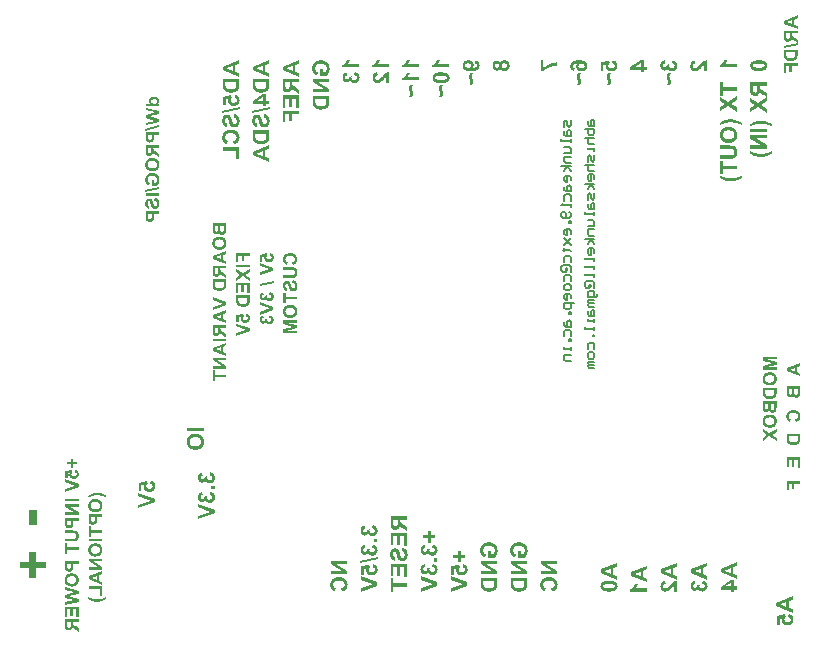
<source format=gbo>
G04*
G04 #@! TF.GenerationSoftware,Altium Limited,Altium Designer,20.0.13 (296)*
G04*
G04 Layer_Color=32896*
%FSLAX44Y44*%
%MOMM*%
G71*
G01*
G75*
%ADD15C,0.1750*%
G36*
X670000Y132667D02*
X665101D01*
Y127852D01*
X663152D01*
Y132667D01*
X660419D01*
Y127085D01*
X658470D01*
Y135000D01*
X670000D01*
Y132667D01*
D02*
G37*
G36*
Y146236D02*
X668051D01*
Y152667D01*
X664918D01*
Y146885D01*
X662969D01*
Y152667D01*
X660419D01*
Y146452D01*
X658470D01*
Y155000D01*
X670000D01*
Y146236D01*
D02*
G37*
G36*
Y170634D02*
X669983Y170185D01*
X669967Y169768D01*
X669933Y169418D01*
X669883Y169135D01*
X669833Y168902D01*
X669800Y168718D01*
X669783Y168668D01*
Y168618D01*
X669767Y168602D01*
Y168585D01*
X669633Y168218D01*
X669483Y167885D01*
X669333Y167619D01*
X669184Y167385D01*
X669050Y167202D01*
X668950Y167069D01*
X668884Y166985D01*
X668850Y166952D01*
X668534Y166669D01*
X668201Y166419D01*
X667851Y166202D01*
X667534Y166036D01*
X667234Y165902D01*
X667117Y165836D01*
X667017Y165802D01*
X666917Y165769D01*
X666851Y165736D01*
X666817Y165719D01*
X666801D01*
X666401Y165602D01*
X665984Y165502D01*
X665584Y165436D01*
X665201Y165403D01*
X665018Y165386D01*
X664851Y165369D01*
X664718D01*
X664585Y165352D01*
X664485D01*
X664418D01*
X664368D01*
X664352D01*
X663768Y165369D01*
X663252Y165419D01*
X663002Y165436D01*
X662785Y165469D01*
X662569Y165502D01*
X662385Y165536D01*
X662219Y165586D01*
X662069Y165619D01*
X661935Y165652D01*
X661835Y165669D01*
X661752Y165702D01*
X661685Y165719D01*
X661652Y165736D01*
X661636D01*
X661236Y165886D01*
X660869Y166069D01*
X660552Y166252D01*
X660286Y166436D01*
X660069Y166586D01*
X659903Y166719D01*
X659803Y166802D01*
X659769Y166819D01*
Y166835D01*
X659503Y167119D01*
X659286Y167402D01*
X659103Y167702D01*
X658953Y167969D01*
X658836Y168202D01*
X658753Y168402D01*
X658736Y168468D01*
X658720Y168518D01*
X658703Y168552D01*
Y168568D01*
X658620Y168885D01*
X658570Y169235D01*
X658520Y169601D01*
X658503Y169951D01*
X658486Y170268D01*
X658470Y170401D01*
Y175000D01*
X670000D01*
Y170634D01*
D02*
G37*
G36*
X664835Y194983D02*
X665301Y194933D01*
X665751Y194867D01*
X666151Y194767D01*
X666534Y194667D01*
X666901Y194533D01*
X667217Y194400D01*
X667501Y194267D01*
X667767Y194133D01*
X668000Y194000D01*
X668184Y193867D01*
X668350Y193767D01*
X668467Y193667D01*
X668567Y193600D01*
X668617Y193550D01*
X668634Y193534D01*
X668917Y193250D01*
X669150Y192950D01*
X669367Y192634D01*
X669533Y192317D01*
X669683Y192001D01*
X669817Y191684D01*
X669917Y191384D01*
X670000Y191101D01*
X670067Y190818D01*
X670117Y190568D01*
X670150Y190334D01*
X670167Y190151D01*
X670183Y189985D01*
X670200Y189868D01*
Y189768D01*
X670183Y189418D01*
X670167Y189102D01*
X670117Y188785D01*
X670050Y188502D01*
X669983Y188235D01*
X669917Y187985D01*
X669833Y187752D01*
X669733Y187535D01*
X669650Y187352D01*
X669567Y187185D01*
X669500Y187035D01*
X669434Y186919D01*
X669367Y186819D01*
X669317Y186752D01*
X669300Y186719D01*
X669284Y186702D01*
X669100Y186486D01*
X668900Y186286D01*
X668450Y185919D01*
X667984Y185619D01*
X667534Y185386D01*
X667317Y185286D01*
X667117Y185203D01*
X666934Y185136D01*
X666784Y185069D01*
X666651Y185019D01*
X666551Y184986D01*
X666484Y184969D01*
X666468D01*
X665768Y187235D01*
X666218Y187369D01*
X666601Y187519D01*
X666917Y187668D01*
X667184Y187835D01*
X667384Y187969D01*
X667517Y188085D01*
X667601Y188168D01*
X667634Y188202D01*
X667834Y188468D01*
X667967Y188735D01*
X668067Y189002D01*
X668150Y189235D01*
X668184Y189451D01*
X668201Y189635D01*
X668217Y189701D01*
Y189785D01*
X668201Y190018D01*
X668184Y190235D01*
X668067Y190634D01*
X667934Y190984D01*
X667751Y191268D01*
X667584Y191501D01*
X667451Y191667D01*
X667384Y191734D01*
X667334Y191784D01*
X667317Y191801D01*
X667301Y191817D01*
X667117Y191951D01*
X666901Y192067D01*
X666667Y192184D01*
X666418Y192267D01*
X665901Y192401D01*
X665385Y192501D01*
X665135Y192534D01*
X664918Y192551D01*
X664701Y192584D01*
X664518D01*
X664385Y192601D01*
X664268D01*
X664185D01*
X664168D01*
X663785Y192584D01*
X663435Y192567D01*
X663118Y192534D01*
X662819Y192484D01*
X662552Y192417D01*
X662302Y192351D01*
X662085Y192284D01*
X661885Y192201D01*
X661719Y192134D01*
X661569Y192067D01*
X661452Y192001D01*
X661352Y191934D01*
X661269Y191884D01*
X661219Y191851D01*
X661186Y191817D01*
X661169D01*
X661002Y191667D01*
X660852Y191501D01*
X660736Y191334D01*
X660636Y191151D01*
X660469Y190801D01*
X660352Y190468D01*
X660286Y190185D01*
X660269Y190051D01*
X660253Y189951D01*
X660236Y189851D01*
Y189735D01*
X660253Y189401D01*
X660319Y189102D01*
X660403Y188835D01*
X660502Y188602D01*
X660602Y188418D01*
X660686Y188285D01*
X660752Y188202D01*
X660769Y188168D01*
X660969Y187952D01*
X661202Y187752D01*
X661435Y187602D01*
X661669Y187485D01*
X661869Y187402D01*
X662019Y187352D01*
X662085Y187319D01*
X662135D01*
X662152Y187302D01*
X662169D01*
X661619Y185003D01*
X661136Y185169D01*
X660719Y185352D01*
X660352Y185552D01*
X660053Y185736D01*
X659819Y185919D01*
X659719Y185986D01*
X659636Y186052D01*
X659586Y186102D01*
X659536Y186152D01*
X659503Y186169D01*
Y186186D01*
X659286Y186436D01*
X659086Y186719D01*
X658920Y186985D01*
X658786Y187269D01*
X658653Y187569D01*
X658553Y187852D01*
X658470Y188135D01*
X658403Y188402D01*
X658353Y188652D01*
X658320Y188885D01*
X658286Y189085D01*
X658270Y189268D01*
X658253Y189418D01*
Y189618D01*
X658270Y190051D01*
X658320Y190485D01*
X658403Y190868D01*
X658503Y191251D01*
X658620Y191584D01*
X658753Y191917D01*
X658903Y192201D01*
X659053Y192467D01*
X659203Y192717D01*
X659353Y192917D01*
X659486Y193100D01*
X659603Y193250D01*
X659703Y193367D01*
X659786Y193450D01*
X659836Y193500D01*
X659853Y193517D01*
X660169Y193784D01*
X660502Y194000D01*
X660852Y194200D01*
X661219Y194367D01*
X661602Y194517D01*
X661969Y194633D01*
X662335Y194733D01*
X662685Y194817D01*
X663035Y194883D01*
X663335Y194917D01*
X663618Y194950D01*
X663852Y194983D01*
X664052D01*
X664202Y195000D01*
X664302D01*
X664318D01*
X664335D01*
X664835Y194983D01*
D02*
G37*
G36*
X670000Y210001D02*
X669983Y209718D01*
Y209218D01*
X669967Y209018D01*
Y208702D01*
X669950Y208585D01*
Y208418D01*
X669933Y208352D01*
Y208285D01*
X669883Y207952D01*
X669800Y207652D01*
X669717Y207385D01*
X669617Y207152D01*
X669533Y206969D01*
X669450Y206835D01*
X669400Y206752D01*
X669383Y206719D01*
X669200Y206486D01*
X669000Y206302D01*
X668817Y206119D01*
X668617Y205986D01*
X668450Y205869D01*
X668317Y205786D01*
X668234Y205736D01*
X668201Y205719D01*
X667917Y205602D01*
X667651Y205502D01*
X667384Y205436D01*
X667151Y205403D01*
X666951Y205369D01*
X666801Y205352D01*
X666701D01*
X666684D01*
X666667D01*
X666301Y205369D01*
X665968Y205436D01*
X665684Y205536D01*
X665418Y205636D01*
X665218Y205736D01*
X665068Y205836D01*
X664968Y205902D01*
X664935Y205919D01*
X664668Y206152D01*
X664451Y206402D01*
X664268Y206686D01*
X664135Y206935D01*
X664018Y207169D01*
X663935Y207369D01*
X663918Y207435D01*
X663902Y207485D01*
X663885Y207519D01*
Y207535D01*
X663735Y207269D01*
X663585Y207035D01*
X663402Y206835D01*
X663252Y206669D01*
X663102Y206552D01*
X662985Y206452D01*
X662902Y206385D01*
X662868Y206369D01*
X662602Y206219D01*
X662352Y206102D01*
X662102Y206036D01*
X661869Y205969D01*
X661669Y205936D01*
X661519Y205919D01*
X661419D01*
X661402D01*
X661385D01*
X661119Y205936D01*
X660852Y205969D01*
X660636Y206036D01*
X660436Y206102D01*
X660269Y206169D01*
X660136Y206236D01*
X660069Y206269D01*
X660036Y206286D01*
X659819Y206419D01*
X659636Y206569D01*
X659469Y206719D01*
X659319Y206852D01*
X659219Y206985D01*
X659136Y207085D01*
X659086Y207152D01*
X659070Y207169D01*
X658936Y207369D01*
X658836Y207585D01*
X658753Y207785D01*
X658686Y207969D01*
X658636Y208135D01*
X658603Y208252D01*
X658586Y208335D01*
Y208368D01*
X658553Y208652D01*
X658520Y208968D01*
X658503Y209301D01*
X658486Y209635D01*
X658470Y209935D01*
Y215000D01*
X670000D01*
Y210001D01*
D02*
G37*
G36*
Y232534D02*
X667384Y231584D01*
Y226952D01*
X670000Y225952D01*
Y223436D01*
X658470Y228069D01*
Y230534D01*
X670000Y235000D01*
Y232534D01*
D02*
G37*
G36*
X650000Y237851D02*
X640936D01*
X650000Y235585D01*
Y233335D01*
X640936Y231069D01*
X650000Y231052D01*
Y228903D01*
X638470D01*
Y232402D01*
X646351Y234451D01*
X638470Y236518D01*
Y240000D01*
X650000D01*
Y237851D01*
D02*
G37*
G36*
X644818Y227003D02*
X645301Y226953D01*
X645751Y226887D01*
X646168Y226787D01*
X646551Y226670D01*
X646901Y226537D01*
X647234Y226404D01*
X647517Y226254D01*
X647784Y226120D01*
X648000Y225987D01*
X648201Y225854D01*
X648367Y225737D01*
X648484Y225637D01*
X648584Y225570D01*
X648634Y225520D01*
X648650Y225504D01*
X648934Y225204D01*
X649167Y224887D01*
X649383Y224571D01*
X649550Y224221D01*
X649700Y223888D01*
X649833Y223538D01*
X649933Y223221D01*
X650017Y222888D01*
X650083Y222588D01*
X650133Y222304D01*
X650167Y222055D01*
X650183Y221838D01*
X650200Y221671D01*
X650217Y221538D01*
Y221421D01*
X650200Y220955D01*
X650150Y220522D01*
X650067Y220105D01*
X649967Y219722D01*
X649850Y219355D01*
X649717Y219022D01*
X649584Y218722D01*
X649434Y218439D01*
X649284Y218206D01*
X649150Y217989D01*
X649017Y217806D01*
X648900Y217656D01*
X648800Y217522D01*
X648717Y217439D01*
X648667Y217389D01*
X648650Y217372D01*
X648334Y217106D01*
X648000Y216873D01*
X647651Y216656D01*
X647301Y216489D01*
X646934Y216339D01*
X646568Y216206D01*
X646201Y216106D01*
X645851Y216023D01*
X645535Y215973D01*
X645218Y215923D01*
X644951Y215889D01*
X644718Y215856D01*
X644518D01*
X644368Y215840D01*
X644285D01*
X644251D01*
X643735Y215856D01*
X643252Y215906D01*
X642802Y215973D01*
X642369Y216073D01*
X641985Y216189D01*
X641619Y216323D01*
X641286Y216456D01*
X641002Y216606D01*
X640736Y216756D01*
X640502Y216889D01*
X640303Y217023D01*
X640136Y217139D01*
X640019Y217222D01*
X639919Y217306D01*
X639869Y217356D01*
X639853Y217372D01*
X639569Y217672D01*
X639319Y217989D01*
X639103Y218322D01*
X638919Y218655D01*
X638770Y219005D01*
X638636Y219339D01*
X638536Y219672D01*
X638453Y219988D01*
X638386Y220288D01*
X638336Y220572D01*
X638303Y220822D01*
X638270Y221038D01*
Y221205D01*
X638253Y221338D01*
Y221455D01*
X638270Y221955D01*
X638320Y222438D01*
X638403Y222854D01*
X638486Y223221D01*
X638536Y223371D01*
X638570Y223521D01*
X638603Y223638D01*
X638653Y223738D01*
X638670Y223821D01*
X638703Y223888D01*
X638720Y223921D01*
Y223937D01*
X638853Y224237D01*
X639020Y224521D01*
X639203Y224771D01*
X639369Y224987D01*
X639519Y225170D01*
X639653Y225320D01*
X639736Y225404D01*
X639753Y225420D01*
X639769Y225437D01*
X640036Y225670D01*
X640319Y225887D01*
X640569Y226070D01*
X640819Y226220D01*
X641036Y226337D01*
X641202Y226437D01*
X641269Y226453D01*
X641319Y226487D01*
X641336Y226504D01*
X641352D01*
X641819Y226670D01*
X642319Y226803D01*
X642819Y226887D01*
X643285Y226953D01*
X643502Y226970D01*
X643702Y226987D01*
X643868Y227003D01*
X644018D01*
X644152Y227020D01*
X644235D01*
X644302D01*
X644318D01*
X644818Y227003D01*
D02*
G37*
G36*
X650000Y209641D02*
X649983Y209191D01*
X649967Y208775D01*
X649933Y208425D01*
X649883Y208141D01*
X649833Y207908D01*
X649800Y207725D01*
X649783Y207675D01*
Y207625D01*
X649767Y207608D01*
Y207592D01*
X649633Y207225D01*
X649483Y206892D01*
X649333Y206625D01*
X649184Y206392D01*
X649050Y206209D01*
X648950Y206075D01*
X648884Y205992D01*
X648850Y205959D01*
X648534Y205676D01*
X648201Y205425D01*
X647851Y205209D01*
X647534Y205042D01*
X647234Y204909D01*
X647117Y204842D01*
X647018Y204809D01*
X646917Y204776D01*
X646851Y204742D01*
X646817Y204726D01*
X646801D01*
X646401Y204609D01*
X645984Y204509D01*
X645584Y204442D01*
X645201Y204409D01*
X645018Y204393D01*
X644851Y204376D01*
X644718D01*
X644585Y204359D01*
X644485D01*
X644418D01*
X644368D01*
X644352D01*
X643768Y204376D01*
X643252Y204426D01*
X643002Y204442D01*
X642785Y204476D01*
X642569Y204509D01*
X642385Y204542D01*
X642219Y204592D01*
X642069Y204626D01*
X641935Y204659D01*
X641835Y204676D01*
X641752Y204709D01*
X641685Y204726D01*
X641652Y204742D01*
X641636D01*
X641236Y204892D01*
X640869Y205076D01*
X640552Y205259D01*
X640286Y205442D01*
X640069Y205592D01*
X639903Y205725D01*
X639803Y205809D01*
X639769Y205825D01*
Y205842D01*
X639503Y206125D01*
X639286Y206409D01*
X639103Y206709D01*
X638953Y206975D01*
X638836Y207208D01*
X638753Y207408D01*
X638736Y207475D01*
X638720Y207525D01*
X638703Y207558D01*
Y207575D01*
X638620Y207892D01*
X638570Y208242D01*
X638520Y208608D01*
X638503Y208958D01*
X638486Y209275D01*
X638470Y209408D01*
Y214007D01*
X650000D01*
Y209641D01*
D02*
G37*
G36*
Y197378D02*
X649983Y197094D01*
Y196595D01*
X649967Y196395D01*
Y196078D01*
X649950Y195961D01*
Y195795D01*
X649933Y195728D01*
Y195661D01*
X649883Y195328D01*
X649800Y195028D01*
X649717Y194762D01*
X649617Y194528D01*
X649533Y194345D01*
X649450Y194212D01*
X649400Y194128D01*
X649383Y194095D01*
X649200Y193862D01*
X649000Y193678D01*
X648817Y193495D01*
X648617Y193362D01*
X648450Y193245D01*
X648317Y193162D01*
X648234Y193112D01*
X648201Y193095D01*
X647917Y192979D01*
X647651Y192879D01*
X647384Y192812D01*
X647151Y192779D01*
X646951Y192745D01*
X646801Y192729D01*
X646701D01*
X646684D01*
X646667D01*
X646301Y192745D01*
X645968Y192812D01*
X645685Y192912D01*
X645418Y193012D01*
X645218Y193112D01*
X645068Y193212D01*
X644968Y193279D01*
X644935Y193295D01*
X644668Y193529D01*
X644451Y193778D01*
X644268Y194062D01*
X644135Y194312D01*
X644018Y194545D01*
X643935Y194745D01*
X643918Y194812D01*
X643902Y194862D01*
X643885Y194895D01*
Y194911D01*
X643735Y194645D01*
X643585Y194412D01*
X643402Y194212D01*
X643252Y194045D01*
X643102Y193929D01*
X642985Y193829D01*
X642902Y193762D01*
X642868Y193745D01*
X642602Y193595D01*
X642352Y193479D01*
X642102Y193412D01*
X641869Y193345D01*
X641669Y193312D01*
X641519Y193295D01*
X641419D01*
X641402D01*
X641386D01*
X641119Y193312D01*
X640852Y193345D01*
X640636Y193412D01*
X640436Y193479D01*
X640269Y193545D01*
X640136Y193612D01*
X640069Y193645D01*
X640036Y193662D01*
X639819Y193795D01*
X639636Y193945D01*
X639469Y194095D01*
X639319Y194228D01*
X639219Y194362D01*
X639136Y194462D01*
X639086Y194528D01*
X639070Y194545D01*
X638936Y194745D01*
X638836Y194961D01*
X638753Y195161D01*
X638686Y195345D01*
X638636Y195511D01*
X638603Y195628D01*
X638586Y195711D01*
Y195745D01*
X638553Y196028D01*
X638520Y196345D01*
X638503Y196678D01*
X638486Y197011D01*
X638470Y197311D01*
Y202376D01*
X650000D01*
Y197378D01*
D02*
G37*
G36*
X644818Y191213D02*
X645301Y191162D01*
X645751Y191096D01*
X646168Y190996D01*
X646551Y190879D01*
X646901Y190746D01*
X647234Y190613D01*
X647517Y190463D01*
X647784Y190329D01*
X648000Y190196D01*
X648201Y190063D01*
X648367Y189946D01*
X648484Y189846D01*
X648584Y189779D01*
X648634Y189729D01*
X648650Y189713D01*
X648934Y189413D01*
X649167Y189096D01*
X649383Y188780D01*
X649550Y188430D01*
X649700Y188097D01*
X649833Y187747D01*
X649933Y187430D01*
X650017Y187097D01*
X650083Y186797D01*
X650133Y186514D01*
X650167Y186264D01*
X650183Y186047D01*
X650200Y185881D01*
X650217Y185747D01*
Y185631D01*
X650200Y185164D01*
X650150Y184731D01*
X650067Y184314D01*
X649967Y183931D01*
X649850Y183564D01*
X649717Y183231D01*
X649584Y182931D01*
X649434Y182648D01*
X649284Y182415D01*
X649150Y182198D01*
X649017Y182015D01*
X648900Y181865D01*
X648800Y181732D01*
X648717Y181648D01*
X648667Y181598D01*
X648650Y181582D01*
X648334Y181315D01*
X648000Y181082D01*
X647651Y180865D01*
X647301Y180699D01*
X646934Y180549D01*
X646568Y180415D01*
X646201Y180315D01*
X645851Y180232D01*
X645535Y180182D01*
X645218Y180132D01*
X644951Y180099D01*
X644718Y180065D01*
X644518D01*
X644368Y180049D01*
X644285D01*
X644251D01*
X643735Y180065D01*
X643252Y180115D01*
X642802Y180182D01*
X642369Y180282D01*
X641985Y180399D01*
X641619Y180532D01*
X641286Y180665D01*
X641002Y180815D01*
X640736Y180965D01*
X640502Y181098D01*
X640303Y181232D01*
X640136Y181348D01*
X640019Y181432D01*
X639919Y181515D01*
X639869Y181565D01*
X639853Y181582D01*
X639569Y181882D01*
X639319Y182198D01*
X639103Y182531D01*
X638919Y182865D01*
X638770Y183214D01*
X638636Y183548D01*
X638536Y183881D01*
X638453Y184198D01*
X638386Y184498D01*
X638336Y184781D01*
X638303Y185031D01*
X638270Y185247D01*
Y185414D01*
X638253Y185547D01*
Y185664D01*
X638270Y186164D01*
X638320Y186647D01*
X638403Y187064D01*
X638486Y187430D01*
X638536Y187580D01*
X638570Y187730D01*
X638603Y187847D01*
X638653Y187947D01*
X638670Y188030D01*
X638703Y188097D01*
X638720Y188130D01*
Y188147D01*
X638853Y188447D01*
X639020Y188730D01*
X639203Y188980D01*
X639369Y189196D01*
X639519Y189380D01*
X639653Y189530D01*
X639736Y189613D01*
X639753Y189630D01*
X639769Y189646D01*
X640036Y189879D01*
X640319Y190096D01*
X640569Y190279D01*
X640819Y190429D01*
X641036Y190546D01*
X641202Y190646D01*
X641269Y190663D01*
X641319Y190696D01*
X641336Y190713D01*
X641352D01*
X641819Y190879D01*
X642319Y191012D01*
X642819Y191096D01*
X643285Y191162D01*
X643502Y191179D01*
X643702Y191196D01*
X643868Y191213D01*
X644018D01*
X644152Y191229D01*
X644235D01*
X644302D01*
X644318D01*
X644818Y191213D01*
D02*
G37*
G36*
X650000Y176600D02*
X646101Y174034D01*
X650000Y171484D01*
Y168685D01*
X644002Y172651D01*
X638470Y169035D01*
Y171751D01*
X641919Y174034D01*
X638470Y176316D01*
Y179032D01*
X644002Y175417D01*
X650000Y179399D01*
Y176600D01*
D02*
G37*
G36*
X238835Y327983D02*
X239301Y327933D01*
X239751Y327867D01*
X240151Y327767D01*
X240534Y327667D01*
X240901Y327533D01*
X241217Y327400D01*
X241501Y327267D01*
X241767Y327134D01*
X242001Y327000D01*
X242184Y326867D01*
X242350Y326767D01*
X242467Y326667D01*
X242567Y326600D01*
X242617Y326550D01*
X242634Y326534D01*
X242917Y326250D01*
X243150Y325951D01*
X243367Y325634D01*
X243533Y325317D01*
X243683Y325001D01*
X243817Y324684D01*
X243917Y324384D01*
X244000Y324101D01*
X244067Y323818D01*
X244117Y323568D01*
X244150Y323335D01*
X244167Y323151D01*
X244183Y322985D01*
X244200Y322868D01*
Y322768D01*
X244183Y322418D01*
X244167Y322102D01*
X244117Y321785D01*
X244050Y321502D01*
X243983Y321235D01*
X243917Y320985D01*
X243833Y320752D01*
X243733Y320535D01*
X243650Y320352D01*
X243567Y320185D01*
X243500Y320035D01*
X243433Y319919D01*
X243367Y319819D01*
X243317Y319752D01*
X243300Y319719D01*
X243284Y319702D01*
X243100Y319485D01*
X242900Y319286D01*
X242450Y318919D01*
X241984Y318619D01*
X241534Y318386D01*
X241317Y318286D01*
X241117Y318202D01*
X240934Y318136D01*
X240784Y318069D01*
X240651Y318019D01*
X240551Y317986D01*
X240484Y317969D01*
X240468D01*
X239768Y320235D01*
X240218Y320369D01*
X240601Y320519D01*
X240917Y320668D01*
X241184Y320835D01*
X241384Y320969D01*
X241517Y321085D01*
X241601Y321168D01*
X241634Y321202D01*
X241834Y321468D01*
X241967Y321735D01*
X242067Y322001D01*
X242150Y322235D01*
X242184Y322451D01*
X242201Y322635D01*
X242217Y322701D01*
Y322785D01*
X242201Y323018D01*
X242184Y323235D01*
X242067Y323634D01*
X241934Y323984D01*
X241751Y324268D01*
X241584Y324501D01*
X241451Y324668D01*
X241384Y324734D01*
X241334Y324784D01*
X241317Y324801D01*
X241301Y324818D01*
X241117Y324951D01*
X240901Y325067D01*
X240667Y325184D01*
X240418Y325267D01*
X239901Y325401D01*
X239384Y325501D01*
X239135Y325534D01*
X238918Y325551D01*
X238701Y325584D01*
X238518D01*
X238385Y325601D01*
X238268D01*
X238185D01*
X238168D01*
X237785Y325584D01*
X237435Y325567D01*
X237118Y325534D01*
X236819Y325484D01*
X236552Y325417D01*
X236302Y325351D01*
X236085Y325284D01*
X235885Y325201D01*
X235719Y325134D01*
X235569Y325067D01*
X235452Y325001D01*
X235352Y324934D01*
X235269Y324884D01*
X235219Y324851D01*
X235186Y324818D01*
X235169D01*
X235002Y324668D01*
X234852Y324501D01*
X234736Y324334D01*
X234636Y324151D01*
X234469Y323801D01*
X234352Y323468D01*
X234286Y323185D01*
X234269Y323051D01*
X234252Y322951D01*
X234236Y322851D01*
Y322735D01*
X234252Y322401D01*
X234319Y322102D01*
X234403Y321835D01*
X234502Y321602D01*
X234602Y321418D01*
X234686Y321285D01*
X234752Y321202D01*
X234769Y321168D01*
X234969Y320952D01*
X235202Y320752D01*
X235436Y320602D01*
X235669Y320485D01*
X235869Y320402D01*
X236019Y320352D01*
X236085Y320319D01*
X236135D01*
X236152Y320302D01*
X236169D01*
X235619Y318003D01*
X235136Y318169D01*
X234719Y318353D01*
X234352Y318552D01*
X234053Y318736D01*
X233819Y318919D01*
X233719Y318986D01*
X233636Y319052D01*
X233586Y319102D01*
X233536Y319152D01*
X233503Y319169D01*
Y319186D01*
X233286Y319436D01*
X233086Y319719D01*
X232920Y319985D01*
X232786Y320269D01*
X232653Y320569D01*
X232553Y320852D01*
X232470Y321135D01*
X232403Y321402D01*
X232353Y321652D01*
X232320Y321885D01*
X232286Y322085D01*
X232270Y322268D01*
X232253Y322418D01*
Y322618D01*
X232270Y323051D01*
X232320Y323484D01*
X232403Y323868D01*
X232503Y324251D01*
X232620Y324584D01*
X232753Y324917D01*
X232903Y325201D01*
X233053Y325467D01*
X233203Y325717D01*
X233353Y325917D01*
X233486Y326101D01*
X233603Y326250D01*
X233703Y326367D01*
X233786Y326450D01*
X233836Y326500D01*
X233853Y326517D01*
X234169Y326784D01*
X234502Y327000D01*
X234852Y327200D01*
X235219Y327367D01*
X235602Y327517D01*
X235969Y327633D01*
X236335Y327733D01*
X236685Y327817D01*
X237035Y327883D01*
X237335Y327917D01*
X237618Y327950D01*
X237852Y327983D01*
X238051D01*
X238202Y328000D01*
X238302D01*
X238318D01*
X238335D01*
X238835Y327983D01*
D02*
G37*
G36*
X239318Y315970D02*
X239634D01*
X239918Y315953D01*
X240184Y315936D01*
X240418Y315920D01*
X240634Y315903D01*
X240834Y315870D01*
X241001Y315853D01*
X241151Y315837D01*
X241284Y315820D01*
X241384Y315803D01*
X241467Y315786D01*
X241517D01*
X241551Y315770D01*
X241567D01*
X241817Y315686D01*
X242050Y315603D01*
X242267Y315487D01*
X242450Y315387D01*
X242617Y315287D01*
X242750Y315203D01*
X242817Y315137D01*
X242850Y315120D01*
X243067Y314920D01*
X243267Y314703D01*
X243433Y314470D01*
X243583Y314254D01*
X243700Y314070D01*
X243783Y313904D01*
X243833Y313804D01*
X243850Y313787D01*
Y313770D01*
X243917Y313604D01*
X243967Y313420D01*
X244067Y313004D01*
X244133Y312587D01*
X244167Y312187D01*
X244183Y312004D01*
X244200Y311821D01*
Y311671D01*
X244217Y311521D01*
Y311254D01*
X244200Y310771D01*
X244167Y310338D01*
X244100Y309955D01*
X244033Y309638D01*
X244017Y309505D01*
X243983Y309371D01*
X243950Y309272D01*
X243917Y309188D01*
X243900Y309121D01*
X243883Y309072D01*
X243867Y309055D01*
Y309038D01*
X243733Y308738D01*
X243567Y308472D01*
X243417Y308238D01*
X243267Y308038D01*
X243134Y307889D01*
X243034Y307772D01*
X242967Y307705D01*
X242934Y307689D01*
X242700Y307505D01*
X242450Y307355D01*
X242217Y307239D01*
X241984Y307139D01*
X241784Y307072D01*
X241617Y307022D01*
X241567Y307005D01*
X241517D01*
X241501Y306989D01*
X241484D01*
X241301Y306955D01*
X241101Y306922D01*
X240884Y306889D01*
X240667Y306872D01*
X240168Y306839D01*
X239684Y306805D01*
X239468D01*
X239251D01*
X239051Y306789D01*
X238885D01*
X238751D01*
X238635D01*
X238568D01*
X238551D01*
X232470D01*
Y309121D01*
X238868D01*
X239118D01*
X239351D01*
X239568Y309138D01*
X239768D01*
X239934Y309155D01*
X240101D01*
X240251Y309172D01*
X240384D01*
X240584Y309205D01*
X240734Y309221D01*
X240818Y309238D01*
X240851D01*
X241067Y309288D01*
X241251Y309371D01*
X241417Y309471D01*
X241567Y309571D01*
X241684Y309671D01*
X241767Y309755D01*
X241817Y309821D01*
X241834Y309838D01*
X241967Y310038D01*
X242067Y310288D01*
X242134Y310521D01*
X242184Y310771D01*
X242217Y310988D01*
X242234Y311154D01*
Y311321D01*
X242217Y311671D01*
X242167Y311971D01*
X242101Y312237D01*
X242017Y312471D01*
X241950Y312637D01*
X241884Y312771D01*
X241834Y312837D01*
X241817Y312871D01*
X241651Y313054D01*
X241451Y313204D01*
X241267Y313337D01*
X241084Y313420D01*
X240917Y313487D01*
X240784Y313537D01*
X240701Y313570D01*
X240667D01*
X240567Y313587D01*
X240468Y313604D01*
X240334D01*
X240184Y313620D01*
X239868Y313637D01*
X239534D01*
X239235Y313654D01*
X239101D01*
X238968D01*
X238868D01*
X238801D01*
X238751D01*
X238735D01*
X232470D01*
Y315986D01*
X238635D01*
X238985D01*
X239318Y315970D01*
D02*
G37*
G36*
X240601Y304889D02*
X240934Y304823D01*
X241251Y304723D01*
X241534Y304639D01*
X241801Y304523D01*
X242050Y304406D01*
X242267Y304289D01*
X242467Y304173D01*
X242634Y304056D01*
X242784Y303939D01*
X242917Y303839D01*
X243034Y303739D01*
X243117Y303673D01*
X243167Y303606D01*
X243200Y303573D01*
X243217Y303556D01*
X243400Y303323D01*
X243550Y303073D01*
X243683Y302806D01*
X243800Y302523D01*
X243883Y302257D01*
X243967Y301973D01*
X244083Y301423D01*
X244133Y301173D01*
X244167Y300940D01*
X244183Y300740D01*
X244200Y300557D01*
X244217Y300407D01*
Y300191D01*
X244200Y299657D01*
X244150Y299174D01*
X244083Y298741D01*
X244050Y298557D01*
X244000Y298374D01*
X243967Y298224D01*
X243933Y298091D01*
X243900Y297974D01*
X243867Y297874D01*
X243833Y297791D01*
X243817Y297741D01*
X243800Y297708D01*
Y297691D01*
X243617Y297325D01*
X243417Y297025D01*
X243217Y296741D01*
X243000Y296525D01*
X242817Y296358D01*
X242650Y296225D01*
X242550Y296158D01*
X242534Y296125D01*
X242517D01*
X242184Y295942D01*
X241867Y295792D01*
X241551Y295692D01*
X241251Y295625D01*
X241017Y295592D01*
X240901Y295575D01*
X240818Y295558D01*
X240751D01*
X240701D01*
X240667D01*
X240651D01*
X240251Y295575D01*
X239901Y295625D01*
X239585Y295708D01*
X239318Y295792D01*
X239101Y295875D01*
X238951Y295958D01*
X238851Y296008D01*
X238818Y296025D01*
X238551Y296208D01*
X238318Y296425D01*
X238118Y296641D01*
X237952Y296841D01*
X237818Y297025D01*
X237718Y297175D01*
X237652Y297274D01*
X237635Y297291D01*
Y297308D01*
X237552Y297474D01*
X237468Y297641D01*
X237318Y298041D01*
X237185Y298458D01*
X237052Y298857D01*
X237002Y299041D01*
X236952Y299224D01*
X236902Y299391D01*
X236868Y299524D01*
X236835Y299641D01*
X236819Y299724D01*
X236802Y299791D01*
Y299807D01*
X236719Y300107D01*
X236652Y300374D01*
X236585Y300624D01*
X236519Y300857D01*
X236452Y301040D01*
X236385Y301224D01*
X236319Y301374D01*
X236269Y301507D01*
X236219Y301623D01*
X236169Y301707D01*
X236135Y301790D01*
X236102Y301840D01*
X236052Y301923D01*
X236035Y301940D01*
X235919Y302057D01*
X235802Y302140D01*
X235686Y302190D01*
X235569Y302223D01*
X235485Y302257D01*
X235402Y302273D01*
X235352D01*
X235336D01*
X235169Y302257D01*
X235036Y302223D01*
X234902Y302157D01*
X234802Y302090D01*
X234719Y302023D01*
X234669Y301957D01*
X234636Y301923D01*
X234619Y301907D01*
X234469Y301673D01*
X234369Y301423D01*
X234286Y301157D01*
X234236Y300907D01*
X234202Y300690D01*
X234186Y300507D01*
Y300340D01*
X234202Y299991D01*
X234252Y299691D01*
X234319Y299441D01*
X234386Y299241D01*
X234452Y299074D01*
X234519Y298957D01*
X234569Y298891D01*
X234586Y298874D01*
X234752Y298708D01*
X234952Y298557D01*
X235152Y298441D01*
X235369Y298358D01*
X235552Y298291D01*
X235702Y298258D01*
X235819Y298224D01*
X235835D01*
X235852D01*
X235769Y295892D01*
X235469Y295908D01*
X235202Y295958D01*
X234936Y296025D01*
X234702Y296108D01*
X234469Y296192D01*
X234252Y296292D01*
X234069Y296391D01*
X233886Y296491D01*
X233736Y296608D01*
X233603Y296708D01*
X233486Y296808D01*
X233386Y296891D01*
X233319Y296958D01*
X233269Y297008D01*
X233236Y297041D01*
X233219Y297058D01*
X233053Y297274D01*
X232903Y297508D01*
X232770Y297758D01*
X232653Y298024D01*
X232570Y298291D01*
X232486Y298557D01*
X232370Y299091D01*
X232336Y299341D01*
X232303Y299557D01*
X232286Y299774D01*
X232270Y299957D01*
X232253Y300107D01*
Y300307D01*
X232270Y300790D01*
X232320Y301224D01*
X232386Y301607D01*
X232453Y301940D01*
X232503Y302090D01*
X232536Y302223D01*
X232570Y302323D01*
X232603Y302423D01*
X232636Y302490D01*
X232653Y302540D01*
X232670Y302573D01*
Y302590D01*
X232836Y302923D01*
X233020Y303206D01*
X233219Y303456D01*
X233403Y303656D01*
X233569Y303823D01*
X233703Y303923D01*
X233803Y304006D01*
X233819Y304023D01*
X233836D01*
X234119Y304189D01*
X234419Y304306D01*
X234702Y304389D01*
X234952Y304439D01*
X235169Y304473D01*
X235336Y304506D01*
X235402D01*
X235452D01*
X235469D01*
X235485D01*
X235735Y304489D01*
X235985Y304456D01*
X236202Y304406D01*
X236419Y304339D01*
X236819Y304173D01*
X237168Y303973D01*
X237318Y303890D01*
X237435Y303790D01*
X237552Y303706D01*
X237652Y303623D01*
X237718Y303556D01*
X237768Y303506D01*
X237802Y303473D01*
X237818Y303456D01*
X237935Y303306D01*
X238051Y303123D01*
X238168Y302940D01*
X238268Y302723D01*
X238468Y302307D01*
X238635Y301873D01*
X238701Y301657D01*
X238768Y301474D01*
X238818Y301290D01*
X238868Y301140D01*
X238901Y301024D01*
X238935Y300924D01*
X238951Y300857D01*
Y300840D01*
X239018Y300574D01*
X239085Y300340D01*
X239135Y300124D01*
X239185Y299924D01*
X239235Y299757D01*
X239268Y299607D01*
X239318Y299474D01*
X239351Y299357D01*
X239368Y299257D01*
X239401Y299174D01*
X239435Y299057D01*
X239468Y298991D01*
Y298974D01*
X239551Y298757D01*
X239634Y298591D01*
X239718Y298441D01*
X239801Y298324D01*
X239868Y298241D01*
X239918Y298191D01*
X239951Y298158D01*
X239968Y298141D01*
X240084Y298058D01*
X240201Y297991D01*
X240318Y297958D01*
X240418Y297924D01*
X240518Y297908D01*
X240601Y297891D01*
X240651D01*
X240667D01*
X240901Y297908D01*
X241101Y297974D01*
X241301Y298074D01*
X241467Y298174D01*
X241601Y298291D01*
X241701Y298374D01*
X241767Y298441D01*
X241784Y298474D01*
X241934Y298708D01*
X242050Y298974D01*
X242134Y299257D01*
X242184Y299524D01*
X242217Y299774D01*
X242250Y299974D01*
Y300157D01*
X242234Y300540D01*
X242167Y300874D01*
X242084Y301157D01*
X241984Y301407D01*
X241884Y301607D01*
X241801Y301740D01*
X241734Y301823D01*
X241717Y301857D01*
X241484Y302073D01*
X241234Y302240D01*
X240951Y302390D01*
X240667Y302490D01*
X240418Y302573D01*
X240218Y302640D01*
X240151Y302656D01*
X240084D01*
X240051Y302673D01*
X240034D01*
X240251Y304939D01*
X240601Y304889D01*
D02*
G37*
G36*
X234419Y290976D02*
X244000D01*
Y288643D01*
X234419D01*
Y285244D01*
X232470D01*
Y294392D01*
X234419D01*
Y290976D01*
D02*
G37*
G36*
X238818Y284195D02*
X239301Y284145D01*
X239751Y284078D01*
X240168Y283978D01*
X240551Y283861D01*
X240901Y283728D01*
X241234Y283595D01*
X241517Y283445D01*
X241784Y283311D01*
X242001Y283178D01*
X242201Y283045D01*
X242367Y282928D01*
X242484Y282828D01*
X242584Y282762D01*
X242634Y282712D01*
X242650Y282695D01*
X242934Y282395D01*
X243167Y282078D01*
X243384Y281762D01*
X243550Y281412D01*
X243700Y281079D01*
X243833Y280729D01*
X243933Y280412D01*
X244017Y280079D01*
X244083Y279779D01*
X244133Y279496D01*
X244167Y279246D01*
X244183Y279029D01*
X244200Y278863D01*
X244217Y278729D01*
Y278613D01*
X244200Y278146D01*
X244150Y277713D01*
X244067Y277296D01*
X243967Y276913D01*
X243850Y276546D01*
X243717Y276213D01*
X243583Y275913D01*
X243433Y275630D01*
X243284Y275397D01*
X243150Y275180D01*
X243017Y274997D01*
X242900Y274847D01*
X242800Y274714D01*
X242717Y274630D01*
X242667Y274580D01*
X242650Y274564D01*
X242334Y274297D01*
X242001Y274064D01*
X241651Y273847D01*
X241301Y273681D01*
X240934Y273531D01*
X240567Y273397D01*
X240201Y273297D01*
X239851Y273214D01*
X239534Y273164D01*
X239218Y273114D01*
X238951Y273081D01*
X238718Y273047D01*
X238518D01*
X238368Y273031D01*
X238285D01*
X238251D01*
X237735Y273047D01*
X237252Y273097D01*
X236802Y273164D01*
X236369Y273264D01*
X235985Y273381D01*
X235619Y273514D01*
X235286Y273647D01*
X235002Y273797D01*
X234736Y273947D01*
X234502Y274081D01*
X234303Y274214D01*
X234136Y274330D01*
X234019Y274414D01*
X233919Y274497D01*
X233869Y274547D01*
X233853Y274564D01*
X233569Y274864D01*
X233319Y275180D01*
X233103Y275513D01*
X232920Y275847D01*
X232770Y276197D01*
X232636Y276530D01*
X232536Y276863D01*
X232453Y277180D01*
X232386Y277480D01*
X232336Y277763D01*
X232303Y278013D01*
X232270Y278229D01*
Y278396D01*
X232253Y278529D01*
Y278646D01*
X232270Y279146D01*
X232320Y279629D01*
X232403Y280046D01*
X232486Y280412D01*
X232536Y280562D01*
X232570Y280712D01*
X232603Y280829D01*
X232653Y280929D01*
X232670Y281012D01*
X232703Y281079D01*
X232719Y281112D01*
Y281129D01*
X232853Y281429D01*
X233020Y281712D01*
X233203Y281962D01*
X233369Y282178D01*
X233519Y282362D01*
X233653Y282512D01*
X233736Y282595D01*
X233753Y282612D01*
X233769Y282628D01*
X234036Y282862D01*
X234319Y283078D01*
X234569Y283262D01*
X234819Y283411D01*
X235036Y283528D01*
X235202Y283628D01*
X235269Y283645D01*
X235319Y283678D01*
X235336Y283695D01*
X235352D01*
X235819Y283861D01*
X236319Y283995D01*
X236819Y284078D01*
X237285Y284145D01*
X237502Y284161D01*
X237702Y284178D01*
X237868Y284195D01*
X238018D01*
X238151Y284211D01*
X238235D01*
X238302D01*
X238318D01*
X238818Y284195D01*
D02*
G37*
G36*
X244000Y269082D02*
X234936D01*
X244000Y266816D01*
Y264566D01*
X234936Y262300D01*
X244000Y262283D01*
Y260134D01*
X232470D01*
Y263633D01*
X240351Y265683D01*
X232470Y267749D01*
Y271231D01*
X244000D01*
Y269082D01*
D02*
G37*
G36*
X221334Y327950D02*
X221584Y327900D01*
X222034Y327733D01*
X222434Y327550D01*
X222600Y327450D01*
X222767Y327333D01*
X222900Y327234D01*
X223017Y327150D01*
X223117Y327050D01*
X223217Y326984D01*
X223284Y326917D01*
X223333Y326867D01*
X223350Y326834D01*
X223367Y326817D01*
X223517Y326617D01*
X223650Y326417D01*
X223767Y326200D01*
X223850Y325984D01*
X224017Y325534D01*
X224117Y325134D01*
X224150Y324934D01*
X224167Y324767D01*
X224183Y324601D01*
X224200Y324468D01*
X224217Y324351D01*
Y324201D01*
X224200Y323834D01*
X224150Y323484D01*
X224083Y323168D01*
X223983Y322868D01*
X223867Y322585D01*
X223733Y322335D01*
X223600Y322102D01*
X223450Y321885D01*
X223317Y321702D01*
X223184Y321535D01*
X223050Y321385D01*
X222934Y321268D01*
X222834Y321185D01*
X222767Y321118D01*
X222717Y321085D01*
X222700Y321068D01*
X222484Y320919D01*
X222267Y320785D01*
X222050Y320685D01*
X221817Y320585D01*
X221384Y320435D01*
X220984Y320335D01*
X220818Y320302D01*
X220651Y320285D01*
X220501Y320252D01*
X220368D01*
X220268Y320235D01*
X220201D01*
X220151D01*
X220134D01*
X219818Y320252D01*
X219518Y320285D01*
X219235Y320335D01*
X218968Y320402D01*
X218735Y320469D01*
X218501Y320569D01*
X218285Y320652D01*
X218102Y320752D01*
X217935Y320852D01*
X217785Y320935D01*
X217652Y321035D01*
X217552Y321102D01*
X217468Y321168D01*
X217402Y321218D01*
X217368Y321252D01*
X217352Y321268D01*
X217168Y321468D01*
X217002Y321668D01*
X216852Y321885D01*
X216719Y322102D01*
X216619Y322301D01*
X216535Y322518D01*
X216402Y322901D01*
X216352Y323085D01*
X216319Y323251D01*
X216302Y323401D01*
X216285Y323518D01*
X216269Y323618D01*
Y323768D01*
X216285Y324051D01*
X216335Y324334D01*
X216385Y324584D01*
X216452Y324818D01*
X216535Y325001D01*
X216585Y325151D01*
X216635Y325251D01*
X216652Y325267D01*
Y325284D01*
X214686Y324934D01*
Y320752D01*
X212620D01*
Y326600D01*
X218635Y327733D01*
X218885Y325951D01*
X218735Y325801D01*
X218601Y325651D01*
X218485Y325501D01*
X218385Y325351D01*
X218235Y325067D01*
X218135Y324801D01*
X218085Y324568D01*
X218051Y324401D01*
X218035Y324334D01*
Y324234D01*
X218051Y323968D01*
X218118Y323718D01*
X218202Y323501D01*
X218302Y323318D01*
X218418Y323185D01*
X218501Y323068D01*
X218568Y323001D01*
X218585Y322985D01*
X218801Y322818D01*
X219051Y322701D01*
X219318Y322618D01*
X219585Y322568D01*
X219818Y322518D01*
X220001Y322501D01*
X220084D01*
X220134D01*
X220168D01*
X220184D01*
X220584Y322518D01*
X220934Y322568D01*
X221217Y322651D01*
X221451Y322735D01*
X221651Y322835D01*
X221784Y322901D01*
X221851Y322968D01*
X221884Y322985D01*
X222067Y323168D01*
X222217Y323368D01*
X222317Y323568D01*
X222384Y323751D01*
X222417Y323918D01*
X222434Y324051D01*
X222450Y324134D01*
Y324168D01*
X222434Y324384D01*
X222384Y324601D01*
X222317Y324784D01*
X222234Y324934D01*
X222150Y325067D01*
X222084Y325167D01*
X222034Y325234D01*
X222017Y325251D01*
X221834Y325401D01*
X221651Y325534D01*
X221451Y325634D01*
X221267Y325701D01*
X221101Y325751D01*
X220951Y325784D01*
X220868Y325801D01*
X220834D01*
X221067Y328000D01*
X221334Y327950D01*
D02*
G37*
G36*
X224000Y315620D02*
Y313104D01*
X212470Y309005D01*
Y311488D01*
X221001Y314303D01*
X212470Y317236D01*
Y319752D01*
X224000Y315620D01*
D02*
G37*
G36*
X224200Y302906D02*
X212270Y300024D01*
Y301690D01*
X224200Y304539D01*
Y302906D01*
D02*
G37*
G36*
X221234Y294925D02*
X221484Y294858D01*
X221950Y294708D01*
X222350Y294525D01*
X222517Y294409D01*
X222684Y294309D01*
X222834Y294209D01*
X222950Y294109D01*
X223067Y294025D01*
X223150Y293942D01*
X223217Y293875D01*
X223267Y293825D01*
X223300Y293792D01*
X223317Y293775D01*
X223467Y293575D01*
X223617Y293359D01*
X223733Y293159D01*
X223833Y292926D01*
X224000Y292492D01*
X224100Y292092D01*
X224133Y291893D01*
X224167Y291726D01*
X224183Y291576D01*
X224200Y291443D01*
X224217Y291326D01*
Y291176D01*
X224200Y290876D01*
X224167Y290576D01*
X224117Y290310D01*
X224050Y290043D01*
X223967Y289810D01*
X223883Y289576D01*
X223783Y289360D01*
X223683Y289177D01*
X223583Y289010D01*
X223484Y288843D01*
X223400Y288727D01*
X223317Y288610D01*
X223250Y288527D01*
X223200Y288460D01*
X223167Y288427D01*
X223150Y288410D01*
X222950Y288210D01*
X222734Y288044D01*
X222517Y287894D01*
X222300Y287760D01*
X222067Y287660D01*
X221851Y287560D01*
X221451Y287427D01*
X221267Y287394D01*
X221084Y287360D01*
X220934Y287327D01*
X220801Y287310D01*
X220701Y287294D01*
X220618D01*
X220568D01*
X220551D01*
X220168Y287327D01*
X219834Y287394D01*
X219518Y287477D01*
X219268Y287594D01*
X219051Y287710D01*
X218901Y287794D01*
X218801Y287860D01*
X218768Y287894D01*
X218518Y288127D01*
X218302Y288393D01*
X218135Y288660D01*
X218001Y288910D01*
X217902Y289127D01*
X217852Y289310D01*
X217818Y289377D01*
Y289426D01*
X217802Y289460D01*
Y289477D01*
X217618Y289177D01*
X217435Y288927D01*
X217235Y288710D01*
X217035Y288510D01*
X216835Y288344D01*
X216635Y288210D01*
X216435Y288110D01*
X216252Y288010D01*
X216069Y287944D01*
X215902Y287894D01*
X215752Y287860D01*
X215619Y287844D01*
X215519Y287827D01*
X215436Y287810D01*
X215385D01*
X215369D01*
X215169Y287827D01*
X214986Y287844D01*
X214619Y287944D01*
X214286Y288060D01*
X214003Y288210D01*
X213769Y288360D01*
X213603Y288493D01*
X213536Y288543D01*
X213486Y288593D01*
X213469Y288610D01*
X213453Y288627D01*
X213269Y288810D01*
X213103Y289027D01*
X212969Y289227D01*
X212853Y289443D01*
X212736Y289676D01*
X212653Y289893D01*
X212536Y290310D01*
X212486Y290493D01*
X212453Y290676D01*
X212436Y290826D01*
X212420Y290976D01*
X212403Y291093D01*
Y291243D01*
X212420Y291593D01*
X212453Y291909D01*
X212520Y292209D01*
X212586Y292459D01*
X212653Y292659D01*
X212720Y292826D01*
X212753Y292926D01*
X212770Y292942D01*
Y292959D01*
X212920Y293226D01*
X213086Y293475D01*
X213253Y293675D01*
X213403Y293842D01*
X213553Y293975D01*
X213669Y294075D01*
X213736Y294142D01*
X213769Y294159D01*
X214019Y294309D01*
X214286Y294442D01*
X214569Y294542D01*
X214836Y294642D01*
X215086Y294708D01*
X215269Y294758D01*
X215352Y294775D01*
X215402D01*
X215436Y294792D01*
X215452D01*
X215785Y292759D01*
X215519Y292709D01*
X215286Y292642D01*
X215086Y292576D01*
X214936Y292492D01*
X214802Y292409D01*
X214702Y292342D01*
X214652Y292292D01*
X214636Y292276D01*
X214502Y292126D01*
X214403Y291959D01*
X214336Y291793D01*
X214286Y291643D01*
X214252Y291509D01*
X214236Y291409D01*
Y291309D01*
X214252Y291110D01*
X214286Y290910D01*
X214352Y290760D01*
X214403Y290626D01*
X214469Y290510D01*
X214536Y290443D01*
X214569Y290393D01*
X214586Y290376D01*
X214719Y290260D01*
X214886Y290176D01*
X215036Y290110D01*
X215186Y290076D01*
X215319Y290043D01*
X215419Y290026D01*
X215485D01*
X215519D01*
X215769Y290043D01*
X215985Y290093D01*
X216169Y290176D01*
X216319Y290260D01*
X216452Y290360D01*
X216535Y290426D01*
X216602Y290493D01*
X216619Y290510D01*
X216752Y290710D01*
X216852Y290926D01*
X216919Y291159D01*
X216968Y291376D01*
X216985Y291576D01*
X217002Y291743D01*
Y291893D01*
X218785Y292126D01*
X218735Y291909D01*
X218685Y291726D01*
X218651Y291543D01*
X218635Y291393D01*
X218618Y291276D01*
Y291110D01*
X218635Y290876D01*
X218701Y290676D01*
X218768Y290493D01*
X218868Y290326D01*
X218951Y290210D01*
X219035Y290110D01*
X219101Y290043D01*
X219118Y290026D01*
X219318Y289876D01*
X219534Y289760D01*
X219751Y289676D01*
X219968Y289610D01*
X220168Y289576D01*
X220318Y289560D01*
X220418D01*
X220434D01*
X220451D01*
X220767Y289576D01*
X221051Y289627D01*
X221301Y289710D01*
X221501Y289793D01*
X221651Y289893D01*
X221767Y289960D01*
X221851Y290026D01*
X221867Y290043D01*
X222034Y290226D01*
X222167Y290426D01*
X222250Y290610D01*
X222317Y290793D01*
X222350Y290959D01*
X222367Y291076D01*
X222384Y291159D01*
Y291193D01*
X222367Y291426D01*
X222317Y291626D01*
X222250Y291809D01*
X222167Y291976D01*
X222101Y292092D01*
X222034Y292192D01*
X221984Y292259D01*
X221967Y292276D01*
X221784Y292426D01*
X221584Y292559D01*
X221367Y292642D01*
X221167Y292726D01*
X220984Y292776D01*
X220834Y292809D01*
X220734Y292826D01*
X220718D01*
X220701D01*
X220968Y294958D01*
X221234Y294925D01*
D02*
G37*
G36*
X224000Y282462D02*
Y279946D01*
X212470Y275847D01*
Y278329D01*
X221001Y281145D01*
X212470Y284078D01*
Y286594D01*
X224000Y282462D01*
D02*
G37*
G36*
X221234Y275214D02*
X221484Y275147D01*
X221950Y274997D01*
X222350Y274814D01*
X222517Y274697D01*
X222684Y274597D01*
X222834Y274497D01*
X222950Y274397D01*
X223067Y274314D01*
X223150Y274230D01*
X223217Y274164D01*
X223267Y274114D01*
X223300Y274081D01*
X223317Y274064D01*
X223467Y273864D01*
X223617Y273647D01*
X223733Y273447D01*
X223833Y273214D01*
X224000Y272781D01*
X224100Y272381D01*
X224133Y272181D01*
X224167Y272014D01*
X224183Y271864D01*
X224200Y271731D01*
X224217Y271614D01*
Y271465D01*
X224200Y271165D01*
X224167Y270865D01*
X224117Y270598D01*
X224050Y270331D01*
X223967Y270098D01*
X223883Y269865D01*
X223783Y269648D01*
X223683Y269465D01*
X223583Y269298D01*
X223484Y269132D01*
X223400Y269015D01*
X223317Y268899D01*
X223250Y268815D01*
X223200Y268748D01*
X223167Y268715D01*
X223150Y268699D01*
X222950Y268499D01*
X222734Y268332D01*
X222517Y268182D01*
X222300Y268049D01*
X222067Y267949D01*
X221851Y267849D01*
X221451Y267715D01*
X221267Y267682D01*
X221084Y267649D01*
X220934Y267616D01*
X220801Y267599D01*
X220701Y267582D01*
X220618D01*
X220568D01*
X220551D01*
X220168Y267616D01*
X219834Y267682D01*
X219518Y267765D01*
X219268Y267882D01*
X219051Y267999D01*
X218901Y268082D01*
X218801Y268149D01*
X218768Y268182D01*
X218518Y268415D01*
X218302Y268682D01*
X218135Y268948D01*
X218001Y269198D01*
X217902Y269415D01*
X217852Y269598D01*
X217818Y269665D01*
Y269715D01*
X217802Y269748D01*
Y269765D01*
X217618Y269465D01*
X217435Y269215D01*
X217235Y268998D01*
X217035Y268799D01*
X216835Y268632D01*
X216635Y268499D01*
X216435Y268399D01*
X216252Y268299D01*
X216069Y268232D01*
X215902Y268182D01*
X215752Y268149D01*
X215619Y268132D01*
X215519Y268115D01*
X215436Y268099D01*
X215385D01*
X215369D01*
X215169Y268115D01*
X214986Y268132D01*
X214619Y268232D01*
X214286Y268349D01*
X214003Y268499D01*
X213769Y268648D01*
X213603Y268782D01*
X213536Y268832D01*
X213486Y268882D01*
X213469Y268899D01*
X213453Y268915D01*
X213269Y269098D01*
X213103Y269315D01*
X212969Y269515D01*
X212853Y269732D01*
X212736Y269965D01*
X212653Y270182D01*
X212536Y270598D01*
X212486Y270781D01*
X212453Y270965D01*
X212436Y271115D01*
X212420Y271264D01*
X212403Y271381D01*
Y271531D01*
X212420Y271881D01*
X212453Y272198D01*
X212520Y272498D01*
X212586Y272747D01*
X212653Y272947D01*
X212720Y273114D01*
X212753Y273214D01*
X212770Y273231D01*
Y273247D01*
X212920Y273514D01*
X213086Y273764D01*
X213253Y273964D01*
X213403Y274130D01*
X213553Y274264D01*
X213669Y274364D01*
X213736Y274430D01*
X213769Y274447D01*
X214019Y274597D01*
X214286Y274730D01*
X214569Y274830D01*
X214836Y274930D01*
X215086Y274997D01*
X215269Y275047D01*
X215352Y275064D01*
X215402D01*
X215436Y275080D01*
X215452D01*
X215785Y273047D01*
X215519Y272997D01*
X215286Y272931D01*
X215086Y272864D01*
X214936Y272781D01*
X214802Y272698D01*
X214702Y272631D01*
X214652Y272581D01*
X214636Y272564D01*
X214502Y272414D01*
X214403Y272248D01*
X214336Y272081D01*
X214286Y271931D01*
X214252Y271798D01*
X214236Y271698D01*
Y271598D01*
X214252Y271398D01*
X214286Y271198D01*
X214352Y271048D01*
X214403Y270915D01*
X214469Y270798D01*
X214536Y270731D01*
X214569Y270681D01*
X214586Y270665D01*
X214719Y270548D01*
X214886Y270465D01*
X215036Y270398D01*
X215186Y270365D01*
X215319Y270331D01*
X215419Y270315D01*
X215485D01*
X215519D01*
X215769Y270331D01*
X215985Y270381D01*
X216169Y270465D01*
X216319Y270548D01*
X216452Y270648D01*
X216535Y270715D01*
X216602Y270781D01*
X216619Y270798D01*
X216752Y270998D01*
X216852Y271215D01*
X216919Y271448D01*
X216968Y271664D01*
X216985Y271864D01*
X217002Y272031D01*
Y272181D01*
X218785Y272414D01*
X218735Y272198D01*
X218685Y272014D01*
X218651Y271831D01*
X218635Y271681D01*
X218618Y271565D01*
Y271398D01*
X218635Y271165D01*
X218701Y270965D01*
X218768Y270781D01*
X218868Y270615D01*
X218951Y270498D01*
X219035Y270398D01*
X219101Y270331D01*
X219118Y270315D01*
X219318Y270165D01*
X219534Y270048D01*
X219751Y269965D01*
X219968Y269898D01*
X220168Y269865D01*
X220318Y269848D01*
X220418D01*
X220434D01*
X220451D01*
X220767Y269865D01*
X221051Y269915D01*
X221301Y269998D01*
X221501Y270082D01*
X221651Y270182D01*
X221767Y270248D01*
X221851Y270315D01*
X221867Y270331D01*
X222034Y270515D01*
X222167Y270715D01*
X222250Y270898D01*
X222317Y271081D01*
X222350Y271248D01*
X222367Y271364D01*
X222384Y271448D01*
Y271481D01*
X222367Y271714D01*
X222317Y271914D01*
X222250Y272098D01*
X222167Y272264D01*
X222101Y272381D01*
X222034Y272481D01*
X221984Y272547D01*
X221967Y272564D01*
X221784Y272714D01*
X221584Y272847D01*
X221367Y272931D01*
X221167Y273014D01*
X220984Y273064D01*
X220834Y273097D01*
X220734Y273114D01*
X220718D01*
X220701D01*
X220968Y275247D01*
X221234Y275214D01*
D02*
G37*
G36*
X204000Y325667D02*
X199101D01*
Y320852D01*
X197152D01*
Y325667D01*
X194419D01*
Y320085D01*
X192470D01*
Y328000D01*
X204000D01*
Y325667D01*
D02*
G37*
G36*
Y315903D02*
X192470D01*
Y318236D01*
X204000D01*
Y315903D01*
D02*
G37*
G36*
Y312054D02*
X200101Y309488D01*
X204000Y306939D01*
Y304139D01*
X198001Y308105D01*
X192470Y304489D01*
Y307205D01*
X195919Y309488D01*
X192470Y311771D01*
Y314487D01*
X198001Y310871D01*
X204000Y314853D01*
Y312054D01*
D02*
G37*
G36*
Y294159D02*
X202050D01*
Y300590D01*
X198918D01*
Y294809D01*
X196968D01*
Y300590D01*
X194419D01*
Y294375D01*
X192470D01*
Y302923D01*
X204000D01*
Y294159D01*
D02*
G37*
G36*
Y287810D02*
X203983Y287360D01*
X203967Y286944D01*
X203933Y286594D01*
X203883Y286311D01*
X203833Y286077D01*
X203800Y285894D01*
X203783Y285844D01*
Y285794D01*
X203767Y285777D01*
Y285761D01*
X203633Y285394D01*
X203484Y285061D01*
X203333Y284794D01*
X203183Y284561D01*
X203050Y284378D01*
X202950Y284244D01*
X202884Y284161D01*
X202850Y284128D01*
X202534Y283845D01*
X202201Y283595D01*
X201850Y283378D01*
X201534Y283211D01*
X201234Y283078D01*
X201117Y283011D01*
X201017Y282978D01*
X200917Y282945D01*
X200851Y282911D01*
X200818Y282895D01*
X200801D01*
X200401Y282778D01*
X199984Y282678D01*
X199585Y282612D01*
X199201Y282578D01*
X199018Y282562D01*
X198851Y282545D01*
X198718D01*
X198585Y282528D01*
X198485D01*
X198418D01*
X198368D01*
X198351D01*
X197768Y282545D01*
X197252Y282595D01*
X197002Y282612D01*
X196785Y282645D01*
X196569Y282678D01*
X196385Y282712D01*
X196219Y282762D01*
X196069Y282795D01*
X195935Y282828D01*
X195835Y282845D01*
X195752Y282878D01*
X195686Y282895D01*
X195652Y282911D01*
X195636D01*
X195236Y283062D01*
X194869Y283245D01*
X194552Y283428D01*
X194286Y283611D01*
X194069Y283761D01*
X193903Y283895D01*
X193803Y283978D01*
X193769Y283995D01*
Y284011D01*
X193503Y284294D01*
X193286Y284578D01*
X193103Y284878D01*
X192953Y285144D01*
X192836Y285378D01*
X192753Y285578D01*
X192736Y285644D01*
X192720Y285694D01*
X192703Y285728D01*
Y285744D01*
X192620Y286061D01*
X192570Y286411D01*
X192520Y286777D01*
X192503Y287127D01*
X192486Y287444D01*
X192470Y287577D01*
Y292176D01*
X204000D01*
Y287810D01*
D02*
G37*
G36*
X201334Y276480D02*
X201584Y276430D01*
X202034Y276263D01*
X202434Y276080D01*
X202600Y275980D01*
X202767Y275863D01*
X202900Y275763D01*
X203017Y275680D01*
X203117Y275580D01*
X203217Y275513D01*
X203284Y275447D01*
X203333Y275397D01*
X203350Y275364D01*
X203367Y275347D01*
X203517Y275147D01*
X203650Y274947D01*
X203767Y274730D01*
X203850Y274514D01*
X204017Y274064D01*
X204117Y273664D01*
X204150Y273464D01*
X204167Y273297D01*
X204183Y273131D01*
X204200Y272997D01*
X204217Y272881D01*
Y272731D01*
X204200Y272364D01*
X204150Y272014D01*
X204083Y271698D01*
X203983Y271398D01*
X203867Y271115D01*
X203733Y270865D01*
X203600Y270631D01*
X203450Y270415D01*
X203317Y270231D01*
X203183Y270065D01*
X203050Y269915D01*
X202934Y269798D01*
X202834Y269715D01*
X202767Y269648D01*
X202717Y269615D01*
X202700Y269598D01*
X202484Y269448D01*
X202267Y269315D01*
X202050Y269215D01*
X201817Y269115D01*
X201384Y268965D01*
X200984Y268865D01*
X200818Y268832D01*
X200651Y268815D01*
X200501Y268782D01*
X200368D01*
X200268Y268765D01*
X200201D01*
X200151D01*
X200134D01*
X199818Y268782D01*
X199518Y268815D01*
X199235Y268865D01*
X198968Y268932D01*
X198735Y268998D01*
X198501Y269098D01*
X198285Y269182D01*
X198102Y269282D01*
X197935Y269382D01*
X197785Y269465D01*
X197652Y269565D01*
X197552Y269632D01*
X197468Y269698D01*
X197402Y269748D01*
X197368Y269782D01*
X197352Y269798D01*
X197168Y269998D01*
X197002Y270198D01*
X196852Y270415D01*
X196719Y270631D01*
X196619Y270831D01*
X196535Y271048D01*
X196402Y271431D01*
X196352Y271614D01*
X196319Y271781D01*
X196302Y271931D01*
X196285Y272048D01*
X196269Y272148D01*
Y272298D01*
X196285Y272581D01*
X196335Y272864D01*
X196385Y273114D01*
X196452Y273347D01*
X196535Y273531D01*
X196585Y273681D01*
X196635Y273781D01*
X196652Y273797D01*
Y273814D01*
X194686Y273464D01*
Y269282D01*
X192620D01*
Y275130D01*
X198635Y276263D01*
X198885Y274480D01*
X198735Y274330D01*
X198601Y274181D01*
X198485Y274030D01*
X198385Y273881D01*
X198235Y273597D01*
X198135Y273331D01*
X198085Y273097D01*
X198051Y272931D01*
X198035Y272864D01*
Y272764D01*
X198051Y272498D01*
X198118Y272248D01*
X198202Y272031D01*
X198302Y271848D01*
X198418Y271714D01*
X198501Y271598D01*
X198568Y271531D01*
X198585Y271514D01*
X198801Y271348D01*
X199051Y271231D01*
X199318Y271148D01*
X199585Y271098D01*
X199818Y271048D01*
X200001Y271031D01*
X200084D01*
X200134D01*
X200168D01*
X200184D01*
X200584Y271048D01*
X200934Y271098D01*
X201217Y271181D01*
X201451Y271264D01*
X201651Y271364D01*
X201784Y271431D01*
X201850Y271498D01*
X201884Y271514D01*
X202067Y271698D01*
X202217Y271898D01*
X202317Y272098D01*
X202384Y272281D01*
X202417Y272448D01*
X202434Y272581D01*
X202450Y272664D01*
Y272698D01*
X202434Y272914D01*
X202384Y273131D01*
X202317Y273314D01*
X202234Y273464D01*
X202150Y273597D01*
X202084Y273697D01*
X202034Y273764D01*
X202017Y273781D01*
X201834Y273930D01*
X201651Y274064D01*
X201451Y274164D01*
X201267Y274230D01*
X201101Y274280D01*
X200951Y274314D01*
X200868Y274330D01*
X200834D01*
X201067Y276530D01*
X201334Y276480D01*
D02*
G37*
G36*
X204000Y264150D02*
Y261634D01*
X192470Y257535D01*
Y260017D01*
X201001Y262833D01*
X192470Y265766D01*
Y268282D01*
X204000Y264150D01*
D02*
G37*
G36*
X184000Y348001D02*
X183983Y347718D01*
Y347218D01*
X183967Y347018D01*
Y346702D01*
X183950Y346585D01*
Y346418D01*
X183933Y346352D01*
Y346285D01*
X183883Y345952D01*
X183800Y345652D01*
X183717Y345385D01*
X183617Y345152D01*
X183533Y344969D01*
X183450Y344835D01*
X183400Y344752D01*
X183384Y344719D01*
X183200Y344486D01*
X183000Y344302D01*
X182817Y344119D01*
X182617Y343986D01*
X182450Y343869D01*
X182317Y343786D01*
X182234Y343736D01*
X182201Y343719D01*
X181917Y343602D01*
X181651Y343502D01*
X181384Y343436D01*
X181151Y343402D01*
X180951Y343369D01*
X180801Y343353D01*
X180701D01*
X180684D01*
X180667D01*
X180301Y343369D01*
X179968Y343436D01*
X179685Y343536D01*
X179418Y343636D01*
X179218Y343736D01*
X179068Y343836D01*
X178968Y343902D01*
X178935Y343919D01*
X178668Y344152D01*
X178451Y344402D01*
X178268Y344686D01*
X178135Y344935D01*
X178018Y345169D01*
X177935Y345369D01*
X177918Y345435D01*
X177902Y345485D01*
X177885Y345519D01*
Y345535D01*
X177735Y345269D01*
X177585Y345035D01*
X177402Y344835D01*
X177252Y344669D01*
X177102Y344552D01*
X176985Y344452D01*
X176902Y344385D01*
X176868Y344369D01*
X176602Y344219D01*
X176352Y344102D01*
X176102Y344036D01*
X175869Y343969D01*
X175669Y343936D01*
X175519Y343919D01*
X175419D01*
X175402D01*
X175386D01*
X175119Y343936D01*
X174852Y343969D01*
X174636Y344036D01*
X174436Y344102D01*
X174269Y344169D01*
X174136Y344236D01*
X174069Y344269D01*
X174036Y344286D01*
X173819Y344419D01*
X173636Y344569D01*
X173469Y344719D01*
X173319Y344852D01*
X173219Y344985D01*
X173136Y345085D01*
X173086Y345152D01*
X173069Y345169D01*
X172936Y345369D01*
X172836Y345585D01*
X172753Y345785D01*
X172686Y345969D01*
X172636Y346135D01*
X172603Y346252D01*
X172586Y346335D01*
Y346368D01*
X172553Y346652D01*
X172520Y346968D01*
X172503Y347301D01*
X172486Y347635D01*
X172470Y347935D01*
Y353000D01*
X184000D01*
Y348001D01*
D02*
G37*
G36*
X178818Y341836D02*
X179301Y341786D01*
X179751Y341720D01*
X180168Y341620D01*
X180551Y341503D01*
X180901Y341370D01*
X181234Y341236D01*
X181517Y341086D01*
X181784Y340953D01*
X182001Y340820D01*
X182201Y340686D01*
X182367Y340570D01*
X182484Y340470D01*
X182584Y340403D01*
X182634Y340353D01*
X182650Y340337D01*
X182934Y340037D01*
X183167Y339720D01*
X183384Y339403D01*
X183550Y339054D01*
X183700Y338720D01*
X183833Y338370D01*
X183933Y338054D01*
X184017Y337721D01*
X184083Y337421D01*
X184133Y337137D01*
X184167Y336888D01*
X184183Y336671D01*
X184200Y336504D01*
X184217Y336371D01*
Y336254D01*
X184200Y335788D01*
X184150Y335354D01*
X184067Y334938D01*
X183967Y334555D01*
X183850Y334188D01*
X183717Y333855D01*
X183584Y333555D01*
X183433Y333272D01*
X183284Y333038D01*
X183150Y332822D01*
X183017Y332639D01*
X182900Y332489D01*
X182800Y332355D01*
X182717Y332272D01*
X182667Y332222D01*
X182650Y332205D01*
X182334Y331939D01*
X182001Y331706D01*
X181651Y331489D01*
X181301Y331322D01*
X180934Y331172D01*
X180568Y331039D01*
X180201Y330939D01*
X179851Y330856D01*
X179534Y330806D01*
X179218Y330756D01*
X178951Y330722D01*
X178718Y330689D01*
X178518D01*
X178368Y330672D01*
X178285D01*
X178251D01*
X177735Y330689D01*
X177252Y330739D01*
X176802Y330806D01*
X176369Y330906D01*
X175985Y331022D01*
X175619Y331156D01*
X175286Y331289D01*
X175002Y331439D01*
X174736Y331589D01*
X174502Y331722D01*
X174303Y331855D01*
X174136Y331972D01*
X174019Y332055D01*
X173919Y332139D01*
X173869Y332189D01*
X173853Y332205D01*
X173569Y332505D01*
X173319Y332822D01*
X173103Y333155D01*
X172920Y333488D01*
X172770Y333838D01*
X172636Y334171D01*
X172536Y334505D01*
X172453Y334821D01*
X172386Y335121D01*
X172336Y335405D01*
X172303Y335654D01*
X172270Y335871D01*
Y336038D01*
X172253Y336171D01*
Y336288D01*
X172270Y336787D01*
X172320Y337271D01*
X172403Y337687D01*
X172486Y338054D01*
X172536Y338204D01*
X172570Y338354D01*
X172603Y338470D01*
X172653Y338570D01*
X172670Y338654D01*
X172703Y338720D01*
X172720Y338754D01*
Y338770D01*
X172853Y339070D01*
X173020Y339353D01*
X173203Y339603D01*
X173369Y339820D01*
X173519Y340003D01*
X173653Y340153D01*
X173736Y340237D01*
X173753Y340253D01*
X173769Y340270D01*
X174036Y340503D01*
X174319Y340720D01*
X174569Y340903D01*
X174819Y341053D01*
X175036Y341170D01*
X175202Y341270D01*
X175269Y341286D01*
X175319Y341320D01*
X175336Y341336D01*
X175352D01*
X175819Y341503D01*
X176319Y341636D01*
X176819Y341720D01*
X177285Y341786D01*
X177502Y341803D01*
X177702Y341819D01*
X177868Y341836D01*
X178018D01*
X178151Y341853D01*
X178235D01*
X178302D01*
X178318D01*
X178818Y341836D01*
D02*
G37*
G36*
X184000Y327556D02*
X181384Y326607D01*
Y321975D01*
X184000Y320975D01*
Y318459D01*
X172470Y323091D01*
Y325557D01*
X184000Y330023D01*
Y327556D01*
D02*
G37*
G36*
Y314876D02*
X179185D01*
Y314127D01*
X179201Y313893D01*
X179218Y313693D01*
X179251Y313527D01*
X179268Y313393D01*
X179301Y313310D01*
X179318Y313260D01*
Y313244D01*
X179384Y313110D01*
X179451Y312977D01*
X179534Y312860D01*
X179601Y312744D01*
X179685Y312660D01*
X179751Y312594D01*
X179784Y312560D01*
X179801Y312544D01*
X179884Y312477D01*
X179968Y312394D01*
X180218Y312211D01*
X180484Y312010D01*
X180784Y311794D01*
X181051Y311611D01*
X181184Y311527D01*
X181284Y311461D01*
X181367Y311394D01*
X181434Y311344D01*
X181484Y311327D01*
X181501Y311311D01*
X184000Y309644D01*
Y306845D01*
X181751Y308262D01*
X181517Y308411D01*
X181284Y308561D01*
X181084Y308695D01*
X180901Y308828D01*
X180734Y308945D01*
X180568Y309045D01*
X180318Y309244D01*
X180118Y309394D01*
X179984Y309494D01*
X179901Y309578D01*
X179884Y309594D01*
X179685Y309778D01*
X179501Y309994D01*
X179351Y310194D01*
X179201Y310394D01*
X179085Y310561D01*
X179001Y310694D01*
X178935Y310794D01*
X178918Y310811D01*
Y310828D01*
X178868Y310544D01*
X178801Y310294D01*
X178735Y310061D01*
X178651Y309828D01*
X178568Y309628D01*
X178485Y309445D01*
X178401Y309261D01*
X178302Y309111D01*
X178218Y308978D01*
X178135Y308861D01*
X178051Y308761D01*
X177985Y308695D01*
X177935Y308628D01*
X177885Y308578D01*
X177868Y308561D01*
X177852Y308545D01*
X177685Y308411D01*
X177518Y308295D01*
X177152Y308095D01*
X176802Y307962D01*
X176452Y307878D01*
X176152Y307812D01*
X176035Y307795D01*
X175919D01*
X175835Y307778D01*
X175752D01*
X175719D01*
X175702D01*
X175336Y307795D01*
X174986Y307862D01*
X174686Y307945D01*
X174419Y308028D01*
X174202Y308128D01*
X174036Y308211D01*
X173986Y308245D01*
X173936Y308278D01*
X173919Y308295D01*
X173903D01*
X173619Y308495D01*
X173386Y308711D01*
X173203Y308928D01*
X173036Y309145D01*
X172936Y309345D01*
X172853Y309494D01*
X172803Y309594D01*
X172786Y309611D01*
Y309628D01*
X172736Y309794D01*
X172686Y309978D01*
X172603Y310394D01*
X172553Y310844D01*
X172503Y311277D01*
Y311494D01*
X172486Y311677D01*
Y311861D01*
X172470Y312010D01*
Y317209D01*
X184000D01*
Y314876D01*
D02*
G37*
G36*
Y301213D02*
X183983Y300763D01*
X183967Y300347D01*
X183933Y299997D01*
X183883Y299714D01*
X183833Y299480D01*
X183800Y299297D01*
X183783Y299247D01*
Y299197D01*
X183767Y299181D01*
Y299164D01*
X183633Y298797D01*
X183484Y298464D01*
X183333Y298197D01*
X183184Y297964D01*
X183050Y297781D01*
X182950Y297647D01*
X182884Y297564D01*
X182850Y297531D01*
X182534Y297248D01*
X182201Y296998D01*
X181851Y296781D01*
X181534Y296614D01*
X181234Y296481D01*
X181117Y296415D01*
X181017Y296381D01*
X180917Y296348D01*
X180851Y296315D01*
X180818Y296298D01*
X180801D01*
X180401Y296181D01*
X179984Y296081D01*
X179585Y296015D01*
X179201Y295981D01*
X179018Y295965D01*
X178851Y295948D01*
X178718D01*
X178585Y295931D01*
X178485D01*
X178418D01*
X178368D01*
X178351D01*
X177768Y295948D01*
X177252Y295998D01*
X177002Y296015D01*
X176785Y296048D01*
X176569Y296081D01*
X176385Y296115D01*
X176219Y296165D01*
X176069Y296198D01*
X175935Y296231D01*
X175835Y296248D01*
X175752Y296281D01*
X175686Y296298D01*
X175652Y296315D01*
X175636D01*
X175236Y296465D01*
X174869Y296648D01*
X174552Y296831D01*
X174286Y297014D01*
X174069Y297164D01*
X173903Y297298D01*
X173803Y297381D01*
X173769Y297398D01*
Y297414D01*
X173503Y297698D01*
X173286Y297981D01*
X173103Y298281D01*
X172953Y298547D01*
X172836Y298781D01*
X172753Y298981D01*
X172736Y299047D01*
X172720Y299097D01*
X172703Y299130D01*
Y299147D01*
X172620Y299464D01*
X172570Y299814D01*
X172520Y300180D01*
X172503Y300530D01*
X172486Y300847D01*
X172470Y300980D01*
Y305579D01*
X184000D01*
Y301213D01*
D02*
G37*
G36*
Y286517D02*
Y284001D01*
X172470Y279902D01*
Y282385D01*
X181001Y285201D01*
X172470Y288133D01*
Y290649D01*
X184000Y286517D01*
D02*
G37*
G36*
Y277436D02*
X181384Y276486D01*
Y271854D01*
X184000Y270854D01*
Y268338D01*
X172470Y272971D01*
Y275436D01*
X184000Y279902D01*
Y277436D01*
D02*
G37*
G36*
Y264756D02*
X179185D01*
Y264006D01*
X179201Y263773D01*
X179218Y263573D01*
X179251Y263406D01*
X179268Y263273D01*
X179301Y263190D01*
X179318Y263140D01*
Y263123D01*
X179384Y262990D01*
X179451Y262856D01*
X179534Y262740D01*
X179601Y262623D01*
X179685Y262540D01*
X179751Y262473D01*
X179784Y262440D01*
X179801Y262423D01*
X179884Y262356D01*
X179968Y262273D01*
X180218Y262090D01*
X180484Y261890D01*
X180784Y261673D01*
X181051Y261490D01*
X181184Y261407D01*
X181284Y261340D01*
X181367Y261273D01*
X181434Y261224D01*
X181484Y261207D01*
X181501Y261190D01*
X184000Y259524D01*
Y256725D01*
X181751Y258141D01*
X181517Y258291D01*
X181284Y258441D01*
X181084Y258574D01*
X180901Y258708D01*
X180734Y258824D01*
X180568Y258924D01*
X180318Y259124D01*
X180118Y259274D01*
X179984Y259374D01*
X179901Y259457D01*
X179884Y259474D01*
X179685Y259657D01*
X179501Y259874D01*
X179351Y260074D01*
X179201Y260274D01*
X179085Y260440D01*
X179001Y260574D01*
X178935Y260674D01*
X178918Y260690D01*
Y260707D01*
X178868Y260424D01*
X178801Y260174D01*
X178735Y259940D01*
X178651Y259707D01*
X178568Y259507D01*
X178485Y259324D01*
X178401Y259141D01*
X178302Y258991D01*
X178218Y258857D01*
X178135Y258741D01*
X178051Y258641D01*
X177985Y258574D01*
X177935Y258507D01*
X177885Y258458D01*
X177868Y258441D01*
X177852Y258424D01*
X177685Y258291D01*
X177518Y258174D01*
X177152Y257974D01*
X176802Y257841D01*
X176452Y257758D01*
X176152Y257691D01*
X176035Y257674D01*
X175919D01*
X175835Y257658D01*
X175752D01*
X175719D01*
X175702D01*
X175336Y257674D01*
X174986Y257741D01*
X174686Y257824D01*
X174419Y257908D01*
X174202Y258008D01*
X174036Y258091D01*
X173986Y258124D01*
X173936Y258158D01*
X173919Y258174D01*
X173903D01*
X173619Y258374D01*
X173386Y258591D01*
X173203Y258808D01*
X173036Y259024D01*
X172936Y259224D01*
X172853Y259374D01*
X172803Y259474D01*
X172786Y259491D01*
Y259507D01*
X172736Y259674D01*
X172686Y259857D01*
X172603Y260274D01*
X172553Y260724D01*
X172503Y261157D01*
Y261374D01*
X172486Y261557D01*
Y261740D01*
X172470Y261890D01*
Y267089D01*
X184000D01*
Y264756D01*
D02*
G37*
G36*
Y253209D02*
X172470D01*
Y255542D01*
X184000D01*
Y253209D01*
D02*
G37*
G36*
Y249693D02*
X181384Y248743D01*
Y244111D01*
X184000Y243111D01*
Y240595D01*
X172470Y245228D01*
Y247694D01*
X184000Y252159D01*
Y249693D01*
D02*
G37*
G36*
Y237196D02*
X176402D01*
X184000Y232514D01*
Y230182D01*
X172470D01*
Y232331D01*
X180234D01*
X172470Y237096D01*
Y239346D01*
X184000D01*
Y237196D01*
D02*
G37*
G36*
X174419Y225116D02*
X184000D01*
Y222783D01*
X174419D01*
Y219384D01*
X172470D01*
Y228532D01*
X174419D01*
Y225116D01*
D02*
G37*
G36*
X23438Y97921D02*
X17283D01*
Y110000D01*
X23438D01*
Y97921D01*
D02*
G37*
G36*
X23088Y66624D02*
X31372D01*
Y61024D01*
X23088D01*
Y52601D01*
X17350D01*
Y61024D01*
X9066D01*
Y66624D01*
X17350D01*
Y75000D01*
X23088D01*
Y66624D01*
D02*
G37*
G36*
X75518Y124967D02*
X76201Y124900D01*
X76834Y124800D01*
X77134Y124750D01*
X77417Y124683D01*
X77667Y124634D01*
X77900Y124584D01*
X78100Y124534D01*
X78284Y124483D01*
X78417Y124433D01*
X78533Y124417D01*
X78600Y124383D01*
X78617D01*
X79333Y124117D01*
X80033Y123834D01*
X80350Y123667D01*
X80666Y123517D01*
X80966Y123367D01*
X81233Y123217D01*
X81483Y123084D01*
X81716Y122951D01*
X81916Y122834D01*
X82083Y122734D01*
X82216Y122651D01*
X82316Y122584D01*
X82382Y122551D01*
X82399Y122534D01*
Y121018D01*
X82116Y121151D01*
X81866Y121268D01*
X81616Y121368D01*
X81399Y121468D01*
X81183Y121551D01*
X80999Y121634D01*
X80833Y121701D01*
X80666Y121768D01*
X80533Y121834D01*
X80416Y121868D01*
X80316Y121917D01*
X80233Y121951D01*
X80166Y121967D01*
X80116Y121984D01*
X80100Y122001D01*
X80083D01*
X79633Y122151D01*
X79183Y122284D01*
X78750Y122384D01*
X78350Y122484D01*
X78183Y122517D01*
X78017Y122551D01*
X77884Y122584D01*
X77767Y122601D01*
X77667Y122634D01*
X77600D01*
X77550Y122651D01*
X77534D01*
X77034Y122734D01*
X76551Y122784D01*
X76101Y122834D01*
X75701Y122851D01*
X75518Y122867D01*
X75368D01*
X75218Y122884D01*
X75101D01*
X75018D01*
X74934D01*
X74901D01*
X74884D01*
X74185Y122867D01*
X73535Y122817D01*
X73218Y122784D01*
X72935Y122751D01*
X72652Y122717D01*
X72402Y122684D01*
X72168Y122651D01*
X71968Y122617D01*
X71785Y122584D01*
X71619Y122551D01*
X71502Y122517D01*
X71402Y122501D01*
X71352Y122484D01*
X71335D01*
X71019Y122401D01*
X70686Y122301D01*
X70002Y122084D01*
X69319Y121834D01*
X68986Y121718D01*
X68669Y121584D01*
X68386Y121468D01*
X68119Y121368D01*
X67870Y121268D01*
X67670Y121168D01*
X67503Y121101D01*
X67370Y121051D01*
X67303Y121018D01*
X67270Y121001D01*
Y122517D01*
X67836Y122884D01*
X68419Y123234D01*
X68969Y123517D01*
X69219Y123650D01*
X69469Y123767D01*
X69686Y123867D01*
X69902Y123967D01*
X70086Y124050D01*
X70236Y124117D01*
X70369Y124167D01*
X70452Y124200D01*
X70519Y124234D01*
X70535D01*
X70919Y124367D01*
X71302Y124483D01*
X72052Y124683D01*
X72785Y124817D01*
X73118Y124867D01*
X73435Y124900D01*
X73735Y124933D01*
X74001Y124967D01*
X74251Y124983D01*
X74451D01*
X74618Y125000D01*
X74734D01*
X74801D01*
X74834D01*
X75518Y124967D01*
D02*
G37*
G36*
X73818Y119768D02*
X74301Y119718D01*
X74751Y119651D01*
X75168Y119551D01*
X75551Y119435D01*
X75901Y119302D01*
X76234Y119168D01*
X76517Y119018D01*
X76784Y118885D01*
X77000Y118752D01*
X77200Y118618D01*
X77367Y118502D01*
X77484Y118402D01*
X77584Y118335D01*
X77634Y118285D01*
X77650Y118268D01*
X77934Y117969D01*
X78167Y117652D01*
X78383Y117335D01*
X78550Y116985D01*
X78700Y116652D01*
X78833Y116302D01*
X78933Y115986D01*
X79017Y115652D01*
X79083Y115352D01*
X79133Y115069D01*
X79167Y114819D01*
X79183Y114603D01*
X79200Y114436D01*
X79217Y114303D01*
Y114186D01*
X79200Y113720D01*
X79150Y113286D01*
X79067Y112870D01*
X78967Y112487D01*
X78850Y112120D01*
X78717Y111787D01*
X78583Y111487D01*
X78433Y111204D01*
X78284Y110970D01*
X78150Y110754D01*
X78017Y110570D01*
X77900Y110420D01*
X77800Y110287D01*
X77717Y110204D01*
X77667Y110154D01*
X77650Y110137D01*
X77334Y109871D01*
X77000Y109637D01*
X76651Y109421D01*
X76301Y109254D01*
X75934Y109104D01*
X75567Y108971D01*
X75201Y108871D01*
X74851Y108787D01*
X74535Y108737D01*
X74218Y108687D01*
X73951Y108654D01*
X73718Y108621D01*
X73518D01*
X73368Y108604D01*
X73285D01*
X73252D01*
X72735Y108621D01*
X72252Y108671D01*
X71802Y108737D01*
X71369Y108837D01*
X70985Y108954D01*
X70619Y109087D01*
X70286Y109221D01*
X70002Y109371D01*
X69736Y109521D01*
X69502Y109654D01*
X69303Y109787D01*
X69136Y109904D01*
X69019Y109987D01*
X68919Y110070D01*
X68869Y110120D01*
X68853Y110137D01*
X68569Y110437D01*
X68319Y110754D01*
X68103Y111087D01*
X67920Y111420D01*
X67769Y111770D01*
X67636Y112103D01*
X67536Y112437D01*
X67453Y112753D01*
X67386Y113053D01*
X67336Y113336D01*
X67303Y113586D01*
X67270Y113803D01*
Y113969D01*
X67253Y114103D01*
Y114220D01*
X67270Y114719D01*
X67320Y115203D01*
X67403Y115619D01*
X67486Y115986D01*
X67536Y116136D01*
X67570Y116286D01*
X67603Y116402D01*
X67653Y116502D01*
X67670Y116586D01*
X67703Y116652D01*
X67719Y116685D01*
Y116702D01*
X67853Y117002D01*
X68019Y117285D01*
X68203Y117535D01*
X68369Y117752D01*
X68519Y117935D01*
X68653Y118085D01*
X68736Y118168D01*
X68753Y118185D01*
X68769Y118202D01*
X69036Y118435D01*
X69319Y118652D01*
X69569Y118835D01*
X69819Y118985D01*
X70036Y119101D01*
X70202Y119201D01*
X70269Y119218D01*
X70319Y119251D01*
X70335Y119268D01*
X70352D01*
X70819Y119435D01*
X71319Y119568D01*
X71818Y119651D01*
X72285Y119718D01*
X72502Y119735D01*
X72702Y119751D01*
X72868Y119768D01*
X73018D01*
X73151Y119785D01*
X73235D01*
X73302D01*
X73318D01*
X73818Y119768D01*
D02*
G37*
G36*
X79000Y104439D02*
X74651D01*
Y102373D01*
X74634Y102123D01*
Y101889D01*
X74618Y101673D01*
X74601Y101473D01*
X74584Y101289D01*
X74568Y101139D01*
Y100990D01*
X74551Y100873D01*
X74535Y100756D01*
X74518Y100673D01*
Y100606D01*
X74501Y100556D01*
Y100523D01*
X74434Y100290D01*
X74351Y100073D01*
X74268Y99873D01*
X74168Y99690D01*
X74085Y99540D01*
X74018Y99423D01*
X73968Y99357D01*
X73951Y99323D01*
X73785Y99107D01*
X73601Y98923D01*
X73401Y98740D01*
X73235Y98607D01*
X73068Y98490D01*
X72935Y98407D01*
X72852Y98357D01*
X72818Y98340D01*
X72535Y98207D01*
X72235Y98107D01*
X71919Y98040D01*
X71635Y97990D01*
X71402Y97957D01*
X71285D01*
X71202Y97940D01*
X71119D01*
X71069D01*
X71035D01*
X71019D01*
X70535Y97974D01*
X70086Y98040D01*
X69719Y98157D01*
X69386Y98273D01*
X69253Y98340D01*
X69136Y98407D01*
X69036Y98457D01*
X68936Y98524D01*
X68869Y98557D01*
X68819Y98590D01*
X68803Y98624D01*
X68786D01*
X68486Y98890D01*
X68236Y99157D01*
X68036Y99440D01*
X67886Y99690D01*
X67786Y99923D01*
X67703Y100106D01*
X67686Y100173D01*
X67670Y100223D01*
X67653Y100256D01*
Y100273D01*
X67620Y100406D01*
X67586Y100573D01*
X67570Y100773D01*
X67553Y100973D01*
X67520Y101439D01*
X67486Y101906D01*
Y102339D01*
X67470Y102522D01*
Y106771D01*
X79000D01*
Y104439D01*
D02*
G37*
G36*
X69419Y93425D02*
X79000D01*
Y91092D01*
X69419D01*
Y87693D01*
X67470D01*
Y96841D01*
X69419D01*
Y93425D01*
D02*
G37*
G36*
X79000Y83927D02*
X67470D01*
Y86260D01*
X79000D01*
Y83927D01*
D02*
G37*
G36*
X73818Y82161D02*
X74301Y82111D01*
X74751Y82044D01*
X75168Y81944D01*
X75551Y81828D01*
X75901Y81694D01*
X76234Y81561D01*
X76517Y81411D01*
X76784Y81278D01*
X77000Y81145D01*
X77200Y81011D01*
X77367Y80895D01*
X77484Y80795D01*
X77584Y80728D01*
X77634Y80678D01*
X77650Y80661D01*
X77934Y80361D01*
X78167Y80045D01*
X78383Y79728D01*
X78550Y79378D01*
X78700Y79045D01*
X78833Y78695D01*
X78933Y78379D01*
X79017Y78045D01*
X79083Y77745D01*
X79133Y77462D01*
X79167Y77212D01*
X79183Y76996D01*
X79200Y76829D01*
X79217Y76696D01*
Y76579D01*
X79200Y76112D01*
X79150Y75679D01*
X79067Y75263D01*
X78967Y74879D01*
X78850Y74513D01*
X78717Y74180D01*
X78583Y73880D01*
X78433Y73597D01*
X78284Y73363D01*
X78150Y73147D01*
X78017Y72963D01*
X77900Y72813D01*
X77800Y72680D01*
X77717Y72597D01*
X77667Y72547D01*
X77650Y72530D01*
X77334Y72263D01*
X77000Y72030D01*
X76651Y71814D01*
X76301Y71647D01*
X75934Y71497D01*
X75567Y71364D01*
X75201Y71264D01*
X74851Y71181D01*
X74535Y71130D01*
X74218Y71080D01*
X73951Y71047D01*
X73718Y71014D01*
X73518D01*
X73368Y70997D01*
X73285D01*
X73252D01*
X72735Y71014D01*
X72252Y71064D01*
X71802Y71130D01*
X71369Y71231D01*
X70985Y71347D01*
X70619Y71480D01*
X70286Y71614D01*
X70002Y71764D01*
X69736Y71914D01*
X69502Y72047D01*
X69303Y72180D01*
X69136Y72297D01*
X69019Y72380D01*
X68919Y72463D01*
X68869Y72513D01*
X68853Y72530D01*
X68569Y72830D01*
X68319Y73147D01*
X68103Y73480D01*
X67920Y73813D01*
X67769Y74163D01*
X67636Y74496D01*
X67536Y74830D01*
X67453Y75146D01*
X67386Y75446D01*
X67336Y75729D01*
X67303Y75979D01*
X67270Y76196D01*
Y76363D01*
X67253Y76496D01*
Y76612D01*
X67270Y77112D01*
X67320Y77596D01*
X67403Y78012D01*
X67486Y78379D01*
X67536Y78529D01*
X67570Y78679D01*
X67603Y78795D01*
X67653Y78895D01*
X67670Y78979D01*
X67703Y79045D01*
X67719Y79078D01*
Y79095D01*
X67853Y79395D01*
X68019Y79678D01*
X68203Y79928D01*
X68369Y80145D01*
X68519Y80328D01*
X68653Y80478D01*
X68736Y80561D01*
X68753Y80578D01*
X68769Y80595D01*
X69036Y80828D01*
X69319Y81045D01*
X69569Y81228D01*
X69819Y81378D01*
X70036Y81495D01*
X70202Y81594D01*
X70269Y81611D01*
X70319Y81644D01*
X70335Y81661D01*
X70352D01*
X70819Y81828D01*
X71319Y81961D01*
X71818Y82044D01*
X72285Y82111D01*
X72502Y82128D01*
X72702Y82144D01*
X72868Y82161D01*
X73018D01*
X73151Y82178D01*
X73235D01*
X73302D01*
X73318D01*
X73818Y82161D01*
D02*
G37*
G36*
X79000Y67015D02*
X71402D01*
X79000Y62333D01*
Y60000D01*
X67470D01*
Y62150D01*
X75234D01*
X67470Y66915D01*
Y69164D01*
X79000D01*
Y67015D01*
D02*
G37*
G36*
Y56251D02*
X76384Y55301D01*
Y50669D01*
X79000Y49669D01*
Y47153D01*
X67470Y51785D01*
Y54251D01*
X79000Y58717D01*
Y56251D01*
D02*
G37*
G36*
Y37722D02*
X77050D01*
Y43521D01*
X67553D01*
Y45854D01*
X79000D01*
Y37722D01*
D02*
G37*
G36*
X67703Y36506D02*
X68136Y36339D01*
X68536Y36173D01*
X68919Y36023D01*
X69269Y35889D01*
X69602Y35773D01*
X69919Y35673D01*
X70202Y35573D01*
X70452Y35490D01*
X70686Y35423D01*
X70869Y35356D01*
X71035Y35323D01*
X71169Y35290D01*
X71252Y35256D01*
X71319Y35240D01*
X71335D01*
X71968Y35106D01*
X72585Y35006D01*
X73185Y34923D01*
X73468Y34890D01*
X73735Y34873D01*
X73985Y34856D01*
X74201Y34840D01*
X74401D01*
X74568Y34823D01*
X74701D01*
X74801D01*
X74868D01*
X74884D01*
X75218D01*
X75551Y34840D01*
X75851Y34856D01*
X76134Y34873D01*
X76351Y34906D01*
X76534Y34923D01*
X76601D01*
X76651Y34940D01*
X76667D01*
X76684D01*
X77334Y35040D01*
X77650Y35106D01*
X77934Y35156D01*
X78183Y35206D01*
X78367Y35256D01*
X78433Y35273D01*
X78484D01*
X78517Y35290D01*
X78533D01*
X78883Y35373D01*
X79200Y35456D01*
X79500Y35540D01*
X79750Y35606D01*
X79950Y35673D01*
X80100Y35723D01*
X80200Y35756D01*
X80216Y35773D01*
X80233D01*
X80533Y35889D01*
X80883Y36023D01*
X81249Y36173D01*
X81599Y36323D01*
X81916Y36473D01*
X82049Y36523D01*
X82166Y36589D01*
X82266Y36623D01*
X82332Y36656D01*
X82382Y36689D01*
X82399D01*
Y35156D01*
X82016Y34906D01*
X81633Y34690D01*
X81249Y34490D01*
X80883Y34290D01*
X80516Y34123D01*
X80183Y33957D01*
X79850Y33823D01*
X79550Y33690D01*
X79267Y33573D01*
X79017Y33490D01*
X78800Y33407D01*
X78600Y33340D01*
X78450Y33290D01*
X78350Y33257D01*
X78267Y33224D01*
X78250D01*
X77550Y33057D01*
X76901Y32924D01*
X76601Y32874D01*
X76301Y32840D01*
X76034Y32790D01*
X75784Y32774D01*
X75551Y32757D01*
X75334Y32740D01*
X75151Y32724D01*
X75001Y32707D01*
X74884D01*
X74784D01*
X74734D01*
X74718D01*
X73985Y32740D01*
X73302Y32807D01*
X72968Y32857D01*
X72635Y32924D01*
X72335Y32974D01*
X72068Y33040D01*
X71802Y33107D01*
X71569Y33157D01*
X71369Y33224D01*
X71202Y33273D01*
X71052Y33307D01*
X70952Y33340D01*
X70885Y33373D01*
X70869D01*
X70169Y33640D01*
X69502Y33940D01*
X69186Y34090D01*
X68903Y34240D01*
X68619Y34390D01*
X68353Y34540D01*
X68119Y34673D01*
X67903Y34790D01*
X67719Y34906D01*
X67570Y35006D01*
X67436Y35090D01*
X67353Y35156D01*
X67286Y35190D01*
X67270Y35206D01*
Y36706D01*
X67703Y36506D01*
D02*
G37*
G36*
X54351Y150984D02*
X57334D01*
Y148968D01*
X54351D01*
Y145935D01*
X52285D01*
Y148968D01*
X49303D01*
Y150984D01*
X52285D01*
Y154000D01*
X54351D01*
Y150984D01*
D02*
G37*
G36*
X56334Y144486D02*
X56584Y144436D01*
X57034Y144269D01*
X57434Y144086D01*
X57600Y143986D01*
X57767Y143869D01*
X57900Y143769D01*
X58017Y143686D01*
X58117Y143586D01*
X58217Y143519D01*
X58284Y143453D01*
X58334Y143403D01*
X58350Y143369D01*
X58367Y143353D01*
X58517Y143153D01*
X58650Y142953D01*
X58767Y142736D01*
X58850Y142520D01*
X59017Y142070D01*
X59117Y141670D01*
X59150Y141470D01*
X59167Y141303D01*
X59183Y141137D01*
X59200Y141003D01*
X59217Y140887D01*
Y140737D01*
X59200Y140370D01*
X59150Y140020D01*
X59083Y139704D01*
X58983Y139404D01*
X58867Y139121D01*
X58733Y138870D01*
X58600Y138637D01*
X58450Y138421D01*
X58317Y138237D01*
X58184Y138071D01*
X58050Y137921D01*
X57934Y137804D01*
X57834Y137721D01*
X57767Y137654D01*
X57717Y137621D01*
X57700Y137604D01*
X57484Y137454D01*
X57267Y137321D01*
X57050Y137221D01*
X56817Y137121D01*
X56384Y136971D01*
X55984Y136871D01*
X55817Y136838D01*
X55651Y136821D01*
X55501Y136788D01*
X55368D01*
X55268Y136771D01*
X55201D01*
X55151D01*
X55134D01*
X54818Y136788D01*
X54518Y136821D01*
X54235Y136871D01*
X53968Y136938D01*
X53735Y137004D01*
X53501Y137104D01*
X53285Y137188D01*
X53102Y137288D01*
X52935Y137388D01*
X52785Y137471D01*
X52652Y137571D01*
X52552Y137638D01*
X52468Y137704D01*
X52402Y137754D01*
X52368Y137788D01*
X52352Y137804D01*
X52168Y138004D01*
X52002Y138204D01*
X51852Y138421D01*
X51719Y138637D01*
X51619Y138837D01*
X51535Y139054D01*
X51402Y139437D01*
X51352Y139620D01*
X51319Y139787D01*
X51302Y139937D01*
X51285Y140054D01*
X51269Y140154D01*
Y140303D01*
X51285Y140587D01*
X51335Y140870D01*
X51385Y141120D01*
X51452Y141353D01*
X51535Y141537D01*
X51585Y141686D01*
X51635Y141786D01*
X51652Y141803D01*
Y141820D01*
X49686Y141470D01*
Y137288D01*
X47620D01*
Y143136D01*
X53635Y144269D01*
X53885Y142486D01*
X53735Y142336D01*
X53601Y142186D01*
X53485Y142036D01*
X53385Y141886D01*
X53235Y141603D01*
X53135Y141337D01*
X53085Y141103D01*
X53052Y140937D01*
X53035Y140870D01*
Y140770D01*
X53052Y140504D01*
X53118Y140253D01*
X53201Y140037D01*
X53302Y139854D01*
X53418Y139720D01*
X53501Y139604D01*
X53568Y139537D01*
X53585Y139520D01*
X53801Y139354D01*
X54051Y139237D01*
X54318Y139154D01*
X54584Y139104D01*
X54818Y139054D01*
X55001Y139037D01*
X55084D01*
X55134D01*
X55168D01*
X55184D01*
X55584Y139054D01*
X55934Y139104D01*
X56217Y139187D01*
X56451Y139270D01*
X56651Y139370D01*
X56784Y139437D01*
X56851Y139504D01*
X56884Y139520D01*
X57067Y139704D01*
X57217Y139904D01*
X57317Y140104D01*
X57384Y140287D01*
X57417Y140454D01*
X57434Y140587D01*
X57450Y140670D01*
Y140703D01*
X57434Y140920D01*
X57384Y141137D01*
X57317Y141320D01*
X57234Y141470D01*
X57151Y141603D01*
X57084Y141703D01*
X57034Y141770D01*
X57017Y141786D01*
X56834Y141936D01*
X56651Y142070D01*
X56451Y142170D01*
X56267Y142236D01*
X56101Y142286D01*
X55951Y142320D01*
X55868Y142336D01*
X55834D01*
X56067Y144536D01*
X56334Y144486D01*
D02*
G37*
G36*
X59000Y132156D02*
Y129640D01*
X47470Y125541D01*
Y128023D01*
X56001Y130839D01*
X47470Y133772D01*
Y136288D01*
X59000Y132156D01*
D02*
G37*
G36*
Y117626D02*
X47470D01*
Y119959D01*
X59000D01*
Y117626D01*
D02*
G37*
G36*
Y113244D02*
X51402D01*
X59000Y108562D01*
Y106229D01*
X47470D01*
Y108378D01*
X55234D01*
X47470Y113144D01*
Y115393D01*
X59000D01*
Y113244D01*
D02*
G37*
G36*
Y101430D02*
X54651D01*
Y99364D01*
X54634Y99114D01*
Y98881D01*
X54618Y98664D01*
X54601Y98464D01*
X54584Y98281D01*
X54568Y98131D01*
Y97981D01*
X54551Y97864D01*
X54535Y97748D01*
X54518Y97664D01*
Y97598D01*
X54501Y97548D01*
Y97514D01*
X54434Y97281D01*
X54351Y97065D01*
X54268Y96865D01*
X54168Y96681D01*
X54085Y96531D01*
X54018Y96415D01*
X53968Y96348D01*
X53951Y96315D01*
X53785Y96098D01*
X53601Y95915D01*
X53401Y95732D01*
X53235Y95598D01*
X53068Y95482D01*
X52935Y95398D01*
X52852Y95348D01*
X52818Y95332D01*
X52535Y95198D01*
X52235Y95098D01*
X51919Y95032D01*
X51635Y94982D01*
X51402Y94949D01*
X51285D01*
X51202Y94932D01*
X51119D01*
X51069D01*
X51035D01*
X51019D01*
X50535Y94965D01*
X50086Y95032D01*
X49719Y95148D01*
X49386Y95265D01*
X49253Y95332D01*
X49136Y95398D01*
X49036Y95448D01*
X48936Y95515D01*
X48869Y95548D01*
X48819Y95582D01*
X48803Y95615D01*
X48786D01*
X48486Y95882D01*
X48236Y96148D01*
X48036Y96431D01*
X47886Y96681D01*
X47786Y96915D01*
X47703Y97098D01*
X47686Y97165D01*
X47670Y97214D01*
X47653Y97248D01*
Y97264D01*
X47620Y97398D01*
X47586Y97564D01*
X47570Y97764D01*
X47553Y97964D01*
X47520Y98431D01*
X47486Y98897D01*
Y99331D01*
X47470Y99514D01*
Y103763D01*
X59000D01*
Y101430D01*
D02*
G37*
G36*
X54318Y93032D02*
X54634D01*
X54918Y93016D01*
X55184Y92999D01*
X55418Y92982D01*
X55634Y92966D01*
X55834Y92932D01*
X56001Y92916D01*
X56151Y92899D01*
X56284Y92882D01*
X56384Y92866D01*
X56467Y92849D01*
X56517D01*
X56551Y92832D01*
X56567D01*
X56817Y92749D01*
X57050Y92666D01*
X57267Y92549D01*
X57450Y92449D01*
X57617Y92349D01*
X57750Y92266D01*
X57817Y92199D01*
X57850Y92183D01*
X58067Y91982D01*
X58267Y91766D01*
X58433Y91533D01*
X58583Y91316D01*
X58700Y91133D01*
X58783Y90966D01*
X58833Y90866D01*
X58850Y90850D01*
Y90833D01*
X58917Y90666D01*
X58967Y90483D01*
X59067Y90066D01*
X59133Y89650D01*
X59167Y89250D01*
X59183Y89067D01*
X59200Y88883D01*
Y88733D01*
X59217Y88583D01*
Y88317D01*
X59200Y87834D01*
X59167Y87400D01*
X59100Y87017D01*
X59033Y86701D01*
X59017Y86567D01*
X58983Y86434D01*
X58950Y86334D01*
X58917Y86251D01*
X58900Y86184D01*
X58883Y86134D01*
X58867Y86117D01*
Y86101D01*
X58733Y85801D01*
X58567Y85534D01*
X58417Y85301D01*
X58267Y85101D01*
X58134Y84951D01*
X58034Y84834D01*
X57967Y84768D01*
X57934Y84751D01*
X57700Y84568D01*
X57450Y84418D01*
X57217Y84301D01*
X56984Y84201D01*
X56784Y84135D01*
X56617Y84085D01*
X56567Y84068D01*
X56517D01*
X56501Y84051D01*
X56484D01*
X56301Y84018D01*
X56101Y83985D01*
X55884Y83951D01*
X55668Y83935D01*
X55168Y83901D01*
X54684Y83868D01*
X54468D01*
X54251D01*
X54051Y83851D01*
X53885D01*
X53751D01*
X53635D01*
X53568D01*
X53551D01*
X47470D01*
Y86184D01*
X53868D01*
X54118D01*
X54351D01*
X54568Y86201D01*
X54768D01*
X54934Y86217D01*
X55101D01*
X55251Y86234D01*
X55384D01*
X55584Y86267D01*
X55734Y86284D01*
X55817Y86301D01*
X55851D01*
X56067Y86351D01*
X56251Y86434D01*
X56417Y86534D01*
X56567Y86634D01*
X56684Y86734D01*
X56767Y86817D01*
X56817Y86884D01*
X56834Y86901D01*
X56967Y87100D01*
X57067Y87350D01*
X57134Y87584D01*
X57184Y87834D01*
X57217Y88050D01*
X57234Y88217D01*
Y88384D01*
X57217Y88733D01*
X57167Y89033D01*
X57101Y89300D01*
X57017Y89533D01*
X56950Y89700D01*
X56884Y89833D01*
X56834Y89900D01*
X56817Y89933D01*
X56651Y90116D01*
X56451Y90266D01*
X56267Y90400D01*
X56084Y90483D01*
X55918Y90550D01*
X55784Y90600D01*
X55701Y90633D01*
X55668D01*
X55568Y90650D01*
X55468Y90666D01*
X55334D01*
X55184Y90683D01*
X54868Y90700D01*
X54535D01*
X54235Y90716D01*
X54101D01*
X53968D01*
X53868D01*
X53801D01*
X53751D01*
X53735D01*
X47470D01*
Y93049D01*
X53635D01*
X53985D01*
X54318Y93032D01*
D02*
G37*
G36*
X49419Y78786D02*
X59000D01*
Y76453D01*
X49419D01*
Y73054D01*
X47470D01*
Y82202D01*
X49419D01*
Y78786D01*
D02*
G37*
G36*
X59000Y64723D02*
X54651D01*
Y62657D01*
X54634Y62407D01*
Y62174D01*
X54618Y61957D01*
X54601Y61757D01*
X54584Y61574D01*
X54568Y61424D01*
Y61274D01*
X54551Y61157D01*
X54535Y61041D01*
X54518Y60957D01*
Y60890D01*
X54501Y60841D01*
Y60807D01*
X54434Y60574D01*
X54351Y60357D01*
X54268Y60157D01*
X54168Y59974D01*
X54085Y59824D01*
X54018Y59707D01*
X53968Y59641D01*
X53951Y59608D01*
X53785Y59391D01*
X53601Y59208D01*
X53401Y59024D01*
X53235Y58891D01*
X53068Y58774D01*
X52935Y58691D01*
X52852Y58641D01*
X52818Y58624D01*
X52535Y58491D01*
X52235Y58391D01*
X51919Y58324D01*
X51635Y58274D01*
X51402Y58241D01*
X51285D01*
X51202Y58225D01*
X51119D01*
X51069D01*
X51035D01*
X51019D01*
X50535Y58258D01*
X50086Y58324D01*
X49719Y58441D01*
X49386Y58558D01*
X49253Y58624D01*
X49136Y58691D01*
X49036Y58741D01*
X48936Y58808D01*
X48869Y58841D01*
X48819Y58874D01*
X48803Y58908D01*
X48786D01*
X48486Y59174D01*
X48236Y59441D01*
X48036Y59724D01*
X47886Y59974D01*
X47786Y60207D01*
X47703Y60391D01*
X47686Y60457D01*
X47670Y60507D01*
X47653Y60541D01*
Y60557D01*
X47620Y60691D01*
X47586Y60857D01*
X47570Y61057D01*
X47553Y61257D01*
X47520Y61724D01*
X47486Y62190D01*
Y62623D01*
X47470Y62807D01*
Y67056D01*
X59000D01*
Y64723D01*
D02*
G37*
G36*
X53818Y56775D02*
X54301Y56725D01*
X54751Y56658D01*
X55168Y56558D01*
X55551Y56442D01*
X55901Y56308D01*
X56234Y56175D01*
X56517Y56025D01*
X56784Y55892D01*
X57000Y55759D01*
X57200Y55625D01*
X57367Y55509D01*
X57484Y55409D01*
X57584Y55342D01*
X57634Y55292D01*
X57650Y55275D01*
X57934Y54975D01*
X58167Y54659D01*
X58383Y54342D01*
X58550Y53992D01*
X58700Y53659D01*
X58833Y53309D01*
X58933Y52993D01*
X59017Y52659D01*
X59083Y52359D01*
X59133Y52076D01*
X59167Y51826D01*
X59183Y51610D01*
X59200Y51443D01*
X59217Y51310D01*
Y51193D01*
X59200Y50726D01*
X59150Y50293D01*
X59067Y49877D01*
X58967Y49493D01*
X58850Y49127D01*
X58717Y48794D01*
X58583Y48494D01*
X58433Y48210D01*
X58284Y47977D01*
X58150Y47761D01*
X58017Y47577D01*
X57900Y47427D01*
X57800Y47294D01*
X57717Y47211D01*
X57667Y47161D01*
X57650Y47144D01*
X57334Y46877D01*
X57000Y46644D01*
X56651Y46427D01*
X56301Y46261D01*
X55934Y46111D01*
X55568Y45978D01*
X55201Y45878D01*
X54851Y45794D01*
X54535Y45744D01*
X54218Y45694D01*
X53951Y45661D01*
X53718Y45628D01*
X53518D01*
X53368Y45611D01*
X53285D01*
X53252D01*
X52735Y45628D01*
X52252Y45678D01*
X51802Y45744D01*
X51369Y45844D01*
X50985Y45961D01*
X50619Y46094D01*
X50286Y46228D01*
X50002Y46378D01*
X49736Y46528D01*
X49502Y46661D01*
X49303Y46794D01*
X49136Y46911D01*
X49019Y46994D01*
X48919Y47077D01*
X48869Y47127D01*
X48853Y47144D01*
X48569Y47444D01*
X48319Y47761D01*
X48103Y48094D01*
X47920Y48427D01*
X47770Y48777D01*
X47636Y49110D01*
X47536Y49443D01*
X47453Y49760D01*
X47386Y50060D01*
X47336Y50343D01*
X47303Y50593D01*
X47270Y50810D01*
Y50976D01*
X47253Y51110D01*
Y51226D01*
X47270Y51726D01*
X47320Y52209D01*
X47403Y52626D01*
X47486Y52993D01*
X47536Y53142D01*
X47570Y53292D01*
X47603Y53409D01*
X47653Y53509D01*
X47670Y53592D01*
X47703Y53659D01*
X47720Y53692D01*
Y53709D01*
X47853Y54009D01*
X48019Y54292D01*
X48203Y54542D01*
X48369Y54759D01*
X48519Y54942D01*
X48653Y55092D01*
X48736Y55175D01*
X48753Y55192D01*
X48769Y55209D01*
X49036Y55442D01*
X49319Y55658D01*
X49569Y55842D01*
X49819Y55992D01*
X50036Y56108D01*
X50202Y56208D01*
X50269Y56225D01*
X50319Y56258D01*
X50336Y56275D01*
X50352D01*
X50819Y56442D01*
X51319Y56575D01*
X51818Y56658D01*
X52285Y56725D01*
X52502Y56742D01*
X52702Y56758D01*
X52868Y56775D01*
X53018D01*
X53151Y56792D01*
X53235D01*
X53302D01*
X53318D01*
X53818Y56775D01*
D02*
G37*
G36*
X59000Y42179D02*
Y39646D01*
X50385Y37346D01*
X59000Y35080D01*
Y32564D01*
X47470Y29782D01*
Y32131D01*
X55534Y33897D01*
X47470Y35897D01*
Y38696D01*
X55401Y40796D01*
X47470Y42529D01*
Y44911D01*
X59000Y42179D01*
D02*
G37*
G36*
Y19801D02*
X57050D01*
Y26233D01*
X53918D01*
Y20451D01*
X51968D01*
Y26233D01*
X49419D01*
Y20018D01*
X47470D01*
Y28565D01*
X59000D01*
Y19801D01*
D02*
G37*
G36*
Y15486D02*
X54185D01*
Y14736D01*
X54201Y14502D01*
X54218Y14302D01*
X54251Y14136D01*
X54268Y14002D01*
X54301Y13919D01*
X54318Y13869D01*
Y13853D01*
X54384Y13719D01*
X54451Y13586D01*
X54535Y13469D01*
X54601Y13353D01*
X54684Y13269D01*
X54751Y13203D01*
X54784Y13169D01*
X54801Y13153D01*
X54884Y13086D01*
X54968Y13003D01*
X55218Y12819D01*
X55484Y12620D01*
X55784Y12403D01*
X56051Y12220D01*
X56184Y12136D01*
X56284Y12070D01*
X56367Y12003D01*
X56434Y11953D01*
X56484Y11936D01*
X56501Y11920D01*
X59000Y10253D01*
Y7454D01*
X56751Y8870D01*
X56517Y9021D01*
X56284Y9170D01*
X56084Y9304D01*
X55901Y9437D01*
X55734Y9554D01*
X55568Y9654D01*
X55318Y9854D01*
X55118Y10003D01*
X54984Y10103D01*
X54901Y10187D01*
X54884Y10203D01*
X54684Y10387D01*
X54501Y10603D01*
X54351Y10803D01*
X54201Y11003D01*
X54085Y11170D01*
X54001Y11303D01*
X53935Y11403D01*
X53918Y11420D01*
Y11437D01*
X53868Y11153D01*
X53801Y10903D01*
X53735Y10670D01*
X53651Y10437D01*
X53568Y10237D01*
X53485Y10053D01*
X53401Y9870D01*
X53302Y9720D01*
X53218Y9587D01*
X53135Y9470D01*
X53052Y9370D01*
X52985Y9304D01*
X52935Y9237D01*
X52885Y9187D01*
X52868Y9170D01*
X52852Y9154D01*
X52685Y9021D01*
X52518Y8904D01*
X52152Y8704D01*
X51802Y8571D01*
X51452Y8487D01*
X51152Y8421D01*
X51035Y8404D01*
X50919D01*
X50835Y8387D01*
X50752D01*
X50719D01*
X50702D01*
X50336Y8404D01*
X49986Y8471D01*
X49686Y8554D01*
X49419Y8637D01*
X49202Y8737D01*
X49036Y8820D01*
X48986Y8854D01*
X48936Y8887D01*
X48919Y8904D01*
X48903D01*
X48619Y9104D01*
X48386Y9320D01*
X48203Y9537D01*
X48036Y9754D01*
X47936Y9954D01*
X47853Y10103D01*
X47803Y10203D01*
X47786Y10220D01*
Y10237D01*
X47736Y10403D01*
X47686Y10587D01*
X47603Y11003D01*
X47553Y11453D01*
X47503Y11886D01*
Y12103D01*
X47486Y12286D01*
Y12470D01*
X47470Y12620D01*
Y17818D01*
X59000D01*
Y15486D01*
D02*
G37*
G36*
X165000Y177152D02*
X150921D01*
Y180000D01*
X165000D01*
Y177152D01*
D02*
G37*
G36*
X158673Y174995D02*
X159263Y174934D01*
X159812Y174853D01*
X160321Y174730D01*
X160788Y174588D01*
X161216Y174425D01*
X161623Y174263D01*
X161968Y174079D01*
X162294Y173917D01*
X162559Y173754D01*
X162803Y173591D01*
X163006Y173449D01*
X163149Y173327D01*
X163271Y173245D01*
X163332Y173184D01*
X163352Y173164D01*
X163698Y172798D01*
X163983Y172411D01*
X164247Y172025D01*
X164451Y171597D01*
X164634Y171190D01*
X164797Y170763D01*
X164919Y170377D01*
X165020Y169970D01*
X165102Y169604D01*
X165163Y169258D01*
X165203Y168952D01*
X165224Y168688D01*
X165244Y168484D01*
X165264Y168322D01*
Y168179D01*
X165244Y167610D01*
X165183Y167081D01*
X165081Y166572D01*
X164959Y166104D01*
X164817Y165657D01*
X164654Y165250D01*
X164491Y164883D01*
X164308Y164538D01*
X164125Y164253D01*
X163962Y163988D01*
X163800Y163764D01*
X163657Y163581D01*
X163535Y163419D01*
X163433Y163317D01*
X163372Y163256D01*
X163352Y163235D01*
X162966Y162910D01*
X162559Y162625D01*
X162131Y162360D01*
X161704Y162157D01*
X161256Y161974D01*
X160809Y161811D01*
X160361Y161689D01*
X159934Y161587D01*
X159547Y161526D01*
X159161Y161465D01*
X158835Y161425D01*
X158551Y161384D01*
X158306D01*
X158123Y161364D01*
X158021D01*
X157981D01*
X157350Y161384D01*
X156760Y161445D01*
X156211Y161526D01*
X155682Y161648D01*
X155214Y161791D01*
X154766Y161954D01*
X154359Y162116D01*
X154014Y162299D01*
X153688Y162483D01*
X153403Y162645D01*
X153159Y162808D01*
X152956Y162951D01*
X152813Y163052D01*
X152691Y163154D01*
X152630Y163215D01*
X152610Y163235D01*
X152264Y163602D01*
X151959Y163988D01*
X151694Y164395D01*
X151470Y164802D01*
X151287Y165229D01*
X151124Y165636D01*
X151002Y166043D01*
X150901Y166430D01*
X150819Y166796D01*
X150758Y167142D01*
X150717Y167447D01*
X150677Y167711D01*
Y167915D01*
X150656Y168078D01*
Y168220D01*
X150677Y168830D01*
X150738Y169420D01*
X150840Y169929D01*
X150941Y170377D01*
X151002Y170560D01*
X151043Y170743D01*
X151084Y170885D01*
X151145Y171007D01*
X151165Y171109D01*
X151206Y171190D01*
X151226Y171231D01*
Y171252D01*
X151389Y171618D01*
X151592Y171964D01*
X151816Y172269D01*
X152020Y172533D01*
X152203Y172757D01*
X152366Y172940D01*
X152467Y173042D01*
X152488Y173062D01*
X152508Y173083D01*
X152833Y173367D01*
X153179Y173632D01*
X153484Y173856D01*
X153790Y174039D01*
X154054Y174181D01*
X154258Y174303D01*
X154339Y174324D01*
X154400Y174364D01*
X154420Y174385D01*
X154441D01*
X155010Y174588D01*
X155621Y174751D01*
X156231Y174853D01*
X156801Y174934D01*
X157065Y174954D01*
X157309Y174975D01*
X157513Y174995D01*
X157696D01*
X157859Y175015D01*
X157961D01*
X158042D01*
X158062D01*
X158673Y174995D01*
D02*
G37*
G36*
X170867Y142199D02*
X171172Y142118D01*
X171742Y141935D01*
X172230Y141711D01*
X172433Y141569D01*
X172637Y141447D01*
X172820Y141325D01*
X172962Y141202D01*
X173105Y141101D01*
X173206Y140999D01*
X173288Y140918D01*
X173349Y140857D01*
X173389Y140816D01*
X173410Y140795D01*
X173593Y140551D01*
X173776Y140287D01*
X173918Y140043D01*
X174041Y139758D01*
X174244Y139229D01*
X174366Y138741D01*
X174407Y138496D01*
X174447Y138293D01*
X174468Y138110D01*
X174488Y137947D01*
X174508Y137805D01*
Y137622D01*
X174488Y137255D01*
X174447Y136889D01*
X174386Y136564D01*
X174305Y136238D01*
X174203Y135953D01*
X174102Y135668D01*
X173979Y135404D01*
X173857Y135180D01*
X173735Y134977D01*
X173613Y134773D01*
X173512Y134631D01*
X173410Y134488D01*
X173328Y134387D01*
X173267Y134305D01*
X173227Y134265D01*
X173206Y134244D01*
X172962Y134000D01*
X172698Y133797D01*
X172433Y133614D01*
X172169Y133451D01*
X171884Y133329D01*
X171619Y133207D01*
X171131Y133044D01*
X170907Y133003D01*
X170684Y132963D01*
X170500Y132922D01*
X170338Y132901D01*
X170216Y132881D01*
X170114D01*
X170053D01*
X170033D01*
X169565Y132922D01*
X169158Y133003D01*
X168771Y133105D01*
X168466Y133247D01*
X168201Y133390D01*
X168018Y133491D01*
X167896Y133573D01*
X167855Y133614D01*
X167550Y133898D01*
X167286Y134224D01*
X167082Y134549D01*
X166920Y134855D01*
X166798Y135119D01*
X166737Y135343D01*
X166696Y135424D01*
Y135485D01*
X166675Y135526D01*
Y135546D01*
X166452Y135180D01*
X166228Y134875D01*
X165984Y134611D01*
X165740Y134366D01*
X165495Y134163D01*
X165251Y134000D01*
X165007Y133878D01*
X164783Y133756D01*
X164560Y133675D01*
X164356Y133614D01*
X164173Y133573D01*
X164010Y133553D01*
X163888Y133532D01*
X163787Y133512D01*
X163725D01*
X163705D01*
X163461Y133532D01*
X163237Y133553D01*
X162789Y133675D01*
X162383Y133817D01*
X162037Y134000D01*
X161752Y134183D01*
X161549Y134346D01*
X161467Y134407D01*
X161406Y134468D01*
X161386Y134488D01*
X161365Y134509D01*
X161142Y134733D01*
X160938Y134997D01*
X160775Y135241D01*
X160633Y135506D01*
X160490Y135791D01*
X160389Y136055D01*
X160246Y136564D01*
X160185Y136787D01*
X160145Y137011D01*
X160124Y137194D01*
X160104Y137377D01*
X160084Y137520D01*
Y137703D01*
X160104Y138130D01*
X160145Y138517D01*
X160226Y138883D01*
X160307Y139188D01*
X160389Y139432D01*
X160470Y139636D01*
X160511Y139758D01*
X160531Y139778D01*
Y139799D01*
X160714Y140124D01*
X160918Y140429D01*
X161121Y140673D01*
X161304Y140877D01*
X161487Y141040D01*
X161630Y141162D01*
X161711Y141243D01*
X161752Y141263D01*
X162057Y141447D01*
X162383Y141609D01*
X162729Y141731D01*
X163054Y141853D01*
X163359Y141935D01*
X163583Y141996D01*
X163685Y142016D01*
X163746D01*
X163787Y142037D01*
X163807D01*
X164214Y139554D01*
X163888Y139493D01*
X163603Y139412D01*
X163359Y139331D01*
X163176Y139229D01*
X163013Y139127D01*
X162891Y139046D01*
X162830Y138985D01*
X162810Y138964D01*
X162647Y138781D01*
X162525Y138578D01*
X162444Y138374D01*
X162383Y138191D01*
X162342Y138028D01*
X162322Y137906D01*
Y137784D01*
X162342Y137540D01*
X162383Y137296D01*
X162464Y137113D01*
X162525Y136950D01*
X162606Y136808D01*
X162688Y136726D01*
X162729Y136665D01*
X162749Y136645D01*
X162912Y136503D01*
X163115Y136401D01*
X163298Y136320D01*
X163481Y136279D01*
X163644Y136238D01*
X163766Y136218D01*
X163848D01*
X163888D01*
X164193Y136238D01*
X164458Y136299D01*
X164682Y136401D01*
X164865Y136503D01*
X165028Y136625D01*
X165129Y136706D01*
X165211Y136787D01*
X165231Y136808D01*
X165394Y137052D01*
X165516Y137316D01*
X165597Y137601D01*
X165658Y137866D01*
X165679Y138110D01*
X165699Y138313D01*
Y138496D01*
X167876Y138781D01*
X167815Y138517D01*
X167754Y138293D01*
X167713Y138069D01*
X167693Y137886D01*
X167672Y137744D01*
Y137540D01*
X167693Y137255D01*
X167774Y137011D01*
X167855Y136787D01*
X167978Y136584D01*
X168079Y136442D01*
X168181Y136320D01*
X168263Y136238D01*
X168283Y136218D01*
X168527Y136035D01*
X168791Y135892D01*
X169056Y135791D01*
X169320Y135709D01*
X169565Y135668D01*
X169748Y135648D01*
X169870D01*
X169890D01*
X169910D01*
X170297Y135668D01*
X170643Y135730D01*
X170948Y135831D01*
X171192Y135933D01*
X171375Y136055D01*
X171518Y136136D01*
X171619Y136218D01*
X171640Y136238D01*
X171843Y136462D01*
X172006Y136706D01*
X172108Y136930D01*
X172189Y137154D01*
X172230Y137357D01*
X172250Y137500D01*
X172271Y137601D01*
Y137642D01*
X172250Y137927D01*
X172189Y138171D01*
X172108Y138395D01*
X172006Y138598D01*
X171925Y138741D01*
X171843Y138863D01*
X171782Y138944D01*
X171762Y138964D01*
X171538Y139148D01*
X171294Y139310D01*
X171029Y139412D01*
X170785Y139514D01*
X170562Y139575D01*
X170378Y139615D01*
X170256Y139636D01*
X170236D01*
X170216D01*
X170541Y142240D01*
X170867Y142199D01*
D02*
G37*
G36*
X174244Y127917D02*
X171538D01*
Y130623D01*
X174244D01*
Y127917D01*
D02*
G37*
G36*
X170867Y125781D02*
X171172Y125699D01*
X171742Y125516D01*
X172230Y125292D01*
X172433Y125150D01*
X172637Y125028D01*
X172820Y124906D01*
X172962Y124784D01*
X173105Y124682D01*
X173206Y124580D01*
X173288Y124499D01*
X173349Y124438D01*
X173389Y124397D01*
X173410Y124377D01*
X173593Y124133D01*
X173776Y123868D01*
X173918Y123624D01*
X174041Y123339D01*
X174244Y122810D01*
X174366Y122322D01*
X174407Y122078D01*
X174447Y121874D01*
X174468Y121691D01*
X174488Y121528D01*
X174508Y121386D01*
Y121203D01*
X174488Y120837D01*
X174447Y120470D01*
X174386Y120145D01*
X174305Y119819D01*
X174203Y119535D01*
X174102Y119250D01*
X173979Y118985D01*
X173857Y118761D01*
X173735Y118558D01*
X173613Y118355D01*
X173512Y118212D01*
X173410Y118070D01*
X173328Y117968D01*
X173267Y117887D01*
X173227Y117846D01*
X173206Y117825D01*
X172962Y117581D01*
X172698Y117378D01*
X172433Y117195D01*
X172169Y117032D01*
X171884Y116910D01*
X171619Y116788D01*
X171131Y116625D01*
X170907Y116585D01*
X170684Y116544D01*
X170500Y116503D01*
X170338Y116483D01*
X170216Y116462D01*
X170114D01*
X170053D01*
X170033D01*
X169565Y116503D01*
X169158Y116585D01*
X168771Y116686D01*
X168466Y116829D01*
X168201Y116971D01*
X168018Y117073D01*
X167896Y117154D01*
X167855Y117195D01*
X167550Y117480D01*
X167286Y117805D01*
X167082Y118131D01*
X166920Y118436D01*
X166798Y118700D01*
X166737Y118924D01*
X166696Y119006D01*
Y119067D01*
X166675Y119107D01*
Y119128D01*
X166452Y118761D01*
X166228Y118456D01*
X165984Y118192D01*
X165740Y117948D01*
X165495Y117744D01*
X165251Y117581D01*
X165007Y117459D01*
X164783Y117337D01*
X164560Y117256D01*
X164356Y117195D01*
X164173Y117154D01*
X164010Y117134D01*
X163888Y117113D01*
X163787Y117093D01*
X163725D01*
X163705D01*
X163461Y117113D01*
X163237Y117134D01*
X162789Y117256D01*
X162383Y117398D01*
X162037Y117581D01*
X161752Y117765D01*
X161549Y117927D01*
X161467Y117988D01*
X161406Y118049D01*
X161386Y118070D01*
X161365Y118090D01*
X161142Y118314D01*
X160938Y118578D01*
X160775Y118822D01*
X160633Y119087D01*
X160490Y119372D01*
X160389Y119636D01*
X160246Y120145D01*
X160185Y120369D01*
X160145Y120592D01*
X160124Y120776D01*
X160104Y120959D01*
X160084Y121101D01*
Y121284D01*
X160104Y121712D01*
X160145Y122098D01*
X160226Y122464D01*
X160307Y122769D01*
X160389Y123014D01*
X160470Y123217D01*
X160511Y123339D01*
X160531Y123359D01*
Y123380D01*
X160714Y123705D01*
X160918Y124010D01*
X161121Y124255D01*
X161304Y124458D01*
X161487Y124621D01*
X161630Y124743D01*
X161711Y124824D01*
X161752Y124845D01*
X162057Y125028D01*
X162383Y125191D01*
X162729Y125313D01*
X163054Y125435D01*
X163359Y125516D01*
X163583Y125577D01*
X163685Y125597D01*
X163746D01*
X163787Y125618D01*
X163807D01*
X164214Y123136D01*
X163888Y123075D01*
X163603Y122993D01*
X163359Y122912D01*
X163176Y122810D01*
X163013Y122708D01*
X162891Y122627D01*
X162830Y122566D01*
X162810Y122546D01*
X162647Y122362D01*
X162525Y122159D01*
X162444Y121956D01*
X162383Y121772D01*
X162342Y121610D01*
X162322Y121488D01*
Y121366D01*
X162342Y121122D01*
X162383Y120877D01*
X162464Y120694D01*
X162525Y120532D01*
X162606Y120389D01*
X162688Y120308D01*
X162729Y120247D01*
X162749Y120226D01*
X162912Y120084D01*
X163115Y119982D01*
X163298Y119901D01*
X163481Y119860D01*
X163644Y119819D01*
X163766Y119799D01*
X163848D01*
X163888D01*
X164193Y119819D01*
X164458Y119880D01*
X164682Y119982D01*
X164865Y120084D01*
X165028Y120206D01*
X165129Y120287D01*
X165211Y120369D01*
X165231Y120389D01*
X165394Y120633D01*
X165516Y120898D01*
X165597Y121182D01*
X165658Y121447D01*
X165679Y121691D01*
X165699Y121895D01*
Y122078D01*
X167876Y122362D01*
X167815Y122098D01*
X167754Y121874D01*
X167713Y121650D01*
X167693Y121467D01*
X167672Y121325D01*
Y121122D01*
X167693Y120837D01*
X167774Y120592D01*
X167855Y120369D01*
X167978Y120165D01*
X168079Y120023D01*
X168181Y119901D01*
X168263Y119819D01*
X168283Y119799D01*
X168527Y119616D01*
X168791Y119473D01*
X169056Y119372D01*
X169320Y119290D01*
X169565Y119250D01*
X169748Y119229D01*
X169870D01*
X169890D01*
X169910D01*
X170297Y119250D01*
X170643Y119311D01*
X170948Y119412D01*
X171192Y119514D01*
X171375Y119636D01*
X171518Y119718D01*
X171619Y119799D01*
X171640Y119819D01*
X171843Y120043D01*
X172006Y120287D01*
X172108Y120511D01*
X172189Y120735D01*
X172230Y120938D01*
X172250Y121081D01*
X172271Y121182D01*
Y121223D01*
X172250Y121508D01*
X172189Y121752D01*
X172108Y121976D01*
X172006Y122179D01*
X171925Y122322D01*
X171843Y122444D01*
X171782Y122525D01*
X171762Y122546D01*
X171538Y122729D01*
X171294Y122892D01*
X171029Y122993D01*
X170785Y123095D01*
X170562Y123156D01*
X170378Y123197D01*
X170256Y123217D01*
X170236D01*
X170216D01*
X170541Y125821D01*
X170867Y125781D01*
D02*
G37*
G36*
X174244Y110562D02*
Y107490D01*
X160165Y102485D01*
Y105517D01*
X170582Y108955D01*
X160165Y112536D01*
Y115608D01*
X174244Y110562D01*
D02*
G37*
G36*
X120443Y135067D02*
X120748Y135006D01*
X121297Y134803D01*
X121785Y134579D01*
X121989Y134457D01*
X122192Y134314D01*
X122355Y134192D01*
X122498Y134090D01*
X122620Y133968D01*
X122742Y133887D01*
X122823Y133806D01*
X122884Y133744D01*
X122905Y133704D01*
X122925Y133684D01*
X123108Y133439D01*
X123271Y133195D01*
X123413Y132931D01*
X123515Y132666D01*
X123718Y132117D01*
X123840Y131629D01*
X123881Y131384D01*
X123902Y131181D01*
X123922Y130977D01*
X123942Y130815D01*
X123962Y130672D01*
Y130489D01*
X123942Y130042D01*
X123881Y129614D01*
X123800Y129228D01*
X123678Y128862D01*
X123535Y128516D01*
X123372Y128211D01*
X123210Y127926D01*
X123027Y127661D01*
X122864Y127437D01*
X122701Y127234D01*
X122538Y127051D01*
X122396Y126909D01*
X122274Y126807D01*
X122192Y126725D01*
X122131Y126685D01*
X122111Y126664D01*
X121847Y126481D01*
X121582Y126318D01*
X121318Y126196D01*
X121033Y126074D01*
X120504Y125891D01*
X120015Y125769D01*
X119812Y125728D01*
X119609Y125708D01*
X119425Y125667D01*
X119263D01*
X119141Y125647D01*
X119059D01*
X118998D01*
X118978D01*
X118591Y125667D01*
X118225Y125708D01*
X117879Y125769D01*
X117554Y125850D01*
X117269Y125932D01*
X116984Y126054D01*
X116720Y126156D01*
X116496Y126278D01*
X116292Y126400D01*
X116109Y126502D01*
X115946Y126624D01*
X115824Y126705D01*
X115723Y126786D01*
X115641Y126847D01*
X115601Y126888D01*
X115580Y126909D01*
X115356Y127153D01*
X115153Y127397D01*
X114970Y127661D01*
X114807Y127926D01*
X114685Y128170D01*
X114583Y128434D01*
X114420Y128902D01*
X114360Y129126D01*
X114319Y129330D01*
X114298Y129513D01*
X114278Y129655D01*
X114258Y129777D01*
Y129960D01*
X114278Y130306D01*
X114339Y130652D01*
X114400Y130957D01*
X114481Y131242D01*
X114583Y131466D01*
X114644Y131649D01*
X114705Y131771D01*
X114726Y131791D01*
Y131812D01*
X112325Y131384D01*
Y126278D01*
X109802D01*
Y133419D01*
X117147Y134803D01*
X117452Y132626D01*
X117269Y132442D01*
X117106Y132259D01*
X116964Y132076D01*
X116842Y131893D01*
X116658Y131547D01*
X116536Y131222D01*
X116475Y130937D01*
X116435Y130733D01*
X116414Y130652D01*
Y130530D01*
X116435Y130204D01*
X116516Y129899D01*
X116618Y129635D01*
X116740Y129411D01*
X116882Y129248D01*
X116984Y129106D01*
X117065Y129024D01*
X117086Y129004D01*
X117350Y128801D01*
X117655Y128658D01*
X117981Y128556D01*
X118307Y128495D01*
X118591Y128434D01*
X118815Y128414D01*
X118917D01*
X118978D01*
X119019D01*
X119039D01*
X119527Y128434D01*
X119954Y128495D01*
X120300Y128597D01*
X120585Y128699D01*
X120829Y128821D01*
X120992Y128902D01*
X121073Y128984D01*
X121114Y129004D01*
X121338Y129228D01*
X121521Y129472D01*
X121643Y129716D01*
X121725Y129940D01*
X121765Y130143D01*
X121785Y130306D01*
X121806Y130408D01*
Y130449D01*
X121785Y130713D01*
X121725Y130977D01*
X121643Y131201D01*
X121541Y131384D01*
X121440Y131547D01*
X121358Y131669D01*
X121297Y131751D01*
X121277Y131771D01*
X121053Y131954D01*
X120829Y132117D01*
X120585Y132239D01*
X120361Y132320D01*
X120158Y132381D01*
X119975Y132422D01*
X119873Y132442D01*
X119832D01*
X120117Y135128D01*
X120443Y135067D01*
D02*
G37*
G36*
X123698Y120011D02*
Y116939D01*
X109619Y111934D01*
Y114966D01*
X120036Y118404D01*
X109619Y121985D01*
Y125057D01*
X123698Y120011D01*
D02*
G37*
G36*
X123438Y460389D02*
X123788Y460356D01*
X124122Y460306D01*
X124438Y460239D01*
X124721Y460173D01*
X124988Y460089D01*
X125221Y459989D01*
X125438Y459889D01*
X125638Y459806D01*
X125804Y459706D01*
X125954Y459623D01*
X126071Y459539D01*
X126171Y459490D01*
X126238Y459440D01*
X126271Y459406D01*
X126288Y459390D01*
X126488Y459190D01*
X126671Y458990D01*
X126821Y458773D01*
X126954Y458573D01*
X127071Y458357D01*
X127154Y458157D01*
X127237Y457957D01*
X127287Y457773D01*
X127337Y457590D01*
X127371Y457423D01*
X127404Y457290D01*
X127421Y457157D01*
X127437Y457057D01*
Y456923D01*
X127421Y456657D01*
X127387Y456407D01*
X127337Y456157D01*
X127271Y455941D01*
X127204Y455774D01*
X127154Y455624D01*
X127121Y455541D01*
X127104Y455507D01*
X126954Y455257D01*
X126788Y455024D01*
X126604Y454807D01*
X126438Y454641D01*
X126288Y454491D01*
X126154Y454374D01*
X126071Y454308D01*
X126038Y454291D01*
X127254D01*
Y452241D01*
X115724D01*
Y454458D01*
X119873D01*
X119673Y454658D01*
X119489Y454857D01*
X119339Y455057D01*
X119189Y455274D01*
X119089Y455474D01*
X118989Y455674D01*
X118906Y455874D01*
X118856Y456057D01*
X118806Y456240D01*
X118773Y456390D01*
X118740Y456540D01*
X118723Y456657D01*
X118706Y456757D01*
Y456890D01*
X118723Y457174D01*
X118756Y457440D01*
X118806Y457690D01*
X118873Y457940D01*
X119056Y458357D01*
X119156Y458557D01*
X119256Y458723D01*
X119373Y458890D01*
X119473Y459023D01*
X119556Y459140D01*
X119639Y459240D01*
X119723Y459323D01*
X119773Y459373D01*
X119806Y459406D01*
X119823Y459423D01*
X120039Y459590D01*
X120273Y459739D01*
X120522Y459873D01*
X120789Y459989D01*
X121056Y460089D01*
X121322Y460173D01*
X121855Y460289D01*
X122089Y460323D01*
X122322Y460356D01*
X122522Y460373D01*
X122705Y460389D01*
X122855Y460406D01*
X122955D01*
X123038D01*
X123055D01*
X123438Y460389D01*
D02*
G37*
G36*
X127254Y448442D02*
Y445910D01*
X118639Y443610D01*
X127254Y441344D01*
Y438828D01*
X115724Y436046D01*
Y438395D01*
X123788Y440161D01*
X115724Y442161D01*
Y444960D01*
X123655Y447059D01*
X115724Y448792D01*
Y451175D01*
X127254Y448442D01*
D02*
G37*
G36*
X127454Y434396D02*
X115524Y431513D01*
Y433180D01*
X127454Y436029D01*
Y434396D01*
D02*
G37*
G36*
X127254Y428014D02*
X122905D01*
Y425948D01*
X122888Y425698D01*
Y425465D01*
X122872Y425248D01*
X122855Y425048D01*
X122838Y424865D01*
X122822Y424715D01*
Y424565D01*
X122805Y424449D01*
X122788Y424332D01*
X122772Y424249D01*
Y424182D01*
X122755Y424132D01*
Y424099D01*
X122689Y423865D01*
X122605Y423649D01*
X122522Y423449D01*
X122422Y423265D01*
X122339Y423116D01*
X122272Y422999D01*
X122222Y422932D01*
X122205Y422899D01*
X122039Y422682D01*
X121855Y422499D01*
X121655Y422316D01*
X121489Y422182D01*
X121322Y422066D01*
X121189Y421982D01*
X121106Y421932D01*
X121072Y421916D01*
X120789Y421782D01*
X120489Y421683D01*
X120173Y421616D01*
X119889Y421566D01*
X119656Y421533D01*
X119539D01*
X119456Y421516D01*
X119373D01*
X119323D01*
X119289D01*
X119273D01*
X118790Y421549D01*
X118340Y421616D01*
X117973Y421733D01*
X117640Y421849D01*
X117507Y421916D01*
X117390Y421982D01*
X117290Y422033D01*
X117190Y422099D01*
X117123Y422132D01*
X117073Y422166D01*
X117057Y422199D01*
X117040D01*
X116740Y422466D01*
X116490Y422732D01*
X116290Y423016D01*
X116140Y423265D01*
X116040Y423499D01*
X115957Y423682D01*
X115940Y423749D01*
X115924Y423799D01*
X115907Y423832D01*
Y423849D01*
X115874Y423982D01*
X115840Y424149D01*
X115824Y424349D01*
X115807Y424548D01*
X115774Y425015D01*
X115740Y425482D01*
Y425915D01*
X115724Y426098D01*
Y430347D01*
X127254D01*
Y428014D01*
D02*
G37*
G36*
Y417267D02*
X122439D01*
Y416517D01*
X122455Y416284D01*
X122472Y416084D01*
X122505Y415917D01*
X122522Y415784D01*
X122555Y415701D01*
X122572Y415651D01*
Y415634D01*
X122639Y415501D01*
X122705Y415368D01*
X122788Y415251D01*
X122855Y415134D01*
X122938Y415051D01*
X123005Y414984D01*
X123038Y414951D01*
X123055Y414934D01*
X123138Y414868D01*
X123222Y414784D01*
X123472Y414601D01*
X123738Y414401D01*
X124038Y414184D01*
X124305Y414001D01*
X124438Y413918D01*
X124538Y413851D01*
X124621Y413785D01*
X124688Y413735D01*
X124738Y413718D01*
X124755Y413701D01*
X127254Y412035D01*
Y409236D01*
X125005Y410652D01*
X124771Y410802D01*
X124538Y410952D01*
X124338Y411085D01*
X124155Y411219D01*
X123988Y411335D01*
X123821Y411435D01*
X123572Y411635D01*
X123372Y411785D01*
X123238Y411885D01*
X123155Y411968D01*
X123138Y411985D01*
X122938Y412168D01*
X122755Y412385D01*
X122605Y412585D01*
X122455Y412785D01*
X122339Y412952D01*
X122255Y413085D01*
X122189Y413185D01*
X122172Y413201D01*
Y413218D01*
X122122Y412935D01*
X122055Y412685D01*
X121989Y412452D01*
X121905Y412218D01*
X121822Y412018D01*
X121739Y411835D01*
X121655Y411652D01*
X121556Y411502D01*
X121472Y411368D01*
X121389Y411252D01*
X121306Y411152D01*
X121239Y411085D01*
X121189Y411019D01*
X121139Y410969D01*
X121122Y410952D01*
X121106Y410935D01*
X120939Y410802D01*
X120772Y410685D01*
X120406Y410485D01*
X120056Y410352D01*
X119706Y410269D01*
X119406Y410202D01*
X119289Y410186D01*
X119173D01*
X119089Y410169D01*
X119006D01*
X118973D01*
X118956D01*
X118590Y410186D01*
X118240Y410252D01*
X117940Y410336D01*
X117673Y410419D01*
X117457Y410519D01*
X117290Y410602D01*
X117240Y410635D01*
X117190Y410669D01*
X117173Y410685D01*
X117157D01*
X116873Y410885D01*
X116640Y411102D01*
X116457Y411319D01*
X116290Y411535D01*
X116190Y411735D01*
X116107Y411885D01*
X116057Y411985D01*
X116040Y412002D01*
Y412018D01*
X115990Y412185D01*
X115940Y412368D01*
X115857Y412785D01*
X115807Y413235D01*
X115757Y413668D01*
Y413885D01*
X115740Y414068D01*
Y414251D01*
X115724Y414401D01*
Y419600D01*
X127254D01*
Y417267D01*
D02*
G37*
G36*
X122072Y408436D02*
X122555Y408386D01*
X123005Y408319D01*
X123422Y408219D01*
X123805Y408103D01*
X124155Y407969D01*
X124488Y407836D01*
X124771Y407686D01*
X125038Y407553D01*
X125254Y407420D01*
X125455Y407286D01*
X125621Y407170D01*
X125738Y407070D01*
X125838Y407003D01*
X125888Y406953D01*
X125904Y406936D01*
X126188Y406636D01*
X126421Y406320D01*
X126637Y406003D01*
X126804Y405653D01*
X126954Y405320D01*
X127087Y404970D01*
X127187Y404654D01*
X127271Y404320D01*
X127337Y404020D01*
X127387Y403737D01*
X127421Y403487D01*
X127437Y403271D01*
X127454Y403104D01*
X127471Y402971D01*
Y402854D01*
X127454Y402388D01*
X127404Y401954D01*
X127321Y401538D01*
X127221Y401155D01*
X127104Y400788D01*
X126971Y400455D01*
X126837Y400155D01*
X126687Y399871D01*
X126538Y399638D01*
X126404Y399422D01*
X126271Y399238D01*
X126154Y399088D01*
X126054Y398955D01*
X125971Y398872D01*
X125921Y398822D01*
X125904Y398805D01*
X125588Y398539D01*
X125254Y398305D01*
X124905Y398089D01*
X124555Y397922D01*
X124188Y397772D01*
X123821Y397639D01*
X123455Y397539D01*
X123105Y397455D01*
X122788Y397406D01*
X122472Y397355D01*
X122205Y397322D01*
X121972Y397289D01*
X121772D01*
X121622Y397272D01*
X121539D01*
X121505D01*
X120989Y397289D01*
X120506Y397339D01*
X120056Y397406D01*
X119623Y397505D01*
X119239Y397622D01*
X118873Y397755D01*
X118540Y397889D01*
X118256Y398039D01*
X117990Y398189D01*
X117756Y398322D01*
X117556Y398455D01*
X117390Y398572D01*
X117273Y398655D01*
X117173Y398738D01*
X117123Y398788D01*
X117107Y398805D01*
X116823Y399105D01*
X116573Y399422D01*
X116357Y399755D01*
X116173Y400088D01*
X116024Y400438D01*
X115890Y400771D01*
X115790Y401105D01*
X115707Y401421D01*
X115640Y401721D01*
X115590Y402004D01*
X115557Y402254D01*
X115524Y402471D01*
Y402637D01*
X115507Y402771D01*
Y402887D01*
X115524Y403387D01*
X115574Y403871D01*
X115657Y404287D01*
X115740Y404654D01*
X115790Y404804D01*
X115824Y404953D01*
X115857Y405070D01*
X115907Y405170D01*
X115924Y405253D01*
X115957Y405320D01*
X115974Y405353D01*
Y405370D01*
X116107Y405670D01*
X116273Y405953D01*
X116457Y406203D01*
X116623Y406420D01*
X116773Y406603D01*
X116907Y406753D01*
X116990Y406836D01*
X117007Y406853D01*
X117023Y406870D01*
X117290Y407103D01*
X117573Y407320D01*
X117823Y407503D01*
X118073Y407653D01*
X118290Y407770D01*
X118456Y407869D01*
X118523Y407886D01*
X118573Y407919D01*
X118590Y407936D01*
X118606D01*
X119073Y408103D01*
X119573Y408236D01*
X120072Y408319D01*
X120539Y408386D01*
X120756Y408403D01*
X120956Y408419D01*
X121122Y408436D01*
X121272D01*
X121405Y408453D01*
X121489D01*
X121556D01*
X121572D01*
X122072Y408436D01*
D02*
G37*
G36*
Y395822D02*
X122639Y395756D01*
X123155Y395639D01*
X123405Y395589D01*
X123622Y395523D01*
X123821Y395456D01*
X124005Y395406D01*
X124155Y395339D01*
X124288Y395289D01*
X124388Y395256D01*
X124471Y395223D01*
X124521Y395189D01*
X124538D01*
X125038Y394906D01*
X125471Y394590D01*
X125854Y394256D01*
X126154Y393923D01*
X126288Y393773D01*
X126404Y393623D01*
X126504Y393507D01*
X126571Y393390D01*
X126637Y393307D01*
X126687Y393223D01*
X126704Y393190D01*
X126721Y393173D01*
X126854Y392907D01*
X126971Y392657D01*
X127154Y392107D01*
X127287Y391574D01*
X127371Y391090D01*
X127404Y390857D01*
X127437Y390657D01*
X127454Y390474D01*
Y390307D01*
X127471Y390191D01*
Y390007D01*
X127454Y389474D01*
X127387Y388974D01*
X127304Y388491D01*
X127204Y388074D01*
X127154Y387891D01*
X127104Y387725D01*
X127054Y387575D01*
X127021Y387441D01*
X126987Y387341D01*
X126954Y387275D01*
X126937Y387225D01*
Y387208D01*
X126737Y386708D01*
X126521Y386292D01*
X126304Y385925D01*
X126121Y385608D01*
X125954Y385375D01*
X125888Y385292D01*
X125821Y385209D01*
X125771Y385159D01*
X125738Y385109D01*
X125704Y385075D01*
X121072D01*
Y390091D01*
X123022D01*
Y387425D01*
X124505D01*
X124655Y387625D01*
X124788Y387841D01*
X124905Y388058D01*
X125005Y388258D01*
X125088Y388424D01*
X125154Y388574D01*
X125188Y388658D01*
X125204Y388674D01*
Y388691D01*
X125304Y388958D01*
X125371Y389224D01*
X125421Y389474D01*
X125455Y389691D01*
X125471Y389891D01*
X125488Y390024D01*
Y390157D01*
X125471Y390424D01*
X125438Y390690D01*
X125388Y390924D01*
X125321Y391157D01*
X125154Y391574D01*
X125071Y391740D01*
X124971Y391907D01*
X124871Y392057D01*
X124788Y392190D01*
X124688Y392290D01*
X124621Y392390D01*
X124555Y392457D01*
X124505Y392507D01*
X124471Y392540D01*
X124455Y392557D01*
X124255Y392707D01*
X124022Y392857D01*
X123788Y392973D01*
X123538Y393073D01*
X123022Y393240D01*
X122522Y393340D01*
X122289Y393373D01*
X122055Y393406D01*
X121872Y393423D01*
X121689Y393440D01*
X121556Y393456D01*
X121439D01*
X121372D01*
X121355D01*
X121006Y393440D01*
X120689Y393423D01*
X120372Y393373D01*
X120089Y393323D01*
X119839Y393256D01*
X119606Y393173D01*
X119389Y393090D01*
X119189Y393007D01*
X119023Y392940D01*
X118873Y392857D01*
X118756Y392773D01*
X118656Y392707D01*
X118573Y392657D01*
X118523Y392607D01*
X118490Y392590D01*
X118473Y392573D01*
X118306Y392390D01*
X118140Y392207D01*
X118023Y392007D01*
X117906Y391807D01*
X117806Y391607D01*
X117723Y391407D01*
X117606Y391024D01*
X117573Y390840D01*
X117540Y390674D01*
X117523Y390524D01*
X117507Y390391D01*
X117490Y390291D01*
Y390141D01*
X117507Y389774D01*
X117573Y389458D01*
X117640Y389174D01*
X117740Y388924D01*
X117823Y388741D01*
X117906Y388591D01*
X117973Y388508D01*
X117990Y388474D01*
X118190Y388241D01*
X118406Y388041D01*
X118623Y387875D01*
X118840Y387758D01*
X119039Y387658D01*
X119189Y387591D01*
X119289Y387558D01*
X119306Y387541D01*
X119323D01*
X118890Y385225D01*
X118606Y385292D01*
X118323Y385392D01*
X118073Y385492D01*
X117840Y385625D01*
X117606Y385742D01*
X117407Y385875D01*
X117223Y386008D01*
X117057Y386142D01*
X116907Y386275D01*
X116773Y386392D01*
X116657Y386492D01*
X116573Y386592D01*
X116507Y386675D01*
X116440Y386741D01*
X116423Y386775D01*
X116407Y386791D01*
X116240Y387025D01*
X116107Y387275D01*
X115990Y387541D01*
X115890Y387825D01*
X115724Y388374D01*
X115624Y388908D01*
X115574Y389158D01*
X115557Y389391D01*
X115540Y389608D01*
X115524Y389791D01*
X115507Y389941D01*
Y390141D01*
X115524Y390741D01*
X115590Y391274D01*
X115640Y391507D01*
X115690Y391740D01*
X115740Y391957D01*
X115790Y392140D01*
X115857Y392307D01*
X115907Y392473D01*
X115957Y392590D01*
X115990Y392707D01*
X116040Y392790D01*
X116057Y392857D01*
X116090Y392890D01*
Y392907D01*
X116390Y393423D01*
X116573Y393640D01*
X116740Y393856D01*
X116923Y394056D01*
X117107Y394240D01*
X117290Y394406D01*
X117457Y394556D01*
X117623Y394673D01*
X117773Y394790D01*
X117906Y394889D01*
X118023Y394973D01*
X118123Y395023D01*
X118190Y395073D01*
X118240Y395089D01*
X118256Y395106D01*
X118523Y395239D01*
X118790Y395356D01*
X119339Y395539D01*
X119889Y395673D01*
X120372Y395756D01*
X120606Y395789D01*
X120806Y395822D01*
X120989Y395839D01*
X121156D01*
X121272Y395856D01*
X121372D01*
X121439D01*
X121455D01*
X122072Y395822D01*
D02*
G37*
G36*
X127454Y382476D02*
X115524Y379593D01*
Y381260D01*
X127454Y384109D01*
Y382476D01*
D02*
G37*
G36*
X127254Y376178D02*
X115724D01*
Y378510D01*
X127254D01*
Y376178D01*
D02*
G37*
G36*
X123855Y374511D02*
X124188Y374445D01*
X124505Y374345D01*
X124788Y374261D01*
X125055Y374145D01*
X125304Y374028D01*
X125521Y373912D01*
X125721Y373795D01*
X125888Y373678D01*
X126038Y373562D01*
X126171Y373462D01*
X126288Y373362D01*
X126371Y373295D01*
X126421Y373228D01*
X126454Y373195D01*
X126471Y373178D01*
X126654Y372945D01*
X126804Y372695D01*
X126937Y372429D01*
X127054Y372145D01*
X127137Y371879D01*
X127221Y371595D01*
X127337Y371045D01*
X127387Y370796D01*
X127421Y370562D01*
X127437Y370362D01*
X127454Y370179D01*
X127471Y370029D01*
Y369813D01*
X127454Y369279D01*
X127404Y368796D01*
X127337Y368363D01*
X127304Y368180D01*
X127254Y367996D01*
X127221Y367846D01*
X127187Y367713D01*
X127154Y367596D01*
X127121Y367496D01*
X127087Y367413D01*
X127071Y367363D01*
X127054Y367330D01*
Y367313D01*
X126871Y366947D01*
X126671Y366647D01*
X126471Y366363D01*
X126254Y366147D01*
X126071Y365980D01*
X125904Y365847D01*
X125804Y365780D01*
X125788Y365747D01*
X125771D01*
X125438Y365564D01*
X125121Y365414D01*
X124805Y365314D01*
X124505Y365247D01*
X124271Y365214D01*
X124155Y365197D01*
X124072Y365180D01*
X124005D01*
X123955D01*
X123921D01*
X123905D01*
X123505Y365197D01*
X123155Y365247D01*
X122838Y365330D01*
X122572Y365414D01*
X122355Y365497D01*
X122205Y365580D01*
X122105Y365630D01*
X122072Y365647D01*
X121805Y365830D01*
X121572Y366047D01*
X121372Y366263D01*
X121206Y366463D01*
X121072Y366647D01*
X120972Y366797D01*
X120906Y366897D01*
X120889Y366913D01*
Y366930D01*
X120806Y367096D01*
X120722Y367263D01*
X120572Y367663D01*
X120439Y368080D01*
X120306Y368479D01*
X120256Y368663D01*
X120206Y368846D01*
X120156Y369013D01*
X120122Y369146D01*
X120089Y369263D01*
X120072Y369346D01*
X120056Y369413D01*
Y369429D01*
X119972Y369729D01*
X119906Y369996D01*
X119839Y370246D01*
X119773Y370479D01*
X119706Y370662D01*
X119639Y370846D01*
X119573Y370995D01*
X119523Y371129D01*
X119473Y371245D01*
X119423Y371329D01*
X119389Y371412D01*
X119356Y371462D01*
X119306Y371545D01*
X119289Y371562D01*
X119173Y371679D01*
X119056Y371762D01*
X118940Y371812D01*
X118823Y371845D01*
X118740Y371879D01*
X118656Y371895D01*
X118606D01*
X118590D01*
X118423Y371879D01*
X118290Y371845D01*
X118156Y371779D01*
X118056Y371712D01*
X117973Y371645D01*
X117923Y371579D01*
X117890Y371545D01*
X117873Y371529D01*
X117723Y371296D01*
X117623Y371045D01*
X117540Y370779D01*
X117490Y370529D01*
X117457Y370312D01*
X117440Y370129D01*
Y369963D01*
X117457Y369613D01*
X117507Y369313D01*
X117573Y369063D01*
X117640Y368863D01*
X117706Y368696D01*
X117773Y368579D01*
X117823Y368513D01*
X117840Y368496D01*
X118006Y368330D01*
X118206Y368180D01*
X118406Y368063D01*
X118623Y367980D01*
X118806Y367913D01*
X118956Y367880D01*
X119073Y367846D01*
X119089D01*
X119106D01*
X119023Y365514D01*
X118723Y365530D01*
X118456Y365580D01*
X118190Y365647D01*
X117956Y365730D01*
X117723Y365813D01*
X117507Y365914D01*
X117323Y366013D01*
X117140Y366114D01*
X116990Y366230D01*
X116857Y366330D01*
X116740Y366430D01*
X116640Y366513D01*
X116573Y366580D01*
X116523Y366630D01*
X116490Y366663D01*
X116473Y366680D01*
X116307Y366897D01*
X116157Y367130D01*
X116024Y367380D01*
X115907Y367646D01*
X115824Y367913D01*
X115740Y368180D01*
X115624Y368713D01*
X115590Y368963D01*
X115557Y369179D01*
X115540Y369396D01*
X115524Y369579D01*
X115507Y369729D01*
Y369929D01*
X115524Y370412D01*
X115574Y370846D01*
X115640Y371229D01*
X115707Y371562D01*
X115757Y371712D01*
X115790Y371845D01*
X115824Y371945D01*
X115857Y372045D01*
X115890Y372112D01*
X115907Y372162D01*
X115924Y372195D01*
Y372212D01*
X116090Y372545D01*
X116273Y372828D01*
X116473Y373078D01*
X116657Y373278D01*
X116823Y373445D01*
X116957Y373545D01*
X117057Y373628D01*
X117073Y373645D01*
X117090D01*
X117373Y373811D01*
X117673Y373928D01*
X117956Y374011D01*
X118206Y374061D01*
X118423Y374095D01*
X118590Y374128D01*
X118656D01*
X118706D01*
X118723D01*
X118740D01*
X118989Y374111D01*
X119239Y374078D01*
X119456Y374028D01*
X119673Y373961D01*
X120072Y373795D01*
X120422Y373595D01*
X120572Y373512D01*
X120689Y373412D01*
X120806Y373328D01*
X120906Y373245D01*
X120972Y373178D01*
X121022Y373128D01*
X121056Y373095D01*
X121072Y373078D01*
X121189Y372928D01*
X121306Y372745D01*
X121422Y372562D01*
X121522Y372345D01*
X121722Y371929D01*
X121889Y371495D01*
X121955Y371279D01*
X122022Y371096D01*
X122072Y370912D01*
X122122Y370762D01*
X122155Y370646D01*
X122189Y370546D01*
X122205Y370479D01*
Y370462D01*
X122272Y370196D01*
X122339Y369963D01*
X122389Y369746D01*
X122439Y369546D01*
X122489Y369379D01*
X122522Y369229D01*
X122572Y369096D01*
X122605Y368979D01*
X122622Y368879D01*
X122655Y368796D01*
X122689Y368680D01*
X122722Y368613D01*
Y368596D01*
X122805Y368380D01*
X122888Y368213D01*
X122972Y368063D01*
X123055Y367946D01*
X123122Y367863D01*
X123172Y367813D01*
X123205Y367780D01*
X123222Y367763D01*
X123338Y367680D01*
X123455Y367613D01*
X123572Y367580D01*
X123672Y367546D01*
X123772Y367530D01*
X123855Y367513D01*
X123905D01*
X123921D01*
X124155Y367530D01*
X124355Y367596D01*
X124555Y367696D01*
X124721Y367796D01*
X124855Y367913D01*
X124955Y367996D01*
X125021Y368063D01*
X125038Y368096D01*
X125188Y368330D01*
X125304Y368596D01*
X125388Y368879D01*
X125438Y369146D01*
X125471Y369396D01*
X125504Y369596D01*
Y369779D01*
X125488Y370162D01*
X125421Y370496D01*
X125338Y370779D01*
X125238Y371029D01*
X125138Y371229D01*
X125055Y371362D01*
X124988Y371445D01*
X124971Y371479D01*
X124738Y371695D01*
X124488Y371862D01*
X124205Y372012D01*
X123921Y372112D01*
X123672Y372195D01*
X123472Y372262D01*
X123405Y372279D01*
X123338D01*
X123305Y372295D01*
X123288D01*
X123505Y374561D01*
X123855Y374511D01*
D02*
G37*
G36*
X127254Y360865D02*
X122905D01*
Y358799D01*
X122888Y358549D01*
Y358316D01*
X122872Y358099D01*
X122855Y357899D01*
X122838Y357716D01*
X122822Y357566D01*
Y357416D01*
X122805Y357299D01*
X122788Y357182D01*
X122772Y357099D01*
Y357033D01*
X122755Y356982D01*
Y356949D01*
X122689Y356716D01*
X122605Y356499D01*
X122522Y356299D01*
X122422Y356116D01*
X122339Y355966D01*
X122272Y355849D01*
X122222Y355783D01*
X122205Y355750D01*
X122039Y355533D01*
X121855Y355350D01*
X121655Y355166D01*
X121489Y355033D01*
X121322Y354916D01*
X121189Y354833D01*
X121106Y354783D01*
X121072Y354766D01*
X120789Y354633D01*
X120489Y354533D01*
X120173Y354466D01*
X119889Y354417D01*
X119656Y354383D01*
X119539D01*
X119456Y354366D01*
X119373D01*
X119323D01*
X119289D01*
X119273D01*
X118790Y354400D01*
X118340Y354466D01*
X117973Y354583D01*
X117640Y354700D01*
X117507Y354766D01*
X117390Y354833D01*
X117290Y354883D01*
X117190Y354950D01*
X117123Y354983D01*
X117073Y355016D01*
X117057Y355050D01*
X117040D01*
X116740Y355316D01*
X116490Y355583D01*
X116290Y355866D01*
X116140Y356116D01*
X116040Y356349D01*
X115957Y356533D01*
X115940Y356599D01*
X115924Y356649D01*
X115907Y356683D01*
Y356699D01*
X115874Y356833D01*
X115840Y356999D01*
X115824Y357199D01*
X115807Y357399D01*
X115774Y357866D01*
X115740Y358332D01*
Y358765D01*
X115724Y358949D01*
Y363198D01*
X127254D01*
Y360865D01*
D02*
G37*
G36*
X286512Y64680D02*
X277234D01*
X286512Y58962D01*
Y56114D01*
X272433D01*
Y58739D01*
X281914D01*
X272433Y64557D01*
Y67304D01*
X286512D01*
Y64680D01*
D02*
G37*
G36*
X280205Y53591D02*
X280775Y53530D01*
X281324Y53449D01*
X281812Y53327D01*
X282280Y53205D01*
X282728Y53042D01*
X283114Y52879D01*
X283460Y52716D01*
X283786Y52554D01*
X284071Y52391D01*
X284294Y52228D01*
X284498Y52106D01*
X284640Y51984D01*
X284762Y51903D01*
X284823Y51842D01*
X284844Y51821D01*
X285189Y51475D01*
X285474Y51109D01*
X285739Y50723D01*
X285942Y50336D01*
X286125Y49949D01*
X286288Y49563D01*
X286410Y49197D01*
X286512Y48851D01*
X286593Y48505D01*
X286654Y48200D01*
X286695Y47915D01*
X286716Y47691D01*
X286736Y47488D01*
X286756Y47345D01*
Y47223D01*
X286736Y46796D01*
X286716Y46409D01*
X286654Y46023D01*
X286573Y45677D01*
X286492Y45351D01*
X286410Y45046D01*
X286308Y44761D01*
X286187Y44497D01*
X286085Y44273D01*
X285983Y44070D01*
X285902Y43887D01*
X285820Y43744D01*
X285739Y43622D01*
X285678Y43541D01*
X285658Y43500D01*
X285637Y43480D01*
X285413Y43215D01*
X285169Y42971D01*
X284620Y42523D01*
X284050Y42157D01*
X283501Y41872D01*
X283236Y41750D01*
X282992Y41649D01*
X282768Y41567D01*
X282585Y41486D01*
X282423Y41425D01*
X282300Y41384D01*
X282219Y41364D01*
X282199D01*
X281344Y44131D01*
X281894Y44293D01*
X282362Y44477D01*
X282748Y44660D01*
X283074Y44863D01*
X283318Y45026D01*
X283480Y45168D01*
X283582Y45270D01*
X283623Y45311D01*
X283867Y45636D01*
X284030Y45962D01*
X284152Y46287D01*
X284254Y46572D01*
X284294Y46837D01*
X284315Y47060D01*
X284335Y47142D01*
Y47244D01*
X284315Y47528D01*
X284294Y47793D01*
X284152Y48281D01*
X283989Y48708D01*
X283765Y49054D01*
X283562Y49339D01*
X283399Y49543D01*
X283318Y49624D01*
X283257Y49685D01*
X283236Y49705D01*
X283216Y49726D01*
X282992Y49889D01*
X282728Y50031D01*
X282443Y50173D01*
X282138Y50275D01*
X281507Y50438D01*
X280876Y50560D01*
X280571Y50601D01*
X280307Y50621D01*
X280042Y50662D01*
X279818D01*
X279656Y50682D01*
X279513D01*
X279412D01*
X279391D01*
X278923Y50662D01*
X278496Y50641D01*
X278109Y50601D01*
X277743Y50539D01*
X277418Y50458D01*
X277112Y50377D01*
X276848Y50295D01*
X276604Y50194D01*
X276400Y50112D01*
X276217Y50031D01*
X276075Y49949D01*
X275953Y49868D01*
X275851Y49807D01*
X275790Y49766D01*
X275749Y49726D01*
X275729D01*
X275525Y49543D01*
X275342Y49339D01*
X275200Y49136D01*
X275078Y48912D01*
X274874Y48485D01*
X274732Y48078D01*
X274651Y47732D01*
X274630Y47569D01*
X274610Y47447D01*
X274590Y47325D01*
Y47182D01*
X274610Y46776D01*
X274691Y46409D01*
X274793Y46084D01*
X274915Y45799D01*
X275037Y45575D01*
X275139Y45413D01*
X275220Y45311D01*
X275241Y45270D01*
X275485Y45006D01*
X275770Y44761D01*
X276054Y44578D01*
X276339Y44436D01*
X276583Y44334D01*
X276767Y44273D01*
X276848Y44232D01*
X276909D01*
X276929Y44212D01*
X276950D01*
X276278Y41404D01*
X275688Y41608D01*
X275180Y41832D01*
X274732Y42076D01*
X274366Y42300D01*
X274081Y42523D01*
X273959Y42605D01*
X273857Y42686D01*
X273796Y42747D01*
X273735Y42808D01*
X273694Y42829D01*
Y42849D01*
X273430Y43154D01*
X273186Y43500D01*
X272982Y43825D01*
X272819Y44171D01*
X272657Y44538D01*
X272535Y44883D01*
X272433Y45229D01*
X272352Y45555D01*
X272291Y45860D01*
X272250Y46145D01*
X272209Y46389D01*
X272189Y46613D01*
X272169Y46796D01*
Y47040D01*
X272189Y47569D01*
X272250Y48098D01*
X272352Y48566D01*
X272474Y49034D01*
X272616Y49441D01*
X272779Y49848D01*
X272962Y50194D01*
X273145Y50519D01*
X273328Y50824D01*
X273511Y51069D01*
X273674Y51292D01*
X273817Y51475D01*
X273939Y51618D01*
X274040Y51720D01*
X274101Y51781D01*
X274122Y51801D01*
X274508Y52126D01*
X274915Y52391D01*
X275342Y52635D01*
X275790Y52839D01*
X276258Y53022D01*
X276705Y53164D01*
X277153Y53286D01*
X277580Y53388D01*
X278008Y53469D01*
X278374Y53510D01*
X278720Y53551D01*
X279004Y53591D01*
X279249D01*
X279432Y53612D01*
X279554D01*
X279574D01*
X279595D01*
X280205Y53591D01*
D02*
G37*
G36*
X308535Y97483D02*
X308840Y97402D01*
X309410Y97219D01*
X309898Y96995D01*
X310101Y96853D01*
X310305Y96730D01*
X310488Y96608D01*
X310630Y96486D01*
X310773Y96385D01*
X310874Y96283D01*
X310956Y96202D01*
X311017Y96140D01*
X311057Y96100D01*
X311078Y96080D01*
X311261Y95835D01*
X311444Y95571D01*
X311586Y95327D01*
X311709Y95042D01*
X311912Y94513D01*
X312034Y94025D01*
X312075Y93780D01*
X312115Y93577D01*
X312136Y93394D01*
X312156Y93231D01*
X312176Y93089D01*
Y92906D01*
X312156Y92539D01*
X312115Y92173D01*
X312054Y91848D01*
X311973Y91522D01*
X311871Y91237D01*
X311770Y90952D01*
X311647Y90688D01*
X311525Y90464D01*
X311403Y90261D01*
X311281Y90057D01*
X311180Y89915D01*
X311078Y89772D01*
X310996Y89671D01*
X310935Y89589D01*
X310895Y89549D01*
X310874Y89528D01*
X310630Y89284D01*
X310366Y89081D01*
X310101Y88898D01*
X309837Y88735D01*
X309552Y88613D01*
X309287Y88491D01*
X308799Y88328D01*
X308575Y88287D01*
X308352Y88246D01*
X308168Y88206D01*
X308006Y88186D01*
X307884Y88165D01*
X307782D01*
X307721D01*
X307701D01*
X307233Y88206D01*
X306826Y88287D01*
X306439Y88389D01*
X306134Y88531D01*
X305869Y88674D01*
X305686Y88776D01*
X305564Y88857D01*
X305523Y88898D01*
X305218Y89182D01*
X304954Y89508D01*
X304750Y89833D01*
X304588Y90139D01*
X304466Y90403D01*
X304405Y90627D01*
X304364Y90708D01*
Y90769D01*
X304343Y90810D01*
Y90830D01*
X304120Y90464D01*
X303896Y90159D01*
X303652Y89895D01*
X303408Y89650D01*
X303164Y89447D01*
X302919Y89284D01*
X302675Y89162D01*
X302451Y89040D01*
X302228Y88959D01*
X302024Y88898D01*
X301841Y88857D01*
X301678Y88836D01*
X301556Y88816D01*
X301455Y88796D01*
X301393D01*
X301373D01*
X301129Y88816D01*
X300905Y88836D01*
X300457Y88959D01*
X300051Y89101D01*
X299705Y89284D01*
X299420Y89467D01*
X299216Y89630D01*
X299135Y89691D01*
X299074Y89752D01*
X299054Y89772D01*
X299033Y89793D01*
X298810Y90017D01*
X298606Y90281D01*
X298443Y90525D01*
X298301Y90790D01*
X298158Y91074D01*
X298057Y91339D01*
X297914Y91848D01*
X297853Y92071D01*
X297813Y92295D01*
X297792Y92478D01*
X297772Y92662D01*
X297752Y92804D01*
Y92987D01*
X297772Y93414D01*
X297813Y93801D01*
X297894Y94167D01*
X297975Y94472D01*
X298057Y94716D01*
X298138Y94920D01*
X298179Y95042D01*
X298199Y95062D01*
Y95083D01*
X298382Y95408D01*
X298586Y95713D01*
X298789Y95957D01*
X298972Y96161D01*
X299155Y96324D01*
X299298Y96446D01*
X299379Y96527D01*
X299420Y96547D01*
X299725Y96730D01*
X300051Y96893D01*
X300396Y97015D01*
X300722Y97137D01*
X301027Y97219D01*
X301251Y97280D01*
X301353Y97300D01*
X301414D01*
X301455Y97321D01*
X301475D01*
X301882Y94838D01*
X301556Y94777D01*
X301271Y94696D01*
X301027Y94615D01*
X300844Y94513D01*
X300681Y94411D01*
X300559Y94330D01*
X300498Y94269D01*
X300478Y94248D01*
X300315Y94065D01*
X300193Y93862D01*
X300112Y93658D01*
X300051Y93475D01*
X300010Y93313D01*
X299990Y93190D01*
Y93068D01*
X300010Y92824D01*
X300051Y92580D01*
X300132Y92397D01*
X300193Y92234D01*
X300274Y92092D01*
X300356Y92010D01*
X300396Y91949D01*
X300417Y91929D01*
X300580Y91787D01*
X300783Y91685D01*
X300966Y91603D01*
X301149Y91563D01*
X301312Y91522D01*
X301434Y91502D01*
X301516D01*
X301556D01*
X301861Y91522D01*
X302126Y91583D01*
X302350Y91685D01*
X302533Y91787D01*
X302696Y91909D01*
X302797Y91990D01*
X302879Y92071D01*
X302899Y92092D01*
X303062Y92336D01*
X303184Y92600D01*
X303265Y92885D01*
X303326Y93150D01*
X303347Y93394D01*
X303367Y93597D01*
Y93780D01*
X305544Y94065D01*
X305483Y93801D01*
X305422Y93577D01*
X305381Y93353D01*
X305361Y93170D01*
X305340Y93028D01*
Y92824D01*
X305361Y92539D01*
X305442Y92295D01*
X305523Y92071D01*
X305646Y91868D01*
X305747Y91726D01*
X305849Y91603D01*
X305931Y91522D01*
X305951Y91502D01*
X306195Y91319D01*
X306459Y91176D01*
X306724Y91074D01*
X306988Y90993D01*
X307233Y90952D01*
X307416Y90932D01*
X307538D01*
X307558D01*
X307578D01*
X307965Y90952D01*
X308311Y91013D01*
X308616Y91115D01*
X308860Y91217D01*
X309043Y91339D01*
X309186Y91420D01*
X309287Y91502D01*
X309308Y91522D01*
X309511Y91746D01*
X309674Y91990D01*
X309776Y92214D01*
X309857Y92438D01*
X309898Y92641D01*
X309918Y92783D01*
X309939Y92885D01*
Y92926D01*
X309918Y93211D01*
X309857Y93455D01*
X309776Y93679D01*
X309674Y93882D01*
X309593Y94025D01*
X309511Y94147D01*
X309450Y94228D01*
X309430Y94248D01*
X309206Y94431D01*
X308962Y94594D01*
X308697Y94696D01*
X308453Y94798D01*
X308230Y94859D01*
X308046Y94900D01*
X307924Y94920D01*
X307904D01*
X307884D01*
X308209Y97524D01*
X308535Y97483D01*
D02*
G37*
G36*
X311912Y83201D02*
X309206D01*
Y85907D01*
X311912D01*
Y83201D01*
D02*
G37*
G36*
X308535Y81065D02*
X308840Y80983D01*
X309410Y80800D01*
X309898Y80576D01*
X310101Y80434D01*
X310305Y80312D01*
X310488Y80190D01*
X310630Y80068D01*
X310773Y79966D01*
X310874Y79864D01*
X310956Y79783D01*
X311017Y79722D01*
X311057Y79681D01*
X311078Y79661D01*
X311261Y79417D01*
X311444Y79152D01*
X311586Y78908D01*
X311709Y78623D01*
X311912Y78094D01*
X312034Y77606D01*
X312075Y77362D01*
X312115Y77158D01*
X312136Y76975D01*
X312156Y76812D01*
X312176Y76670D01*
Y76487D01*
X312156Y76121D01*
X312115Y75754D01*
X312054Y75429D01*
X311973Y75103D01*
X311871Y74819D01*
X311770Y74534D01*
X311647Y74269D01*
X311525Y74045D01*
X311403Y73842D01*
X311281Y73639D01*
X311180Y73496D01*
X311078Y73354D01*
X310996Y73252D01*
X310935Y73171D01*
X310895Y73130D01*
X310874Y73109D01*
X310630Y72865D01*
X310366Y72662D01*
X310101Y72479D01*
X309837Y72316D01*
X309552Y72194D01*
X309287Y72072D01*
X308799Y71909D01*
X308575Y71869D01*
X308352Y71828D01*
X308168Y71787D01*
X308006Y71767D01*
X307884Y71746D01*
X307782D01*
X307721D01*
X307701D01*
X307233Y71787D01*
X306826Y71869D01*
X306439Y71970D01*
X306134Y72113D01*
X305869Y72255D01*
X305686Y72357D01*
X305564Y72438D01*
X305523Y72479D01*
X305218Y72764D01*
X304954Y73089D01*
X304750Y73415D01*
X304588Y73720D01*
X304466Y73984D01*
X304405Y74208D01*
X304364Y74290D01*
Y74351D01*
X304343Y74391D01*
Y74412D01*
X304120Y74045D01*
X303896Y73740D01*
X303652Y73476D01*
X303408Y73232D01*
X303164Y73028D01*
X302919Y72865D01*
X302675Y72743D01*
X302451Y72621D01*
X302228Y72540D01*
X302024Y72479D01*
X301841Y72438D01*
X301678Y72418D01*
X301556Y72397D01*
X301455Y72377D01*
X301393D01*
X301373D01*
X301129Y72397D01*
X300905Y72418D01*
X300457Y72540D01*
X300051Y72682D01*
X299705Y72865D01*
X299420Y73049D01*
X299216Y73211D01*
X299135Y73272D01*
X299074Y73333D01*
X299054Y73354D01*
X299033Y73374D01*
X298810Y73598D01*
X298606Y73862D01*
X298443Y74106D01*
X298301Y74371D01*
X298158Y74656D01*
X298057Y74920D01*
X297914Y75429D01*
X297853Y75653D01*
X297813Y75876D01*
X297792Y76060D01*
X297772Y76243D01*
X297752Y76385D01*
Y76568D01*
X297772Y76996D01*
X297813Y77382D01*
X297894Y77748D01*
X297975Y78053D01*
X298057Y78298D01*
X298138Y78501D01*
X298179Y78623D01*
X298199Y78643D01*
Y78664D01*
X298382Y78989D01*
X298586Y79295D01*
X298789Y79539D01*
X298972Y79742D01*
X299155Y79905D01*
X299298Y80027D01*
X299379Y80108D01*
X299420Y80129D01*
X299725Y80312D01*
X300051Y80475D01*
X300396Y80597D01*
X300722Y80719D01*
X301027Y80800D01*
X301251Y80861D01*
X301353Y80882D01*
X301414D01*
X301455Y80902D01*
X301475D01*
X301882Y78420D01*
X301556Y78359D01*
X301271Y78277D01*
X301027Y78196D01*
X300844Y78094D01*
X300681Y77992D01*
X300559Y77911D01*
X300498Y77850D01*
X300478Y77830D01*
X300315Y77647D01*
X300193Y77443D01*
X300112Y77240D01*
X300051Y77056D01*
X300010Y76894D01*
X299990Y76772D01*
Y76650D01*
X300010Y76406D01*
X300051Y76161D01*
X300132Y75978D01*
X300193Y75816D01*
X300274Y75673D01*
X300356Y75592D01*
X300396Y75531D01*
X300417Y75510D01*
X300580Y75368D01*
X300783Y75266D01*
X300966Y75185D01*
X301149Y75144D01*
X301312Y75103D01*
X301434Y75083D01*
X301516D01*
X301556D01*
X301861Y75103D01*
X302126Y75164D01*
X302350Y75266D01*
X302533Y75368D01*
X302696Y75490D01*
X302797Y75571D01*
X302879Y75653D01*
X302899Y75673D01*
X303062Y75917D01*
X303184Y76182D01*
X303265Y76466D01*
X303326Y76731D01*
X303347Y76975D01*
X303367Y77179D01*
Y77362D01*
X305544Y77647D01*
X305483Y77382D01*
X305422Y77158D01*
X305381Y76934D01*
X305361Y76751D01*
X305340Y76609D01*
Y76406D01*
X305361Y76121D01*
X305442Y75876D01*
X305523Y75653D01*
X305646Y75449D01*
X305747Y75307D01*
X305849Y75185D01*
X305931Y75103D01*
X305951Y75083D01*
X306195Y74900D01*
X306459Y74757D01*
X306724Y74656D01*
X306988Y74574D01*
X307233Y74534D01*
X307416Y74513D01*
X307538D01*
X307558D01*
X307578D01*
X307965Y74534D01*
X308311Y74595D01*
X308616Y74696D01*
X308860Y74798D01*
X309043Y74920D01*
X309186Y75002D01*
X309287Y75083D01*
X309308Y75103D01*
X309511Y75327D01*
X309674Y75571D01*
X309776Y75795D01*
X309857Y76019D01*
X309898Y76222D01*
X309918Y76365D01*
X309939Y76466D01*
Y76507D01*
X309918Y76792D01*
X309857Y77036D01*
X309776Y77260D01*
X309674Y77463D01*
X309593Y77606D01*
X309511Y77728D01*
X309450Y77809D01*
X309430Y77830D01*
X309206Y78013D01*
X308962Y78176D01*
X308697Y78277D01*
X308453Y78379D01*
X308230Y78440D01*
X308046Y78481D01*
X307924Y78501D01*
X307904D01*
X307884D01*
X308209Y81105D01*
X308535Y81065D01*
D02*
G37*
G36*
X312156Y68918D02*
X297589Y65399D01*
Y67433D01*
X312156Y70912D01*
Y68918D01*
D02*
G37*
G36*
X308657Y64483D02*
X308962Y64422D01*
X309511Y64219D01*
X310000Y63995D01*
X310203Y63873D01*
X310406Y63730D01*
X310569Y63608D01*
X310712Y63506D01*
X310834Y63384D01*
X310956Y63303D01*
X311037Y63222D01*
X311098Y63161D01*
X311119Y63120D01*
X311139Y63100D01*
X311322Y62855D01*
X311485Y62611D01*
X311627Y62347D01*
X311729Y62082D01*
X311932Y61533D01*
X312054Y61045D01*
X312095Y60801D01*
X312115Y60597D01*
X312136Y60394D01*
X312156Y60231D01*
X312176Y60089D01*
Y59905D01*
X312156Y59458D01*
X312095Y59030D01*
X312014Y58644D01*
X311892Y58278D01*
X311749Y57932D01*
X311586Y57627D01*
X311424Y57342D01*
X311241Y57077D01*
X311078Y56854D01*
X310915Y56650D01*
X310752Y56467D01*
X310610Y56325D01*
X310488Y56223D01*
X310406Y56142D01*
X310345Y56101D01*
X310325Y56080D01*
X310061Y55897D01*
X309796Y55735D01*
X309532Y55613D01*
X309247Y55490D01*
X308718Y55307D01*
X308230Y55185D01*
X308026Y55145D01*
X307823Y55124D01*
X307640Y55083D01*
X307477D01*
X307355Y55063D01*
X307273D01*
X307212D01*
X307192D01*
X306805Y55083D01*
X306439Y55124D01*
X306093Y55185D01*
X305768Y55267D01*
X305483Y55348D01*
X305198Y55470D01*
X304933Y55572D01*
X304710Y55694D01*
X304506Y55816D01*
X304323Y55918D01*
X304160Y56040D01*
X304038Y56121D01*
X303937Y56203D01*
X303855Y56263D01*
X303815Y56304D01*
X303794Y56325D01*
X303570Y56569D01*
X303367Y56813D01*
X303184Y57077D01*
X303021Y57342D01*
X302899Y57586D01*
X302797Y57850D01*
X302635Y58318D01*
X302574Y58542D01*
X302533Y58746D01*
X302512Y58929D01*
X302492Y59071D01*
X302472Y59193D01*
Y59376D01*
X302492Y59722D01*
X302553Y60068D01*
X302614Y60373D01*
X302696Y60658D01*
X302797Y60882D01*
X302858Y61065D01*
X302919Y61187D01*
X302940Y61207D01*
Y61228D01*
X300539Y60801D01*
Y55694D01*
X298016D01*
Y62835D01*
X305361Y64219D01*
X305666Y62042D01*
X305483Y61859D01*
X305320Y61675D01*
X305178Y61492D01*
X305056Y61309D01*
X304872Y60963D01*
X304750Y60638D01*
X304689Y60353D01*
X304649Y60149D01*
X304628Y60068D01*
Y59946D01*
X304649Y59620D01*
X304730Y59315D01*
X304832Y59051D01*
X304954Y58827D01*
X305096Y58664D01*
X305198Y58522D01*
X305279Y58440D01*
X305300Y58420D01*
X305564Y58217D01*
X305869Y58074D01*
X306195Y57973D01*
X306521Y57912D01*
X306805Y57850D01*
X307029Y57830D01*
X307131D01*
X307192D01*
X307233D01*
X307253D01*
X307741Y57850D01*
X308168Y57912D01*
X308514Y58013D01*
X308799Y58115D01*
X309043Y58237D01*
X309206Y58318D01*
X309287Y58400D01*
X309328Y58420D01*
X309552Y58644D01*
X309735Y58888D01*
X309857Y59132D01*
X309939Y59356D01*
X309979Y59559D01*
X310000Y59722D01*
X310020Y59824D01*
Y59865D01*
X310000Y60129D01*
X309939Y60394D01*
X309857Y60617D01*
X309755Y60801D01*
X309654Y60963D01*
X309572Y61085D01*
X309511Y61167D01*
X309491Y61187D01*
X309267Y61370D01*
X309043Y61533D01*
X308799Y61655D01*
X308575Y61736D01*
X308372Y61797D01*
X308189Y61838D01*
X308087Y61859D01*
X308046D01*
X308331Y64544D01*
X308657Y64483D01*
D02*
G37*
G36*
X311912Y49427D02*
Y46355D01*
X297833Y41350D01*
Y44382D01*
X308250Y47820D01*
X297833Y51401D01*
Y54473D01*
X311912Y49427D01*
D02*
G37*
G36*
X337312Y102252D02*
X331432D01*
Y101337D01*
X331452Y101052D01*
X331473Y100808D01*
X331514Y100604D01*
X331534Y100441D01*
X331575Y100340D01*
X331595Y100279D01*
Y100258D01*
X331676Y100096D01*
X331758Y99933D01*
X331859Y99790D01*
X331941Y99648D01*
X332043Y99546D01*
X332124Y99465D01*
X332165Y99424D01*
X332185Y99404D01*
X332287Y99322D01*
X332388Y99221D01*
X332694Y98997D01*
X333019Y98753D01*
X333385Y98488D01*
X333711Y98264D01*
X333874Y98163D01*
X333996Y98081D01*
X334097Y98000D01*
X334179Y97939D01*
X334240Y97919D01*
X334260Y97898D01*
X337312Y95864D01*
Y92446D01*
X334565Y94175D01*
X334281Y94358D01*
X333996Y94541D01*
X333752Y94704D01*
X333528Y94867D01*
X333324Y95009D01*
X333121Y95131D01*
X332816Y95375D01*
X332571Y95559D01*
X332409Y95681D01*
X332307Y95782D01*
X332287Y95803D01*
X332043Y96026D01*
X331819Y96291D01*
X331636Y96535D01*
X331452Y96779D01*
X331310Y96983D01*
X331208Y97145D01*
X331127Y97268D01*
X331107Y97288D01*
Y97308D01*
X331046Y96962D01*
X330964Y96657D01*
X330883Y96372D01*
X330781Y96087D01*
X330679Y95843D01*
X330578Y95619D01*
X330476Y95396D01*
X330354Y95213D01*
X330252Y95050D01*
X330150Y94907D01*
X330049Y94785D01*
X329967Y94704D01*
X329906Y94623D01*
X329845Y94562D01*
X329825Y94541D01*
X329804Y94521D01*
X329601Y94358D01*
X329398Y94216D01*
X328950Y93972D01*
X328523Y93809D01*
X328096Y93707D01*
X327729Y93626D01*
X327587Y93605D01*
X327444D01*
X327343Y93585D01*
X327241D01*
X327200D01*
X327180D01*
X326732Y93605D01*
X326305Y93687D01*
X325939Y93788D01*
X325613Y93890D01*
X325349Y94012D01*
X325145Y94114D01*
X325084Y94155D01*
X325023Y94195D01*
X325003Y94216D01*
X324983D01*
X324637Y94460D01*
X324352Y94724D01*
X324128Y94989D01*
X323925Y95253D01*
X323803Y95497D01*
X323701Y95681D01*
X323640Y95803D01*
X323619Y95823D01*
Y95843D01*
X323559Y96047D01*
X323498Y96271D01*
X323396Y96779D01*
X323335Y97329D01*
X323274Y97858D01*
Y98122D01*
X323253Y98346D01*
Y98570D01*
X323233Y98753D01*
Y105100D01*
X337312D01*
Y102252D01*
D02*
G37*
G36*
Y80198D02*
X334932D01*
Y88051D01*
X331107D01*
Y80991D01*
X328726D01*
Y88051D01*
X325613D01*
Y80462D01*
X323233D01*
Y90899D01*
X337312D01*
Y80198D01*
D02*
G37*
G36*
X333162Y78468D02*
X333568Y78387D01*
X333955Y78265D01*
X334301Y78163D01*
X334626Y78021D01*
X334932Y77878D01*
X335196Y77736D01*
X335440Y77593D01*
X335644Y77451D01*
X335827Y77309D01*
X335989Y77187D01*
X336132Y77064D01*
X336234Y76983D01*
X336295Y76902D01*
X336335Y76861D01*
X336356Y76841D01*
X336580Y76556D01*
X336763Y76251D01*
X336925Y75925D01*
X337068Y75579D01*
X337170Y75254D01*
X337271Y74908D01*
X337414Y74236D01*
X337475Y73931D01*
X337515Y73646D01*
X337536Y73402D01*
X337556Y73179D01*
X337576Y72995D01*
Y72731D01*
X337556Y72080D01*
X337495Y71490D01*
X337414Y70961D01*
X337373Y70737D01*
X337312Y70513D01*
X337271Y70330D01*
X337231Y70167D01*
X337190Y70025D01*
X337149Y69903D01*
X337108Y69801D01*
X337088Y69740D01*
X337068Y69700D01*
Y69679D01*
X336844Y69232D01*
X336600Y68865D01*
X336356Y68519D01*
X336091Y68255D01*
X335868Y68052D01*
X335664Y67889D01*
X335542Y67807D01*
X335522Y67767D01*
X335501D01*
X335094Y67543D01*
X334708Y67360D01*
X334321Y67238D01*
X333955Y67156D01*
X333670Y67116D01*
X333528Y67095D01*
X333426Y67075D01*
X333345D01*
X333284D01*
X333243D01*
X333223D01*
X332734Y67095D01*
X332307Y67156D01*
X331921Y67258D01*
X331595Y67360D01*
X331330Y67462D01*
X331147Y67563D01*
X331025Y67624D01*
X330985Y67645D01*
X330659Y67868D01*
X330374Y68133D01*
X330130Y68397D01*
X329927Y68642D01*
X329764Y68865D01*
X329642Y69048D01*
X329560Y69170D01*
X329540Y69191D01*
Y69211D01*
X329438Y69415D01*
X329337Y69618D01*
X329154Y70106D01*
X328991Y70615D01*
X328828Y71103D01*
X328767Y71327D01*
X328706Y71551D01*
X328645Y71754D01*
X328604Y71917D01*
X328563Y72059D01*
X328543Y72161D01*
X328523Y72243D01*
Y72263D01*
X328421Y72629D01*
X328340Y72955D01*
X328258Y73260D01*
X328177Y73545D01*
X328096Y73769D01*
X328014Y73992D01*
X327933Y74175D01*
X327872Y74338D01*
X327811Y74481D01*
X327750Y74582D01*
X327709Y74684D01*
X327668Y74745D01*
X327607Y74847D01*
X327587Y74867D01*
X327444Y75010D01*
X327302Y75111D01*
X327160Y75172D01*
X327017Y75213D01*
X326916Y75254D01*
X326814Y75274D01*
X326753D01*
X326732D01*
X326529Y75254D01*
X326366Y75213D01*
X326203Y75132D01*
X326081Y75050D01*
X325980Y74969D01*
X325919Y74887D01*
X325878Y74847D01*
X325858Y74826D01*
X325674Y74542D01*
X325552Y74236D01*
X325451Y73911D01*
X325390Y73606D01*
X325349Y73341D01*
X325329Y73117D01*
Y72914D01*
X325349Y72487D01*
X325410Y72121D01*
X325491Y71815D01*
X325573Y71571D01*
X325654Y71368D01*
X325736Y71225D01*
X325797Y71144D01*
X325817Y71124D01*
X326020Y70920D01*
X326264Y70737D01*
X326509Y70595D01*
X326773Y70493D01*
X326997Y70412D01*
X327180Y70371D01*
X327322Y70330D01*
X327343D01*
X327363D01*
X327261Y67482D01*
X326895Y67502D01*
X326570Y67563D01*
X326244Y67645D01*
X325959Y67746D01*
X325674Y67848D01*
X325410Y67970D01*
X325186Y68092D01*
X324962Y68214D01*
X324779Y68357D01*
X324617Y68479D01*
X324474Y68601D01*
X324352Y68703D01*
X324271Y68784D01*
X324210Y68845D01*
X324169Y68886D01*
X324148Y68906D01*
X323945Y69170D01*
X323762Y69455D01*
X323599Y69760D01*
X323457Y70086D01*
X323355Y70412D01*
X323253Y70737D01*
X323111Y71388D01*
X323070Y71693D01*
X323030Y71958D01*
X323009Y72222D01*
X322989Y72446D01*
X322968Y72629D01*
Y72873D01*
X322989Y73463D01*
X323050Y73992D01*
X323131Y74460D01*
X323213Y74867D01*
X323274Y75050D01*
X323314Y75213D01*
X323355Y75335D01*
X323396Y75457D01*
X323436Y75539D01*
X323457Y75600D01*
X323477Y75640D01*
Y75661D01*
X323681Y76068D01*
X323904Y76413D01*
X324148Y76719D01*
X324372Y76963D01*
X324576Y77166D01*
X324739Y77288D01*
X324861Y77390D01*
X324881Y77410D01*
X324901D01*
X325247Y77614D01*
X325613Y77756D01*
X325959Y77858D01*
X326264Y77919D01*
X326529Y77960D01*
X326732Y78000D01*
X326814D01*
X326875D01*
X326895D01*
X326916D01*
X327221Y77980D01*
X327526Y77939D01*
X327790Y77878D01*
X328055Y77797D01*
X328543Y77593D01*
X328970Y77349D01*
X329154Y77248D01*
X329296Y77126D01*
X329438Y77024D01*
X329560Y76922D01*
X329642Y76841D01*
X329703Y76780D01*
X329743Y76739D01*
X329764Y76719D01*
X329906Y76536D01*
X330049Y76312D01*
X330191Y76088D01*
X330313Y75823D01*
X330557Y75315D01*
X330761Y74786D01*
X330842Y74521D01*
X330924Y74297D01*
X330985Y74074D01*
X331046Y73891D01*
X331086Y73748D01*
X331127Y73626D01*
X331147Y73545D01*
Y73524D01*
X331229Y73199D01*
X331310Y72914D01*
X331371Y72649D01*
X331432Y72405D01*
X331493Y72202D01*
X331534Y72019D01*
X331595Y71856D01*
X331636Y71714D01*
X331656Y71592D01*
X331697Y71490D01*
X331737Y71347D01*
X331778Y71266D01*
Y71246D01*
X331880Y70981D01*
X331982Y70778D01*
X332083Y70595D01*
X332185Y70452D01*
X332266Y70350D01*
X332327Y70290D01*
X332368Y70249D01*
X332388Y70228D01*
X332531Y70127D01*
X332673Y70045D01*
X332816Y70005D01*
X332938Y69964D01*
X333060Y69944D01*
X333162Y69923D01*
X333223D01*
X333243D01*
X333528Y69944D01*
X333772Y70025D01*
X334016Y70147D01*
X334220Y70269D01*
X334382Y70412D01*
X334504Y70513D01*
X334586Y70595D01*
X334606Y70635D01*
X334789Y70920D01*
X334932Y71246D01*
X335033Y71592D01*
X335094Y71917D01*
X335135Y72222D01*
X335176Y72466D01*
Y72690D01*
X335155Y73158D01*
X335074Y73565D01*
X334972Y73911D01*
X334850Y74216D01*
X334728Y74460D01*
X334626Y74623D01*
X334545Y74725D01*
X334525Y74766D01*
X334240Y75030D01*
X333935Y75233D01*
X333589Y75416D01*
X333243Y75539D01*
X332938Y75640D01*
X332694Y75722D01*
X332612Y75742D01*
X332531D01*
X332490Y75762D01*
X332470D01*
X332734Y78529D01*
X333162Y78468D01*
D02*
G37*
G36*
X337312Y53952D02*
X334932D01*
Y61805D01*
X331107D01*
Y54746D01*
X328726D01*
Y61805D01*
X325613D01*
Y54217D01*
X323233D01*
Y64654D01*
X337312D01*
Y53952D01*
D02*
G37*
G36*
X325613Y48357D02*
X337312D01*
Y45509D01*
X325613D01*
Y41358D01*
X323233D01*
Y52528D01*
X325613D01*
Y48357D01*
D02*
G37*
G36*
X357036Y88841D02*
X360677D01*
Y86379D01*
X357036D01*
Y82676D01*
X354513D01*
Y86379D01*
X350871D01*
Y88841D01*
X354513D01*
Y92523D01*
X357036D01*
Y88841D01*
D02*
G37*
G36*
X359335Y81069D02*
X359640Y80987D01*
X360210Y80804D01*
X360698Y80580D01*
X360901Y80438D01*
X361105Y80316D01*
X361288Y80194D01*
X361430Y80072D01*
X361573Y79970D01*
X361674Y79868D01*
X361756Y79787D01*
X361817Y79726D01*
X361857Y79685D01*
X361878Y79665D01*
X362061Y79421D01*
X362244Y79156D01*
X362387Y78912D01*
X362509Y78627D01*
X362712Y78098D01*
X362834Y77610D01*
X362875Y77366D01*
X362915Y77162D01*
X362936Y76979D01*
X362956Y76817D01*
X362976Y76674D01*
Y76491D01*
X362956Y76125D01*
X362915Y75759D01*
X362854Y75433D01*
X362773Y75107D01*
X362671Y74823D01*
X362570Y74538D01*
X362448Y74273D01*
X362325Y74050D01*
X362203Y73846D01*
X362081Y73643D01*
X361980Y73500D01*
X361878Y73358D01*
X361796Y73256D01*
X361735Y73175D01*
X361695Y73134D01*
X361674Y73114D01*
X361430Y72870D01*
X361166Y72666D01*
X360901Y72483D01*
X360637Y72320D01*
X360352Y72198D01*
X360087Y72076D01*
X359599Y71913D01*
X359375Y71873D01*
X359152Y71832D01*
X358968Y71791D01*
X358806Y71771D01*
X358684Y71750D01*
X358582D01*
X358521D01*
X358501D01*
X358033Y71791D01*
X357626Y71873D01*
X357239Y71974D01*
X356934Y72117D01*
X356669Y72259D01*
X356486Y72361D01*
X356364Y72442D01*
X356324Y72483D01*
X356018Y72768D01*
X355754Y73093D01*
X355550Y73419D01*
X355388Y73724D01*
X355266Y73988D01*
X355205Y74212D01*
X355164Y74294D01*
Y74355D01*
X355144Y74395D01*
Y74416D01*
X354920Y74050D01*
X354696Y73744D01*
X354452Y73480D01*
X354208Y73236D01*
X353964Y73032D01*
X353719Y72870D01*
X353475Y72747D01*
X353251Y72625D01*
X353028Y72544D01*
X352824Y72483D01*
X352641Y72442D01*
X352478Y72422D01*
X352356Y72402D01*
X352254Y72381D01*
X352193D01*
X352173D01*
X351929Y72402D01*
X351705Y72422D01*
X351258Y72544D01*
X350851Y72686D01*
X350505Y72870D01*
X350220Y73053D01*
X350017Y73215D01*
X349935Y73276D01*
X349874Y73337D01*
X349854Y73358D01*
X349833Y73378D01*
X349610Y73602D01*
X349406Y73866D01*
X349243Y74111D01*
X349101Y74375D01*
X348959Y74660D01*
X348857Y74924D01*
X348714Y75433D01*
X348653Y75657D01*
X348613Y75881D01*
X348592Y76064D01*
X348572Y76247D01*
X348552Y76389D01*
Y76572D01*
X348572Y77000D01*
X348613Y77386D01*
X348694Y77752D01*
X348775Y78058D01*
X348857Y78302D01*
X348938Y78505D01*
X348979Y78627D01*
X348999Y78648D01*
Y78668D01*
X349182Y78994D01*
X349386Y79299D01*
X349589Y79543D01*
X349772Y79746D01*
X349955Y79909D01*
X350098Y80031D01*
X350179Y80112D01*
X350220Y80133D01*
X350525Y80316D01*
X350851Y80479D01*
X351197Y80601D01*
X351522Y80723D01*
X351827Y80804D01*
X352051Y80865D01*
X352153Y80886D01*
X352214D01*
X352254Y80906D01*
X352275D01*
X352682Y78424D01*
X352356Y78363D01*
X352071Y78281D01*
X351827Y78200D01*
X351644Y78098D01*
X351481Y77997D01*
X351359Y77915D01*
X351298Y77854D01*
X351278Y77834D01*
X351115Y77651D01*
X350993Y77447D01*
X350912Y77244D01*
X350851Y77061D01*
X350810Y76898D01*
X350790Y76776D01*
Y76654D01*
X350810Y76410D01*
X350851Y76165D01*
X350932Y75982D01*
X350993Y75820D01*
X351074Y75677D01*
X351156Y75596D01*
X351197Y75535D01*
X351217Y75514D01*
X351380Y75372D01*
X351583Y75270D01*
X351766Y75189D01*
X351949Y75148D01*
X352112Y75107D01*
X352234Y75087D01*
X352315D01*
X352356D01*
X352661Y75107D01*
X352926Y75168D01*
X353150Y75270D01*
X353333Y75372D01*
X353495Y75494D01*
X353597Y75575D01*
X353679Y75657D01*
X353699Y75677D01*
X353862Y75921D01*
X353984Y76186D01*
X354065Y76471D01*
X354126Y76735D01*
X354147Y76979D01*
X354167Y77183D01*
Y77366D01*
X356344Y77651D01*
X356283Y77386D01*
X356222Y77162D01*
X356181Y76939D01*
X356161Y76755D01*
X356140Y76613D01*
Y76410D01*
X356161Y76125D01*
X356242Y75881D01*
X356324Y75657D01*
X356446Y75453D01*
X356547Y75311D01*
X356649Y75189D01*
X356730Y75107D01*
X356751Y75087D01*
X356995Y74904D01*
X357259Y74762D01*
X357524Y74660D01*
X357788Y74578D01*
X358033Y74538D01*
X358216Y74517D01*
X358338D01*
X358358D01*
X358378D01*
X358765Y74538D01*
X359111Y74599D01*
X359416Y74701D01*
X359660Y74802D01*
X359843Y74924D01*
X359986Y75006D01*
X360087Y75087D01*
X360108Y75107D01*
X360311Y75331D01*
X360474Y75575D01*
X360576Y75799D01*
X360657Y76023D01*
X360698Y76227D01*
X360718Y76369D01*
X360738Y76471D01*
Y76511D01*
X360718Y76796D01*
X360657Y77040D01*
X360576Y77264D01*
X360474Y77468D01*
X360393Y77610D01*
X360311Y77732D01*
X360250Y77813D01*
X360230Y77834D01*
X360006Y78017D01*
X359762Y78180D01*
X359497Y78281D01*
X359253Y78383D01*
X359030Y78444D01*
X358846Y78485D01*
X358724Y78505D01*
X358704D01*
X358684D01*
X359009Y81109D01*
X359335Y81069D01*
D02*
G37*
G36*
X362712Y66786D02*
X360006D01*
Y69492D01*
X362712D01*
Y66786D01*
D02*
G37*
G36*
X359335Y64650D02*
X359640Y64569D01*
X360210Y64385D01*
X360698Y64162D01*
X360901Y64019D01*
X361105Y63897D01*
X361288Y63775D01*
X361430Y63653D01*
X361573Y63551D01*
X361674Y63450D01*
X361756Y63368D01*
X361817Y63307D01*
X361857Y63267D01*
X361878Y63246D01*
X362061Y63002D01*
X362244Y62737D01*
X362387Y62493D01*
X362509Y62208D01*
X362712Y61680D01*
X362834Y61191D01*
X362875Y60947D01*
X362915Y60744D01*
X362936Y60560D01*
X362956Y60398D01*
X362976Y60255D01*
Y60072D01*
X362956Y59706D01*
X362915Y59340D01*
X362854Y59014D01*
X362773Y58689D01*
X362671Y58404D01*
X362570Y58119D01*
X362448Y57855D01*
X362325Y57631D01*
X362203Y57427D01*
X362081Y57224D01*
X361980Y57081D01*
X361878Y56939D01*
X361796Y56837D01*
X361735Y56756D01*
X361695Y56715D01*
X361674Y56695D01*
X361430Y56451D01*
X361166Y56247D01*
X360901Y56064D01*
X360637Y55901D01*
X360352Y55779D01*
X360087Y55657D01*
X359599Y55494D01*
X359375Y55454D01*
X359152Y55413D01*
X358968Y55373D01*
X358806Y55352D01*
X358684Y55332D01*
X358582D01*
X358521D01*
X358501D01*
X358033Y55373D01*
X357626Y55454D01*
X357239Y55556D01*
X356934Y55698D01*
X356669Y55840D01*
X356486Y55942D01*
X356364Y56024D01*
X356324Y56064D01*
X356018Y56349D01*
X355754Y56675D01*
X355550Y57000D01*
X355388Y57305D01*
X355266Y57570D01*
X355205Y57794D01*
X355164Y57875D01*
Y57936D01*
X355144Y57977D01*
Y57997D01*
X354920Y57631D01*
X354696Y57326D01*
X354452Y57061D01*
X354208Y56817D01*
X353964Y56613D01*
X353719Y56451D01*
X353475Y56329D01*
X353251Y56207D01*
X353028Y56125D01*
X352824Y56064D01*
X352641Y56024D01*
X352478Y56003D01*
X352356Y55983D01*
X352254Y55963D01*
X352193D01*
X352173D01*
X351929Y55983D01*
X351705Y56003D01*
X351258Y56125D01*
X350851Y56268D01*
X350505Y56451D01*
X350220Y56634D01*
X350017Y56797D01*
X349935Y56858D01*
X349874Y56919D01*
X349854Y56939D01*
X349833Y56959D01*
X349610Y57183D01*
X349406Y57448D01*
X349243Y57692D01*
X349101Y57956D01*
X348959Y58241D01*
X348857Y58506D01*
X348714Y59014D01*
X348653Y59238D01*
X348613Y59462D01*
X348592Y59645D01*
X348572Y59828D01*
X348552Y59970D01*
Y60154D01*
X348572Y60581D01*
X348613Y60967D01*
X348694Y61334D01*
X348775Y61639D01*
X348857Y61883D01*
X348938Y62086D01*
X348979Y62208D01*
X348999Y62229D01*
Y62249D01*
X349182Y62575D01*
X349386Y62880D01*
X349589Y63124D01*
X349772Y63327D01*
X349955Y63490D01*
X350098Y63612D01*
X350179Y63694D01*
X350220Y63714D01*
X350525Y63897D01*
X350851Y64060D01*
X351197Y64182D01*
X351522Y64304D01*
X351827Y64385D01*
X352051Y64447D01*
X352153Y64467D01*
X352214D01*
X352254Y64487D01*
X352275D01*
X352682Y62005D01*
X352356Y61944D01*
X352071Y61863D01*
X351827Y61781D01*
X351644Y61680D01*
X351481Y61578D01*
X351359Y61496D01*
X351298Y61435D01*
X351278Y61415D01*
X351115Y61232D01*
X350993Y61028D01*
X350912Y60825D01*
X350851Y60642D01*
X350810Y60479D01*
X350790Y60357D01*
Y60235D01*
X350810Y59991D01*
X350851Y59747D01*
X350932Y59564D01*
X350993Y59401D01*
X351074Y59258D01*
X351156Y59177D01*
X351197Y59116D01*
X351217Y59096D01*
X351380Y58953D01*
X351583Y58851D01*
X351766Y58770D01*
X351949Y58729D01*
X352112Y58689D01*
X352234Y58668D01*
X352315D01*
X352356D01*
X352661Y58689D01*
X352926Y58750D01*
X353150Y58851D01*
X353333Y58953D01*
X353495Y59075D01*
X353597Y59157D01*
X353679Y59238D01*
X353699Y59258D01*
X353862Y59503D01*
X353984Y59767D01*
X354065Y60052D01*
X354126Y60316D01*
X354147Y60560D01*
X354167Y60764D01*
Y60947D01*
X356344Y61232D01*
X356283Y60967D01*
X356222Y60744D01*
X356181Y60520D01*
X356161Y60337D01*
X356140Y60194D01*
Y59991D01*
X356161Y59706D01*
X356242Y59462D01*
X356324Y59238D01*
X356446Y59035D01*
X356547Y58892D01*
X356649Y58770D01*
X356730Y58689D01*
X356751Y58668D01*
X356995Y58485D01*
X357259Y58343D01*
X357524Y58241D01*
X357788Y58160D01*
X358033Y58119D01*
X358216Y58099D01*
X358338D01*
X358358D01*
X358378D01*
X358765Y58119D01*
X359111Y58180D01*
X359416Y58282D01*
X359660Y58384D01*
X359843Y58506D01*
X359986Y58587D01*
X360087Y58668D01*
X360108Y58689D01*
X360311Y58913D01*
X360474Y59157D01*
X360576Y59380D01*
X360657Y59604D01*
X360698Y59808D01*
X360718Y59950D01*
X360738Y60052D01*
Y60093D01*
X360718Y60377D01*
X360657Y60622D01*
X360576Y60845D01*
X360474Y61049D01*
X360393Y61191D01*
X360311Y61313D01*
X360250Y61395D01*
X360230Y61415D01*
X360006Y61598D01*
X359762Y61761D01*
X359497Y61863D01*
X359253Y61964D01*
X359030Y62025D01*
X358846Y62066D01*
X358724Y62086D01*
X358704D01*
X358684D01*
X359009Y64691D01*
X359335Y64650D01*
D02*
G37*
G36*
X362712Y49432D02*
Y46359D01*
X348633Y41354D01*
Y44386D01*
X359050Y47824D01*
X348633Y51405D01*
Y54477D01*
X362712Y49432D01*
D02*
G37*
G36*
X382436Y72421D02*
X386077D01*
Y69960D01*
X382436D01*
Y66257D01*
X379913D01*
Y69960D01*
X376271D01*
Y72421D01*
X379913D01*
Y76104D01*
X382436D01*
Y72421D01*
D02*
G37*
G36*
X384857Y64487D02*
X385162Y64426D01*
X385711Y64222D01*
X386199Y63998D01*
X386403Y63876D01*
X386606Y63734D01*
X386769Y63612D01*
X386912Y63510D01*
X387034Y63388D01*
X387156Y63307D01*
X387237Y63225D01*
X387298Y63164D01*
X387318Y63124D01*
X387339Y63103D01*
X387522Y62859D01*
X387685Y62615D01*
X387827Y62351D01*
X387929Y62086D01*
X388132Y61537D01*
X388254Y61048D01*
X388295Y60804D01*
X388316Y60601D01*
X388336Y60397D01*
X388356Y60235D01*
X388377Y60092D01*
Y59909D01*
X388356Y59461D01*
X388295Y59034D01*
X388214Y58648D01*
X388092Y58281D01*
X387949Y57936D01*
X387786Y57630D01*
X387624Y57345D01*
X387441Y57081D01*
X387278Y56857D01*
X387115Y56654D01*
X386952Y56471D01*
X386810Y56328D01*
X386688Y56227D01*
X386606Y56145D01*
X386545Y56104D01*
X386525Y56084D01*
X386261Y55901D01*
X385996Y55738D01*
X385732Y55616D01*
X385447Y55494D01*
X384918Y55311D01*
X384430Y55189D01*
X384226Y55148D01*
X384023Y55128D01*
X383839Y55087D01*
X383677D01*
X383555Y55067D01*
X383473D01*
X383412D01*
X383392D01*
X383005Y55087D01*
X382639Y55128D01*
X382293Y55189D01*
X381968Y55270D01*
X381683Y55352D01*
X381398Y55474D01*
X381133Y55575D01*
X380910Y55697D01*
X380706Y55820D01*
X380523Y55921D01*
X380360Y56043D01*
X380238Y56125D01*
X380137Y56206D01*
X380055Y56267D01*
X380014Y56308D01*
X379994Y56328D01*
X379770Y56572D01*
X379567Y56817D01*
X379384Y57081D01*
X379221Y57345D01*
X379099Y57590D01*
X378997Y57854D01*
X378834Y58322D01*
X378773Y58546D01*
X378733Y58749D01*
X378712Y58932D01*
X378692Y59075D01*
X378672Y59197D01*
Y59380D01*
X378692Y59726D01*
X378753Y60072D01*
X378814Y60377D01*
X378895Y60662D01*
X378997Y60886D01*
X379058Y61069D01*
X379119Y61191D01*
X379140Y61211D01*
Y61231D01*
X376739Y60804D01*
Y55697D01*
X374216D01*
Y62839D01*
X381561Y64222D01*
X381866Y62045D01*
X381683Y61862D01*
X381520Y61679D01*
X381378Y61496D01*
X381256Y61313D01*
X381073Y60967D01*
X380950Y60641D01*
X380889Y60357D01*
X380849Y60153D01*
X380828Y60072D01*
Y59950D01*
X380849Y59624D01*
X380930Y59319D01*
X381032Y59054D01*
X381154Y58831D01*
X381296Y58668D01*
X381398Y58526D01*
X381479Y58444D01*
X381500Y58424D01*
X381764Y58220D01*
X382069Y58078D01*
X382395Y57976D01*
X382720Y57915D01*
X383005Y57854D01*
X383229Y57834D01*
X383331D01*
X383392D01*
X383433D01*
X383453D01*
X383941Y57854D01*
X384368Y57915D01*
X384714Y58017D01*
X384999Y58119D01*
X385243Y58241D01*
X385406Y58322D01*
X385487Y58404D01*
X385528Y58424D01*
X385752Y58648D01*
X385935Y58892D01*
X386057Y59136D01*
X386138Y59360D01*
X386179Y59563D01*
X386199Y59726D01*
X386220Y59828D01*
Y59868D01*
X386199Y60133D01*
X386138Y60397D01*
X386057Y60621D01*
X385955Y60804D01*
X385854Y60967D01*
X385772Y61089D01*
X385711Y61170D01*
X385691Y61191D01*
X385467Y61374D01*
X385243Y61537D01*
X384999Y61659D01*
X384775Y61740D01*
X384572Y61801D01*
X384389Y61842D01*
X384287Y61862D01*
X384246D01*
X384531Y64548D01*
X384857Y64487D01*
D02*
G37*
G36*
X388112Y49431D02*
Y46359D01*
X374033Y41354D01*
Y44385D01*
X384450Y47824D01*
X374033Y51405D01*
Y54477D01*
X388112Y49431D01*
D02*
G37*
G36*
X407185Y83082D02*
X407876Y83000D01*
X408507Y82858D01*
X408812Y82797D01*
X409077Y82715D01*
X409321Y82634D01*
X409545Y82573D01*
X409728Y82492D01*
X409891Y82431D01*
X410013Y82390D01*
X410114Y82349D01*
X410175Y82309D01*
X410196D01*
X410806Y81963D01*
X411335Y81576D01*
X411803Y81169D01*
X412169Y80762D01*
X412332Y80579D01*
X412474Y80396D01*
X412597Y80254D01*
X412678Y80111D01*
X412759Y80009D01*
X412820Y79908D01*
X412841Y79867D01*
X412861Y79847D01*
X413024Y79521D01*
X413166Y79216D01*
X413390Y78545D01*
X413553Y77894D01*
X413654Y77304D01*
X413695Y77019D01*
X413736Y76775D01*
X413756Y76551D01*
Y76347D01*
X413777Y76205D01*
Y75981D01*
X413756Y75330D01*
X413675Y74720D01*
X413573Y74130D01*
X413451Y73621D01*
X413390Y73397D01*
X413329Y73194D01*
X413268Y73011D01*
X413227Y72848D01*
X413186Y72726D01*
X413146Y72645D01*
X413125Y72583D01*
Y72563D01*
X412881Y71953D01*
X412617Y71444D01*
X412352Y70996D01*
X412128Y70610D01*
X411925Y70325D01*
X411844Y70223D01*
X411762Y70122D01*
X411701Y70061D01*
X411661Y70000D01*
X411620Y69959D01*
X405964D01*
Y76083D01*
X408344D01*
Y72828D01*
X410155D01*
X410338Y73072D01*
X410501Y73336D01*
X410643Y73601D01*
X410765Y73845D01*
X410867Y74048D01*
X410948Y74231D01*
X410989Y74333D01*
X411009Y74353D01*
Y74374D01*
X411132Y74699D01*
X411213Y75025D01*
X411274Y75330D01*
X411315Y75595D01*
X411335Y75839D01*
X411355Y76001D01*
Y76164D01*
X411335Y76490D01*
X411294Y76815D01*
X411233Y77100D01*
X411152Y77385D01*
X410948Y77894D01*
X410847Y78097D01*
X410725Y78300D01*
X410603Y78484D01*
X410501Y78646D01*
X410379Y78768D01*
X410297Y78891D01*
X410216Y78972D01*
X410155Y79033D01*
X410114Y79074D01*
X410094Y79094D01*
X409850Y79277D01*
X409565Y79460D01*
X409280Y79603D01*
X408975Y79725D01*
X408344Y79928D01*
X407734Y80050D01*
X407449Y80091D01*
X407164Y80132D01*
X406940Y80152D01*
X406717Y80172D01*
X406554Y80193D01*
X406412D01*
X406330D01*
X406310D01*
X405882Y80172D01*
X405496Y80152D01*
X405109Y80091D01*
X404763Y80030D01*
X404458Y79949D01*
X404174Y79847D01*
X403909Y79745D01*
X403665Y79643D01*
X403461Y79562D01*
X403278Y79460D01*
X403136Y79358D01*
X403014Y79277D01*
X402912Y79216D01*
X402851Y79155D01*
X402810Y79135D01*
X402790Y79114D01*
X402587Y78891D01*
X402383Y78667D01*
X402241Y78423D01*
X402098Y78178D01*
X401976Y77934D01*
X401874Y77690D01*
X401732Y77222D01*
X401691Y76998D01*
X401651Y76795D01*
X401630Y76612D01*
X401610Y76449D01*
X401590Y76327D01*
Y76144D01*
X401610Y75696D01*
X401691Y75310D01*
X401773Y74964D01*
X401895Y74659D01*
X401996Y74435D01*
X402098Y74252D01*
X402180Y74150D01*
X402200Y74109D01*
X402444Y73825D01*
X402709Y73580D01*
X402973Y73377D01*
X403238Y73235D01*
X403482Y73112D01*
X403665Y73031D01*
X403787Y72990D01*
X403807Y72970D01*
X403828D01*
X403299Y70142D01*
X402953Y70223D01*
X402607Y70345D01*
X402302Y70468D01*
X402017Y70630D01*
X401732Y70773D01*
X401488Y70935D01*
X401264Y71098D01*
X401061Y71261D01*
X400877Y71424D01*
X400715Y71566D01*
X400572Y71688D01*
X400471Y71810D01*
X400389Y71912D01*
X400308Y71993D01*
X400288Y72034D01*
X400267Y72054D01*
X400064Y72339D01*
X399901Y72645D01*
X399758Y72970D01*
X399636Y73316D01*
X399433Y73987D01*
X399311Y74638D01*
X399250Y74943D01*
X399230Y75228D01*
X399209Y75493D01*
X399189Y75717D01*
X399169Y75900D01*
Y76144D01*
X399189Y76876D01*
X399270Y77527D01*
X399331Y77812D01*
X399392Y78097D01*
X399453Y78362D01*
X399514Y78585D01*
X399596Y78789D01*
X399657Y78992D01*
X399718Y79135D01*
X399758Y79277D01*
X399819Y79379D01*
X399840Y79460D01*
X399881Y79501D01*
Y79521D01*
X400247Y80152D01*
X400471Y80416D01*
X400674Y80681D01*
X400898Y80925D01*
X401122Y81149D01*
X401345Y81352D01*
X401549Y81535D01*
X401752Y81678D01*
X401936Y81820D01*
X402098Y81942D01*
X402241Y82044D01*
X402363Y82105D01*
X402444Y82166D01*
X402505Y82186D01*
X402525Y82207D01*
X402851Y82370D01*
X403176Y82512D01*
X403848Y82736D01*
X404519Y82899D01*
X405109Y83000D01*
X405394Y83041D01*
X405638Y83082D01*
X405862Y83102D01*
X406066D01*
X406208Y83122D01*
X406330D01*
X406412D01*
X406432D01*
X407185Y83082D01*
D02*
G37*
G36*
X413512Y64689D02*
X404235D01*
X413512Y58972D01*
Y56124D01*
X399433D01*
Y58748D01*
X408914D01*
X399433Y64567D01*
Y67314D01*
X413512D01*
Y64689D01*
D02*
G37*
G36*
Y47782D02*
X413492Y47233D01*
X413471Y46724D01*
X413431Y46297D01*
X413370Y45951D01*
X413308Y45666D01*
X413268Y45443D01*
X413247Y45382D01*
Y45321D01*
X413227Y45300D01*
Y45280D01*
X413064Y44832D01*
X412881Y44425D01*
X412698Y44100D01*
X412515Y43815D01*
X412352Y43591D01*
X412230Y43429D01*
X412149Y43327D01*
X412108Y43286D01*
X411722Y42940D01*
X411315Y42635D01*
X410887Y42371D01*
X410501Y42167D01*
X410135Y42004D01*
X409992Y41923D01*
X409870Y41882D01*
X409748Y41842D01*
X409667Y41801D01*
X409626Y41781D01*
X409606D01*
X409117Y41638D01*
X408609Y41516D01*
X408120Y41435D01*
X407653Y41394D01*
X407429Y41374D01*
X407225Y41353D01*
X407062D01*
X406900Y41333D01*
X406778D01*
X406696D01*
X406635D01*
X406615D01*
X405903Y41353D01*
X405272Y41414D01*
X404967Y41435D01*
X404702Y41475D01*
X404438Y41516D01*
X404214Y41557D01*
X404011Y41618D01*
X403828Y41658D01*
X403665Y41699D01*
X403543Y41719D01*
X403441Y41760D01*
X403360Y41781D01*
X403319Y41801D01*
X403299D01*
X402810Y41984D01*
X402363Y42208D01*
X401976Y42432D01*
X401651Y42655D01*
X401386Y42838D01*
X401183Y43001D01*
X401061Y43103D01*
X401020Y43123D01*
Y43144D01*
X400694Y43489D01*
X400430Y43835D01*
X400206Y44202D01*
X400023Y44527D01*
X399881Y44812D01*
X399779Y45056D01*
X399758Y45138D01*
X399738Y45198D01*
X399718Y45239D01*
Y45259D01*
X399616Y45646D01*
X399555Y46073D01*
X399494Y46521D01*
X399474Y46948D01*
X399453Y47335D01*
X399433Y47498D01*
Y53113D01*
X413512D01*
Y47782D01*
D02*
G37*
G36*
X432585Y83082D02*
X433276Y83000D01*
X433907Y82858D01*
X434212Y82797D01*
X434477Y82716D01*
X434721Y82634D01*
X434945Y82573D01*
X435128Y82492D01*
X435290Y82431D01*
X435413Y82390D01*
X435514Y82349D01*
X435575Y82309D01*
X435596D01*
X436206Y81963D01*
X436735Y81576D01*
X437203Y81169D01*
X437569Y80762D01*
X437732Y80579D01*
X437874Y80396D01*
X437996Y80254D01*
X438078Y80111D01*
X438159Y80009D01*
X438220Y79908D01*
X438241Y79867D01*
X438261Y79847D01*
X438424Y79521D01*
X438566Y79216D01*
X438790Y78545D01*
X438953Y77894D01*
X439054Y77304D01*
X439095Y77019D01*
X439136Y76775D01*
X439156Y76551D01*
Y76347D01*
X439176Y76205D01*
Y75981D01*
X439156Y75330D01*
X439075Y74720D01*
X438973Y74130D01*
X438851Y73621D01*
X438790Y73397D01*
X438729Y73194D01*
X438668Y73011D01*
X438627Y72848D01*
X438587Y72726D01*
X438546Y72645D01*
X438525Y72583D01*
Y72563D01*
X438281Y71953D01*
X438017Y71444D01*
X437752Y70996D01*
X437528Y70610D01*
X437325Y70325D01*
X437244Y70223D01*
X437162Y70122D01*
X437101Y70061D01*
X437061Y70000D01*
X437020Y69959D01*
X431364D01*
Y76083D01*
X433744D01*
Y72828D01*
X435555D01*
X435738Y73072D01*
X435901Y73336D01*
X436043Y73601D01*
X436165Y73845D01*
X436267Y74048D01*
X436348Y74231D01*
X436389Y74333D01*
X436409Y74353D01*
Y74374D01*
X436532Y74699D01*
X436613Y75025D01*
X436674Y75330D01*
X436715Y75595D01*
X436735Y75839D01*
X436755Y76002D01*
Y76164D01*
X436735Y76490D01*
X436694Y76815D01*
X436633Y77100D01*
X436552Y77385D01*
X436348Y77894D01*
X436247Y78097D01*
X436125Y78300D01*
X436003Y78484D01*
X435901Y78646D01*
X435779Y78768D01*
X435697Y78891D01*
X435616Y78972D01*
X435555Y79033D01*
X435514Y79074D01*
X435494Y79094D01*
X435250Y79277D01*
X434965Y79460D01*
X434680Y79603D01*
X434375Y79725D01*
X433744Y79928D01*
X433134Y80050D01*
X432849Y80091D01*
X432564Y80132D01*
X432340Y80152D01*
X432117Y80172D01*
X431954Y80193D01*
X431811D01*
X431730D01*
X431710D01*
X431283Y80172D01*
X430896Y80152D01*
X430509Y80091D01*
X430163Y80030D01*
X429858Y79949D01*
X429574Y79847D01*
X429309Y79745D01*
X429065Y79643D01*
X428861Y79562D01*
X428678Y79460D01*
X428536Y79359D01*
X428414Y79277D01*
X428312Y79216D01*
X428251Y79155D01*
X428210Y79135D01*
X428190Y79114D01*
X427986Y78891D01*
X427783Y78667D01*
X427641Y78423D01*
X427498Y78178D01*
X427376Y77934D01*
X427274Y77690D01*
X427132Y77222D01*
X427091Y76998D01*
X427051Y76795D01*
X427030Y76612D01*
X427010Y76449D01*
X426990Y76327D01*
Y76144D01*
X427010Y75696D01*
X427091Y75310D01*
X427173Y74964D01*
X427295Y74659D01*
X427397Y74435D01*
X427498Y74252D01*
X427580Y74150D01*
X427600Y74109D01*
X427844Y73825D01*
X428109Y73580D01*
X428373Y73377D01*
X428638Y73235D01*
X428882Y73112D01*
X429065Y73031D01*
X429187Y72990D01*
X429207Y72970D01*
X429228D01*
X428699Y70142D01*
X428353Y70223D01*
X428007Y70346D01*
X427702Y70468D01*
X427417Y70630D01*
X427132Y70773D01*
X426888Y70936D01*
X426664Y71098D01*
X426461Y71261D01*
X426278Y71424D01*
X426115Y71566D01*
X425972Y71688D01*
X425871Y71810D01*
X425789Y71912D01*
X425708Y71993D01*
X425687Y72034D01*
X425667Y72055D01*
X425464Y72339D01*
X425301Y72645D01*
X425159Y72970D01*
X425036Y73316D01*
X424833Y73987D01*
X424711Y74638D01*
X424650Y74943D01*
X424630Y75228D01*
X424609Y75493D01*
X424589Y75717D01*
X424568Y75900D01*
Y76144D01*
X424589Y76876D01*
X424670Y77527D01*
X424731Y77812D01*
X424792Y78097D01*
X424853Y78362D01*
X424914Y78585D01*
X424996Y78789D01*
X425057Y78992D01*
X425118Y79135D01*
X425159Y79277D01*
X425219Y79379D01*
X425240Y79460D01*
X425281Y79501D01*
Y79521D01*
X425647Y80152D01*
X425871Y80416D01*
X426074Y80681D01*
X426298Y80925D01*
X426522Y81149D01*
X426745Y81352D01*
X426949Y81535D01*
X427152Y81678D01*
X427336Y81820D01*
X427498Y81942D01*
X427641Y82044D01*
X427763Y82105D01*
X427844Y82166D01*
X427905Y82186D01*
X427925Y82207D01*
X428251Y82370D01*
X428577Y82512D01*
X429248Y82736D01*
X429919Y82899D01*
X430509Y83000D01*
X430794Y83041D01*
X431038Y83082D01*
X431262Y83102D01*
X431466D01*
X431608Y83122D01*
X431730D01*
X431811D01*
X431832D01*
X432585Y83082D01*
D02*
G37*
G36*
X438912Y64689D02*
X429635D01*
X438912Y58972D01*
Y56124D01*
X424833D01*
Y58749D01*
X434314D01*
X424833Y64567D01*
Y67314D01*
X438912D01*
Y64689D01*
D02*
G37*
G36*
Y47782D02*
X438892Y47233D01*
X438871Y46724D01*
X438831Y46297D01*
X438770Y45951D01*
X438708Y45666D01*
X438668Y45443D01*
X438647Y45382D01*
Y45321D01*
X438627Y45300D01*
Y45280D01*
X438464Y44832D01*
X438281Y44425D01*
X438098Y44100D01*
X437915Y43815D01*
X437752Y43591D01*
X437630Y43429D01*
X437549Y43327D01*
X437508Y43286D01*
X437122Y42940D01*
X436715Y42635D01*
X436287Y42371D01*
X435901Y42167D01*
X435535Y42004D01*
X435392Y41923D01*
X435270Y41882D01*
X435148Y41842D01*
X435067Y41801D01*
X435026Y41781D01*
X435006D01*
X434517Y41638D01*
X434009Y41516D01*
X433521Y41435D01*
X433052Y41394D01*
X432829Y41374D01*
X432625Y41353D01*
X432463D01*
X432300Y41333D01*
X432178D01*
X432096D01*
X432035D01*
X432015D01*
X431303Y41353D01*
X430672Y41414D01*
X430367Y41435D01*
X430102Y41475D01*
X429838Y41516D01*
X429614Y41557D01*
X429411Y41618D01*
X429228Y41658D01*
X429065Y41699D01*
X428943Y41719D01*
X428841Y41760D01*
X428760Y41781D01*
X428719Y41801D01*
X428699D01*
X428210Y41984D01*
X427763Y42208D01*
X427376Y42432D01*
X427051Y42655D01*
X426786Y42839D01*
X426583Y43001D01*
X426461Y43103D01*
X426420Y43123D01*
Y43144D01*
X426094Y43489D01*
X425830Y43835D01*
X425606Y44202D01*
X425423Y44527D01*
X425281Y44812D01*
X425179Y45056D01*
X425159Y45138D01*
X425138Y45198D01*
X425118Y45239D01*
Y45260D01*
X425016Y45646D01*
X424955Y46073D01*
X424894Y46521D01*
X424874Y46948D01*
X424853Y47335D01*
X424833Y47498D01*
Y53113D01*
X438912D01*
Y47782D01*
D02*
G37*
G36*
X464312Y64680D02*
X455034D01*
X464312Y58962D01*
Y56114D01*
X450233D01*
Y58739D01*
X459714D01*
X450233Y64557D01*
Y67304D01*
X464312D01*
Y64680D01*
D02*
G37*
G36*
X458005Y53591D02*
X458575Y53530D01*
X459124Y53449D01*
X459612Y53327D01*
X460080Y53205D01*
X460528Y53042D01*
X460914Y52879D01*
X461260Y52716D01*
X461586Y52554D01*
X461871Y52391D01*
X462094Y52228D01*
X462298Y52106D01*
X462440Y51984D01*
X462562Y51903D01*
X462623Y51842D01*
X462644Y51821D01*
X462990Y51475D01*
X463274Y51109D01*
X463539Y50723D01*
X463742Y50336D01*
X463925Y49949D01*
X464088Y49563D01*
X464210Y49197D01*
X464312Y48851D01*
X464393Y48505D01*
X464454Y48200D01*
X464495Y47915D01*
X464515Y47691D01*
X464536Y47488D01*
X464556Y47345D01*
Y47223D01*
X464536Y46796D01*
X464515Y46409D01*
X464454Y46023D01*
X464373Y45677D01*
X464292Y45351D01*
X464210Y45046D01*
X464109Y44761D01*
X463987Y44497D01*
X463885Y44273D01*
X463783Y44070D01*
X463702Y43887D01*
X463620Y43744D01*
X463539Y43622D01*
X463478Y43541D01*
X463457Y43500D01*
X463437Y43480D01*
X463213Y43215D01*
X462969Y42971D01*
X462420Y42523D01*
X461850Y42157D01*
X461301Y41872D01*
X461036Y41750D01*
X460792Y41649D01*
X460568Y41567D01*
X460385Y41486D01*
X460223Y41425D01*
X460101Y41384D01*
X460019Y41364D01*
X459999D01*
X459144Y44131D01*
X459694Y44293D01*
X460162Y44477D01*
X460548Y44660D01*
X460874Y44863D01*
X461118Y45026D01*
X461281Y45168D01*
X461382Y45270D01*
X461423Y45311D01*
X461667Y45636D01*
X461830Y45962D01*
X461952Y46287D01*
X462054Y46572D01*
X462094Y46837D01*
X462115Y47060D01*
X462135Y47142D01*
Y47244D01*
X462115Y47528D01*
X462094Y47793D01*
X461952Y48281D01*
X461789Y48708D01*
X461565Y49054D01*
X461362Y49339D01*
X461199Y49543D01*
X461118Y49624D01*
X461057Y49685D01*
X461036Y49705D01*
X461016Y49726D01*
X460792Y49889D01*
X460528Y50031D01*
X460243Y50173D01*
X459938Y50275D01*
X459307Y50438D01*
X458676Y50560D01*
X458371Y50601D01*
X458107Y50621D01*
X457842Y50662D01*
X457618D01*
X457456Y50682D01*
X457313D01*
X457211D01*
X457191D01*
X456723Y50662D01*
X456296Y50641D01*
X455909Y50601D01*
X455543Y50539D01*
X455218Y50458D01*
X454912Y50377D01*
X454648Y50295D01*
X454404Y50194D01*
X454200Y50112D01*
X454017Y50031D01*
X453875Y49949D01*
X453753Y49868D01*
X453651Y49807D01*
X453590Y49766D01*
X453549Y49726D01*
X453529D01*
X453326Y49543D01*
X453142Y49339D01*
X453000Y49136D01*
X452878Y48912D01*
X452674Y48485D01*
X452532Y48078D01*
X452451Y47732D01*
X452430Y47569D01*
X452410Y47447D01*
X452390Y47325D01*
Y47182D01*
X452410Y46776D01*
X452491Y46409D01*
X452593Y46084D01*
X452715Y45799D01*
X452837Y45575D01*
X452939Y45413D01*
X453020Y45311D01*
X453041Y45270D01*
X453285Y45006D01*
X453570Y44761D01*
X453854Y44578D01*
X454139Y44436D01*
X454383Y44334D01*
X454567Y44273D01*
X454648Y44232D01*
X454709D01*
X454729Y44212D01*
X454750D01*
X454078Y41404D01*
X453488Y41608D01*
X452980Y41832D01*
X452532Y42076D01*
X452166Y42300D01*
X451881Y42523D01*
X451759Y42605D01*
X451657Y42686D01*
X451596Y42747D01*
X451535Y42808D01*
X451494Y42829D01*
Y42849D01*
X451230Y43154D01*
X450986Y43500D01*
X450782Y43825D01*
X450620Y44171D01*
X450457Y44538D01*
X450335Y44883D01*
X450233Y45229D01*
X450152Y45555D01*
X450091Y45860D01*
X450050Y46145D01*
X450009Y46389D01*
X449989Y46613D01*
X449968Y46796D01*
Y47040D01*
X449989Y47569D01*
X450050Y48098D01*
X450152Y48566D01*
X450274Y49034D01*
X450416Y49441D01*
X450579Y49848D01*
X450762Y50194D01*
X450945Y50519D01*
X451128Y50824D01*
X451311Y51069D01*
X451474Y51292D01*
X451617Y51475D01*
X451739Y51618D01*
X451840Y51720D01*
X451901Y51781D01*
X451922Y51801D01*
X452308Y52126D01*
X452715Y52391D01*
X453142Y52635D01*
X453590Y52839D01*
X454058Y53022D01*
X454506Y53164D01*
X454953Y53286D01*
X455380Y53388D01*
X455808Y53469D01*
X456174Y53510D01*
X456520Y53551D01*
X456805Y53591D01*
X457049D01*
X457232Y53612D01*
X457354D01*
X457374D01*
X457395D01*
X458005Y53591D01*
D02*
G37*
G36*
X515112Y62512D02*
X511918Y61352D01*
Y55696D01*
X515112Y54475D01*
Y51403D01*
X501033Y57059D01*
Y60070D01*
X515112Y65523D01*
Y62512D01*
D02*
G37*
G36*
X508886Y50467D02*
X509558Y50426D01*
X510188Y50365D01*
X510758Y50284D01*
X511267Y50203D01*
X511735Y50101D01*
X512142Y49979D01*
X512508Y49857D01*
X512813Y49755D01*
X513098Y49633D01*
X513322Y49531D01*
X513505Y49429D01*
X513627Y49369D01*
X513728Y49307D01*
X513789Y49267D01*
X513810Y49246D01*
X514095Y49002D01*
X514319Y48738D01*
X514542Y48473D01*
X514705Y48188D01*
X514868Y47924D01*
X514990Y47639D01*
X515092Y47375D01*
X515173Y47110D01*
X515254Y46866D01*
X515295Y46642D01*
X515336Y46439D01*
X515356Y46276D01*
Y46133D01*
X515377Y46012D01*
Y45930D01*
X515356Y45564D01*
X515316Y45218D01*
X515234Y44872D01*
X515153Y44567D01*
X515051Y44282D01*
X514929Y44018D01*
X514786Y43794D01*
X514644Y43570D01*
X514522Y43387D01*
X514380Y43204D01*
X514258Y43061D01*
X514156Y42939D01*
X514074Y42858D01*
X513993Y42797D01*
X513952Y42756D01*
X513932Y42736D01*
X513586Y42492D01*
X513179Y42288D01*
X512752Y42085D01*
X512284Y41942D01*
X511816Y41800D01*
X511348Y41698D01*
X510860Y41596D01*
X510392Y41515D01*
X509944Y41474D01*
X509537Y41434D01*
X509151Y41393D01*
X508825Y41373D01*
X508561Y41352D01*
X508357D01*
X508276D01*
X508215D01*
X508195D01*
X508174D01*
X507442Y41373D01*
X506770Y41413D01*
X506160Y41474D01*
X505590Y41576D01*
X505061Y41678D01*
X504593Y41780D01*
X504166Y41922D01*
X503800Y42044D01*
X503454Y42166D01*
X503190Y42288D01*
X502946Y42410D01*
X502742Y42512D01*
X502600Y42614D01*
X502498Y42675D01*
X502437Y42716D01*
X502416Y42736D01*
X502152Y42960D01*
X501928Y43204D01*
X501745Y43468D01*
X501562Y43733D01*
X501419Y43997D01*
X501318Y44262D01*
X501216Y44506D01*
X501135Y44770D01*
X501074Y45015D01*
X501033Y45218D01*
X500992Y45421D01*
X500972Y45584D01*
X500952Y45727D01*
Y45930D01*
X500972Y46296D01*
X501013Y46642D01*
X501094Y46988D01*
X501175Y47293D01*
X501297Y47578D01*
X501419Y47843D01*
X501542Y48066D01*
X501684Y48290D01*
X501827Y48473D01*
X501949Y48656D01*
X502071Y48799D01*
X502193Y48900D01*
X502274Y49002D01*
X502355Y49063D01*
X502396Y49104D01*
X502416Y49124D01*
X502762Y49369D01*
X503169Y49572D01*
X503596Y49755D01*
X504044Y49918D01*
X504512Y50040D01*
X505000Y50162D01*
X505468Y50243D01*
X505936Y50325D01*
X506384Y50365D01*
X506791Y50406D01*
X507177Y50447D01*
X507503Y50467D01*
X507767Y50487D01*
X507971D01*
X508052D01*
X508113D01*
X508134D01*
X508154D01*
X508886Y50467D01*
D02*
G37*
G36*
X540512Y60301D02*
X537318Y59141D01*
Y53485D01*
X540512Y52264D01*
Y49192D01*
X526433Y54848D01*
Y57859D01*
X540512Y63312D01*
Y60301D01*
D02*
G37*
G36*
X532069Y46832D02*
X531763Y46181D01*
X531601Y45876D01*
X531418Y45591D01*
X531255Y45327D01*
X531092Y45083D01*
X530929Y44859D01*
X530787Y44655D01*
X530665Y44493D01*
X530543Y44350D01*
X530441Y44228D01*
X530380Y44147D01*
X530339Y44106D01*
X530319Y44086D01*
X540512D01*
Y41380D01*
X526352D01*
Y43577D01*
X526819Y43780D01*
X527247Y44045D01*
X527654Y44330D01*
X527979Y44615D01*
X528244Y44859D01*
X528447Y45083D01*
X528529Y45164D01*
X528590Y45225D01*
X528610Y45266D01*
X528630Y45286D01*
X528956Y45734D01*
X529241Y46161D01*
X529464Y46547D01*
X529627Y46893D01*
X529749Y47178D01*
X529851Y47382D01*
X529871Y47463D01*
X529892Y47524D01*
X529912Y47544D01*
Y47565D01*
X532354D01*
X532069Y46832D01*
D02*
G37*
G36*
X565912Y62490D02*
X562718Y61330D01*
Y55674D01*
X565912Y54454D01*
Y51382D01*
X551833Y57038D01*
Y60049D01*
X565912Y65501D01*
Y62490D01*
D02*
G37*
G36*
Y41351D02*
X563410D01*
Y46722D01*
X563145Y46560D01*
X562921Y46377D01*
X562820Y46295D01*
X562738Y46234D01*
X562697Y46193D01*
X562677Y46173D01*
X562596Y46092D01*
X562494Y46010D01*
X562270Y45766D01*
X562006Y45502D01*
X561741Y45237D01*
X561497Y44973D01*
X561294Y44749D01*
X561212Y44668D01*
X561151Y44606D01*
X561131Y44566D01*
X561110Y44545D01*
X560683Y44098D01*
X560337Y43732D01*
X560012Y43426D01*
X559768Y43182D01*
X559564Y42999D01*
X559422Y42877D01*
X559320Y42796D01*
X559300Y42775D01*
X558954Y42511D01*
X558628Y42287D01*
X558323Y42104D01*
X558059Y41962D01*
X557835Y41839D01*
X557652Y41758D01*
X557550Y41718D01*
X557509Y41697D01*
X557184Y41575D01*
X556858Y41494D01*
X556553Y41433D01*
X556268Y41392D01*
X556045Y41372D01*
X555861Y41351D01*
X555739D01*
X555699D01*
X555393Y41372D01*
X555088Y41412D01*
X554803Y41453D01*
X554539Y41534D01*
X554071Y41738D01*
X553664Y41941D01*
X553481Y42063D01*
X553339Y42165D01*
X553196Y42267D01*
X553094Y42368D01*
X553013Y42450D01*
X552932Y42491D01*
X552911Y42531D01*
X552891Y42552D01*
X552687Y42775D01*
X552504Y43040D01*
X552362Y43284D01*
X552240Y43569D01*
X552036Y44098D01*
X551894Y44627D01*
X551853Y44871D01*
X551813Y45095D01*
X551792Y45298D01*
X551772Y45481D01*
X551752Y45624D01*
Y45827D01*
X551772Y46173D01*
X551792Y46499D01*
X551894Y47129D01*
X552057Y47658D01*
X552138Y47902D01*
X552240Y48126D01*
X552321Y48330D01*
X552423Y48492D01*
X552504Y48655D01*
X552565Y48777D01*
X552647Y48879D01*
X552687Y48940D01*
X552708Y48981D01*
X552728Y49001D01*
X552932Y49225D01*
X553135Y49428D01*
X553379Y49612D01*
X553644Y49774D01*
X554173Y50018D01*
X554681Y50222D01*
X554946Y50283D01*
X555170Y50344D01*
X555373Y50405D01*
X555556Y50425D01*
X555719Y50466D01*
X555821D01*
X555902Y50486D01*
X555922D01*
X556187Y47801D01*
X555780Y47760D01*
X555434Y47679D01*
X555129Y47597D01*
X554905Y47496D01*
X554722Y47414D01*
X554600Y47333D01*
X554519Y47272D01*
X554498Y47251D01*
X554336Y47048D01*
X554213Y46824D01*
X554112Y46600D01*
X554051Y46377D01*
X554010Y46193D01*
X553990Y46031D01*
Y45888D01*
X554010Y45583D01*
X554071Y45319D01*
X554152Y45095D01*
X554234Y44891D01*
X554315Y44749D01*
X554397Y44627D01*
X554458Y44566D01*
X554478Y44545D01*
X554681Y44383D01*
X554905Y44261D01*
X555129Y44179D01*
X555353Y44118D01*
X555556Y44078D01*
X555739Y44057D01*
X555841D01*
X555861D01*
X555882D01*
X556187Y44078D01*
X556472Y44139D01*
X556757Y44240D01*
X557001Y44342D01*
X557225Y44444D01*
X557387Y44545D01*
X557489Y44606D01*
X557530Y44627D01*
X557652Y44708D01*
X557794Y44830D01*
X557977Y44993D01*
X558140Y45156D01*
X558527Y45522D01*
X558913Y45888D01*
X559279Y46255D01*
X559442Y46417D01*
X559564Y46580D01*
X559686Y46702D01*
X559768Y46783D01*
X559829Y46845D01*
X559849Y46865D01*
X560236Y47272D01*
X560602Y47638D01*
X560948Y47984D01*
X561253Y48289D01*
X561558Y48574D01*
X561843Y48818D01*
X562087Y49042D01*
X562331Y49225D01*
X562535Y49388D01*
X562718Y49530D01*
X562860Y49652D01*
X563003Y49734D01*
X563084Y49815D01*
X563165Y49856D01*
X563206Y49896D01*
X563226D01*
X563694Y50161D01*
X564183Y50364D01*
X564630Y50527D01*
X565037Y50649D01*
X565403Y50731D01*
X565546Y50751D01*
X565668Y50771D01*
X565770Y50792D01*
X565851Y50812D01*
X565892D01*
X565912D01*
Y41351D01*
D02*
G37*
G36*
X591312Y62640D02*
X588118Y61481D01*
Y55825D01*
X591312Y54604D01*
Y51532D01*
X577233Y57188D01*
Y60199D01*
X591312Y65651D01*
Y62640D01*
D02*
G37*
G36*
X587935Y50677D02*
X588240Y50596D01*
X588810Y50413D01*
X589298Y50189D01*
X589501Y50047D01*
X589705Y49925D01*
X589888Y49802D01*
X590030Y49680D01*
X590173Y49579D01*
X590274Y49477D01*
X590356Y49395D01*
X590417Y49335D01*
X590457Y49294D01*
X590478Y49273D01*
X590661Y49029D01*
X590844Y48765D01*
X590987Y48521D01*
X591109Y48236D01*
X591312Y47707D01*
X591434Y47218D01*
X591475Y46974D01*
X591516Y46771D01*
X591536Y46588D01*
X591556Y46425D01*
X591576Y46283D01*
Y46100D01*
X591556Y45733D01*
X591516Y45367D01*
X591454Y45042D01*
X591373Y44716D01*
X591271Y44431D01*
X591170Y44146D01*
X591048Y43882D01*
X590925Y43658D01*
X590803Y43455D01*
X590681Y43251D01*
X590580Y43109D01*
X590478Y42966D01*
X590396Y42865D01*
X590335Y42783D01*
X590295Y42743D01*
X590274Y42722D01*
X590030Y42478D01*
X589766Y42275D01*
X589501Y42091D01*
X589237Y41929D01*
X588952Y41807D01*
X588687Y41685D01*
X588199Y41522D01*
X587975Y41481D01*
X587752Y41441D01*
X587568Y41400D01*
X587406Y41379D01*
X587284Y41359D01*
X587182D01*
X587121D01*
X587100D01*
X586633Y41400D01*
X586226Y41481D01*
X585839Y41583D01*
X585534Y41725D01*
X585269Y41868D01*
X585086Y41969D01*
X584964Y42051D01*
X584924Y42091D01*
X584618Y42376D01*
X584354Y42702D01*
X584150Y43027D01*
X583988Y43333D01*
X583866Y43597D01*
X583805Y43821D01*
X583764Y43902D01*
Y43963D01*
X583744Y44004D01*
Y44024D01*
X583520Y43658D01*
X583296Y43353D01*
X583052Y43088D01*
X582808Y42844D01*
X582564Y42641D01*
X582319Y42478D01*
X582075Y42356D01*
X581851Y42234D01*
X581628Y42153D01*
X581424Y42091D01*
X581241Y42051D01*
X581078Y42031D01*
X580956Y42010D01*
X580854Y41990D01*
X580793D01*
X580773D01*
X580529Y42010D01*
X580305Y42031D01*
X579857Y42153D01*
X579451Y42295D01*
X579105Y42478D01*
X578820Y42661D01*
X578616Y42824D01*
X578535Y42885D01*
X578474Y42946D01*
X578454Y42966D01*
X578433Y42987D01*
X578210Y43211D01*
X578006Y43475D01*
X577843Y43719D01*
X577701Y43984D01*
X577559Y44268D01*
X577457Y44533D01*
X577314Y45042D01*
X577253Y45265D01*
X577213Y45489D01*
X577192Y45672D01*
X577172Y45855D01*
X577152Y45998D01*
Y46181D01*
X577172Y46608D01*
X577213Y46995D01*
X577294Y47361D01*
X577375Y47666D01*
X577457Y47910D01*
X577538Y48114D01*
X577579Y48236D01*
X577599Y48256D01*
Y48277D01*
X577782Y48602D01*
X577986Y48907D01*
X578189Y49151D01*
X578372Y49355D01*
X578555Y49518D01*
X578698Y49640D01*
X578779Y49721D01*
X578820Y49741D01*
X579125Y49925D01*
X579451Y50087D01*
X579796Y50209D01*
X580122Y50331D01*
X580427Y50413D01*
X580651Y50474D01*
X580753Y50494D01*
X580814D01*
X580854Y50514D01*
X580875D01*
X581282Y48032D01*
X580956Y47971D01*
X580671Y47890D01*
X580427Y47809D01*
X580244Y47707D01*
X580081Y47605D01*
X579959Y47524D01*
X579898Y47463D01*
X579878Y47442D01*
X579715Y47259D01*
X579593Y47056D01*
X579512Y46852D01*
X579451Y46669D01*
X579410Y46507D01*
X579390Y46384D01*
Y46262D01*
X579410Y46018D01*
X579451Y45774D01*
X579532Y45591D01*
X579593Y45428D01*
X579674Y45286D01*
X579756Y45204D01*
X579796Y45143D01*
X579817Y45123D01*
X579980Y44981D01*
X580183Y44879D01*
X580366Y44797D01*
X580549Y44757D01*
X580712Y44716D01*
X580834Y44696D01*
X580915D01*
X580956D01*
X581261Y44716D01*
X581526Y44777D01*
X581750Y44879D01*
X581933Y44981D01*
X582095Y45103D01*
X582197Y45184D01*
X582279Y45265D01*
X582299Y45286D01*
X582462Y45530D01*
X582584Y45794D01*
X582665Y46079D01*
X582726Y46344D01*
X582747Y46588D01*
X582767Y46791D01*
Y46974D01*
X584944Y47259D01*
X584883Y46995D01*
X584822Y46771D01*
X584781Y46547D01*
X584761Y46364D01*
X584740Y46222D01*
Y46018D01*
X584761Y45733D01*
X584842Y45489D01*
X584924Y45265D01*
X585046Y45062D01*
X585147Y44920D01*
X585249Y44797D01*
X585331Y44716D01*
X585351Y44696D01*
X585595Y44513D01*
X585859Y44370D01*
X586124Y44268D01*
X586388Y44187D01*
X586633Y44146D01*
X586816Y44126D01*
X586938D01*
X586958D01*
X586978D01*
X587365Y44146D01*
X587711Y44207D01*
X588016Y44309D01*
X588260Y44411D01*
X588443Y44533D01*
X588586Y44614D01*
X588687Y44696D01*
X588708Y44716D01*
X588911Y44940D01*
X589074Y45184D01*
X589176Y45408D01*
X589257Y45632D01*
X589298Y45835D01*
X589318Y45978D01*
X589338Y46079D01*
Y46120D01*
X589318Y46405D01*
X589257Y46649D01*
X589176Y46873D01*
X589074Y47076D01*
X588993Y47218D01*
X588911Y47341D01*
X588850Y47422D01*
X588830Y47442D01*
X588606Y47625D01*
X588362Y47788D01*
X588097Y47890D01*
X587853Y47992D01*
X587630Y48053D01*
X587446Y48093D01*
X587324Y48114D01*
X587304D01*
X587284D01*
X587609Y50718D01*
X587935Y50677D01*
D02*
G37*
G36*
X616712Y63027D02*
X613518Y61867D01*
Y56211D01*
X616712Y54990D01*
Y51918D01*
X602633Y57574D01*
Y60585D01*
X616712Y66038D01*
Y63027D01*
D02*
G37*
G36*
X613884Y45692D02*
X616712D01*
Y43088D01*
X613884D01*
Y41339D01*
X611524D01*
Y43088D01*
X602572D01*
Y45367D01*
X611544Y51470D01*
X613884D01*
Y45692D01*
D02*
G37*
G36*
X663956Y34327D02*
X660762Y33167D01*
Y27511D01*
X663956Y26290D01*
Y23218D01*
X649877Y28874D01*
Y31885D01*
X663956Y37338D01*
Y34327D01*
D02*
G37*
G36*
X660701Y22201D02*
X661006Y22140D01*
X661555Y21937D01*
X662044Y21713D01*
X662247Y21591D01*
X662450Y21448D01*
X662613Y21326D01*
X662756Y21224D01*
X662878Y21102D01*
X663000Y21021D01*
X663081Y20940D01*
X663142Y20879D01*
X663163Y20838D01*
X663183Y20817D01*
X663366Y20573D01*
X663529Y20329D01*
X663671Y20065D01*
X663773Y19800D01*
X663976Y19251D01*
X664098Y18763D01*
X664139Y18519D01*
X664159Y18315D01*
X664180Y18112D01*
X664200Y17949D01*
X664221Y17806D01*
Y17623D01*
X664200Y17176D01*
X664139Y16748D01*
X664058Y16362D01*
X663936Y15996D01*
X663793Y15650D01*
X663631Y15345D01*
X663468Y15060D01*
X663285Y14795D01*
X663122Y14571D01*
X662959Y14368D01*
X662796Y14185D01*
X662654Y14043D01*
X662532Y13941D01*
X662450Y13859D01*
X662389Y13819D01*
X662369Y13798D01*
X662105Y13615D01*
X661840Y13453D01*
X661576Y13330D01*
X661291Y13208D01*
X660762Y13025D01*
X660274Y12903D01*
X660070Y12862D01*
X659867Y12842D01*
X659684Y12801D01*
X659521D01*
X659399Y12781D01*
X659317D01*
X659256D01*
X659236D01*
X658849Y12801D01*
X658483Y12842D01*
X658137Y12903D01*
X657812Y12985D01*
X657527Y13066D01*
X657242Y13188D01*
X656977Y13290D01*
X656754Y13412D01*
X656550Y13534D01*
X656367Y13636D01*
X656204Y13758D01*
X656082Y13839D01*
X655981Y13920D01*
X655899Y13981D01*
X655859Y14022D01*
X655838Y14043D01*
X655614Y14287D01*
X655411Y14531D01*
X655228Y14795D01*
X655065Y15060D01*
X654943Y15304D01*
X654841Y15568D01*
X654678Y16036D01*
X654617Y16260D01*
X654577Y16464D01*
X654556Y16647D01*
X654536Y16789D01*
X654516Y16911D01*
Y17094D01*
X654536Y17440D01*
X654597Y17786D01*
X654658Y18091D01*
X654740Y18376D01*
X654841Y18600D01*
X654902Y18783D01*
X654963Y18905D01*
X654984Y18925D01*
Y18946D01*
X652583Y18519D01*
Y13412D01*
X650060D01*
Y20553D01*
X657405Y21937D01*
X657710Y19760D01*
X657527Y19576D01*
X657364Y19393D01*
X657222Y19210D01*
X657100Y19027D01*
X656917Y18681D01*
X656794Y18356D01*
X656733Y18071D01*
X656693Y17867D01*
X656672Y17786D01*
Y17664D01*
X656693Y17339D01*
X656774Y17033D01*
X656876Y16769D01*
X656998Y16545D01*
X657140Y16382D01*
X657242Y16240D01*
X657323Y16158D01*
X657344Y16138D01*
X657608Y15935D01*
X657913Y15792D01*
X658239Y15690D01*
X658565Y15630D01*
X658849Y15568D01*
X659073Y15548D01*
X659175D01*
X659236D01*
X659277D01*
X659297D01*
X659785Y15568D01*
X660212Y15630D01*
X660558Y15731D01*
X660843Y15833D01*
X661087Y15955D01*
X661250Y16036D01*
X661331Y16118D01*
X661372Y16138D01*
X661596Y16362D01*
X661779Y16606D01*
X661901Y16850D01*
X661982Y17074D01*
X662023Y17277D01*
X662044Y17440D01*
X662064Y17542D01*
Y17583D01*
X662044Y17847D01*
X661982Y18112D01*
X661901Y18335D01*
X661799Y18519D01*
X661698Y18681D01*
X661616Y18803D01*
X661555Y18885D01*
X661535Y18905D01*
X661311Y19088D01*
X661087Y19251D01*
X660843Y19373D01*
X660619Y19454D01*
X660416Y19515D01*
X660233Y19556D01*
X660131Y19576D01*
X660090D01*
X660375Y22262D01*
X660701Y22201D01*
D02*
G37*
G36*
X604759Y468269D02*
X616458D01*
Y465421D01*
X604759D01*
Y461270D01*
X602379D01*
Y472440D01*
X604759D01*
Y468269D01*
D02*
G37*
G36*
X616458Y457445D02*
X611697Y454312D01*
X616458Y451199D01*
Y447781D01*
X609134Y452624D01*
X602379Y448209D01*
Y451525D01*
X606590Y454312D01*
X602379Y457100D01*
Y460416D01*
X609134Y456001D01*
X616458Y460863D01*
Y457445D01*
D02*
G37*
G36*
X612206Y441189D02*
X613040Y441108D01*
X613813Y440986D01*
X614179Y440925D01*
X614525Y440844D01*
X614830Y440783D01*
X615115Y440722D01*
X615359Y440661D01*
X615583Y440599D01*
X615746Y440538D01*
X615888Y440518D01*
X615970Y440477D01*
X615990D01*
X616865Y440152D01*
X617719Y439806D01*
X618106Y439603D01*
X618493Y439419D01*
X618859Y439236D01*
X619184Y439053D01*
X619490Y438890D01*
X619774Y438728D01*
X620018Y438585D01*
X620222Y438463D01*
X620385Y438362D01*
X620507Y438280D01*
X620588Y438239D01*
X620608Y438219D01*
Y436368D01*
X620263Y436530D01*
X619957Y436673D01*
X619652Y436795D01*
X619388Y436917D01*
X619123Y437019D01*
X618899Y437120D01*
X618696Y437202D01*
X618493Y437283D01*
X618330Y437365D01*
X618187Y437405D01*
X618065Y437466D01*
X617964Y437507D01*
X617882Y437527D01*
X617821Y437548D01*
X617801Y437568D01*
X617780D01*
X617231Y437751D01*
X616682Y437914D01*
X616153Y438036D01*
X615664Y438158D01*
X615461Y438199D01*
X615258Y438239D01*
X615095Y438280D01*
X614952Y438300D01*
X614830Y438341D01*
X614749D01*
X614688Y438362D01*
X614668D01*
X614057Y438463D01*
X613467Y438524D01*
X612918Y438585D01*
X612430Y438606D01*
X612206Y438626D01*
X612023D01*
X611840Y438646D01*
X611697D01*
X611595D01*
X611494D01*
X611453D01*
X611433D01*
X610578Y438626D01*
X609785Y438565D01*
X609398Y438524D01*
X609052Y438484D01*
X608706Y438443D01*
X608401Y438402D01*
X608116Y438362D01*
X607872Y438321D01*
X607648Y438280D01*
X607445Y438239D01*
X607303Y438199D01*
X607180Y438178D01*
X607119Y438158D01*
X607099D01*
X606713Y438056D01*
X606306Y437934D01*
X605471Y437670D01*
X604637Y437365D01*
X604230Y437222D01*
X603844Y437059D01*
X603498Y436917D01*
X603172Y436795D01*
X602867Y436673D01*
X602623Y436551D01*
X602420Y436469D01*
X602257Y436408D01*
X602175Y436368D01*
X602135Y436347D01*
Y438199D01*
X602827Y438646D01*
X603539Y439073D01*
X604210Y439419D01*
X604515Y439582D01*
X604820Y439725D01*
X605085Y439847D01*
X605349Y439969D01*
X605573Y440070D01*
X605756Y440152D01*
X605919Y440213D01*
X606021Y440254D01*
X606102Y440294D01*
X606123D01*
X606590Y440457D01*
X607058Y440599D01*
X607974Y440844D01*
X608869Y441006D01*
X609276Y441067D01*
X609663Y441108D01*
X610029Y441149D01*
X610354Y441189D01*
X610660Y441210D01*
X610904D01*
X611107Y441230D01*
X611250D01*
X611331D01*
X611372D01*
X612206Y441189D01*
D02*
G37*
G36*
X610131Y434842D02*
X610721Y434781D01*
X611270Y434699D01*
X611779Y434577D01*
X612247Y434435D01*
X612674Y434272D01*
X613081Y434109D01*
X613427Y433926D01*
X613752Y433763D01*
X614017Y433601D01*
X614261Y433438D01*
X614464Y433296D01*
X614607Y433173D01*
X614729Y433092D01*
X614790Y433031D01*
X614810Y433011D01*
X615156Y432644D01*
X615441Y432258D01*
X615705Y431871D01*
X615909Y431444D01*
X616092Y431037D01*
X616255Y430610D01*
X616377Y430223D01*
X616478Y429816D01*
X616560Y429450D01*
X616621Y429104D01*
X616661Y428799D01*
X616682Y428535D01*
X616702Y428331D01*
X616722Y428168D01*
Y428026D01*
X616702Y427456D01*
X616641Y426927D01*
X616539Y426419D01*
X616417Y425951D01*
X616275Y425503D01*
X616112Y425096D01*
X615949Y424730D01*
X615766Y424384D01*
X615583Y424099D01*
X615420Y423835D01*
X615258Y423611D01*
X615115Y423428D01*
X614993Y423265D01*
X614891Y423163D01*
X614830Y423102D01*
X614810Y423082D01*
X614423Y422757D01*
X614017Y422472D01*
X613589Y422207D01*
X613162Y422004D01*
X612714Y421821D01*
X612267Y421658D01*
X611819Y421536D01*
X611392Y421434D01*
X611005Y421373D01*
X610619Y421312D01*
X610293Y421271D01*
X610009Y421231D01*
X609764D01*
X609581Y421210D01*
X609479D01*
X609439D01*
X608808Y421231D01*
X608218Y421292D01*
X607669Y421373D01*
X607140Y421495D01*
X606672Y421637D01*
X606224Y421800D01*
X605817Y421963D01*
X605471Y422146D01*
X605146Y422329D01*
X604861Y422492D01*
X604617Y422655D01*
X604413Y422797D01*
X604271Y422899D01*
X604149Y423001D01*
X604088Y423062D01*
X604068Y423082D01*
X603722Y423448D01*
X603417Y423835D01*
X603152Y424242D01*
X602928Y424649D01*
X602745Y425076D01*
X602582Y425483D01*
X602460Y425890D01*
X602359Y426276D01*
X602277Y426642D01*
X602216Y426988D01*
X602175Y427294D01*
X602135Y427558D01*
Y427761D01*
X602114Y427924D01*
Y428067D01*
X602135Y428677D01*
X602196Y429267D01*
X602298Y429776D01*
X602399Y430223D01*
X602460Y430406D01*
X602501Y430589D01*
X602542Y430732D01*
X602603Y430854D01*
X602623Y430956D01*
X602664Y431037D01*
X602684Y431078D01*
Y431098D01*
X602847Y431464D01*
X603050Y431810D01*
X603274Y432115D01*
X603478Y432380D01*
X603661Y432604D01*
X603824Y432787D01*
X603925Y432888D01*
X603946Y432909D01*
X603966Y432929D01*
X604291Y433214D01*
X604637Y433479D01*
X604943Y433702D01*
X605248Y433885D01*
X605512Y434028D01*
X605716Y434150D01*
X605797Y434170D01*
X605858Y434211D01*
X605878Y434231D01*
X605899D01*
X606468Y434435D01*
X607079Y434598D01*
X607689Y434699D01*
X608259Y434781D01*
X608523Y434801D01*
X608767Y434821D01*
X608971Y434842D01*
X609154D01*
X609317Y434862D01*
X609418D01*
X609500D01*
X609520D01*
X610131Y434842D01*
D02*
G37*
G36*
X610741Y418993D02*
X611128D01*
X611473Y418972D01*
X611799Y418952D01*
X612084Y418932D01*
X612348Y418911D01*
X612592Y418871D01*
X612796Y418850D01*
X612979Y418830D01*
X613142Y418810D01*
X613264Y418789D01*
X613366Y418769D01*
X613427D01*
X613467Y418749D01*
X613488D01*
X613793Y418647D01*
X614078Y418545D01*
X614342Y418403D01*
X614566Y418280D01*
X614769Y418158D01*
X614932Y418057D01*
X615014Y417975D01*
X615054Y417955D01*
X615319Y417711D01*
X615563Y417446D01*
X615766Y417161D01*
X615949Y416897D01*
X616092Y416673D01*
X616194Y416470D01*
X616255Y416348D01*
X616275Y416327D01*
Y416307D01*
X616356Y416104D01*
X616417Y415880D01*
X616539Y415371D01*
X616621Y414863D01*
X616661Y414374D01*
X616682Y414150D01*
X616702Y413927D01*
Y413744D01*
X616722Y413560D01*
Y413235D01*
X616702Y412645D01*
X616661Y412116D01*
X616580Y411648D01*
X616499Y411261D01*
X616478Y411099D01*
X616438Y410936D01*
X616397Y410814D01*
X616356Y410712D01*
X616336Y410631D01*
X616316Y410570D01*
X616295Y410549D01*
Y410529D01*
X6
... [179973 chars truncated]
</source>
